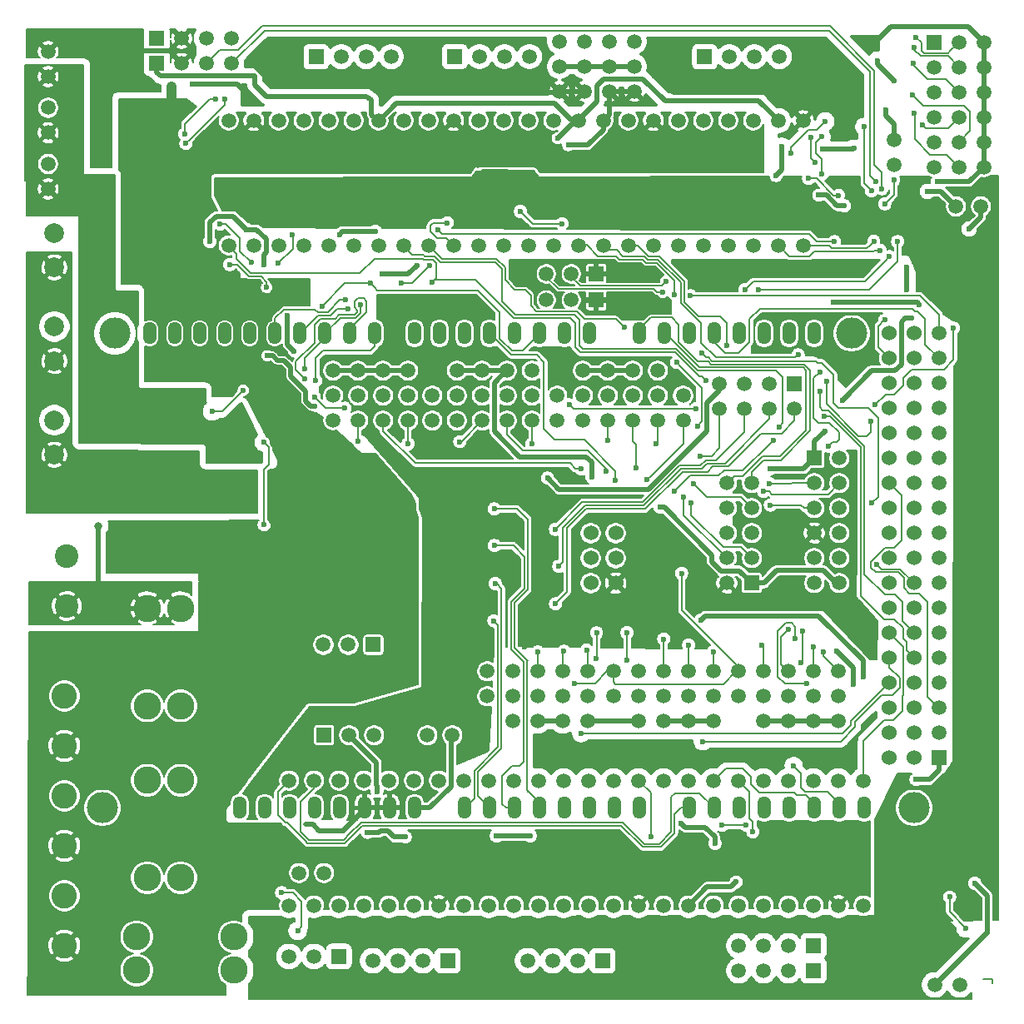
<source format=gbr>
G04 #@! TF.GenerationSoftware,KiCad,Pcbnew,5.1.6*
G04 #@! TF.CreationDate,2020-06-13T11:17:34+02:00*
G04 #@! TF.ProjectId,RAMPS-FD,52414d50-532d-4464-942e-6b696361645f,3.0*
G04 #@! TF.SameCoordinates,Original*
G04 #@! TF.FileFunction,Copper,L2,Bot*
G04 #@! TF.FilePolarity,Positive*
%FSLAX46Y46*%
G04 Gerber Fmt 4.6, Leading zero omitted, Abs format (unit mm)*
G04 Created by KiCad (PCBNEW 5.1.6) date 2020-06-13 11:17:34*
%MOMM*%
%LPD*%
G01*
G04 APERTURE LIST*
G04 #@! TA.AperFunction,NonConductor*
%ADD10C,0.150000*%
G04 #@! TD*
G04 #@! TA.AperFunction,ComponentPad*
%ADD11C,2.000000*%
G04 #@! TD*
G04 #@! TA.AperFunction,ComponentPad*
%ADD12C,2.400000*%
G04 #@! TD*
G04 #@! TA.AperFunction,ComponentPad*
%ADD13C,2.780000*%
G04 #@! TD*
G04 #@! TA.AperFunction,ComponentPad*
%ADD14C,1.500000*%
G04 #@! TD*
G04 #@! TA.AperFunction,ComponentPad*
%ADD15R,1.500000X1.500000*%
G04 #@! TD*
G04 #@! TA.AperFunction,ComponentPad*
%ADD16C,2.600000*%
G04 #@! TD*
G04 #@! TA.AperFunction,ComponentPad*
%ADD17C,1.524000*%
G04 #@! TD*
G04 #@! TA.AperFunction,ComponentPad*
%ADD18O,1.370000X2.286000*%
G04 #@! TD*
G04 #@! TA.AperFunction,ComponentPad*
%ADD19C,3.175000*%
G04 #@! TD*
G04 #@! TA.AperFunction,ViaPad*
%ADD20C,0.800000*%
G04 #@! TD*
G04 #@! TA.AperFunction,ViaPad*
%ADD21C,0.600000*%
G04 #@! TD*
G04 #@! TA.AperFunction,Conductor*
%ADD22C,0.500000*%
G04 #@! TD*
G04 #@! TA.AperFunction,Conductor*
%ADD23C,0.200000*%
G04 #@! TD*
G04 #@! TA.AperFunction,Conductor*
%ADD24C,1.000000*%
G04 #@! TD*
G04 #@! TA.AperFunction,Conductor*
%ADD25C,0.127000*%
G04 #@! TD*
G04 #@! TA.AperFunction,Conductor*
%ADD26C,0.300000*%
G04 #@! TD*
G04 APERTURE END LIST*
D10*
X151283142Y-137280619D02*
X151283142Y-136899666D01*
X150383142Y-136899666D01*
D11*
X55880000Y-60988000D03*
X55880000Y-64488000D03*
X55880000Y-70513000D03*
X55880000Y-74013000D03*
X55880000Y-80038000D03*
X55880000Y-83538000D03*
D12*
X57150000Y-93853000D03*
X57150000Y-98933000D03*
D13*
X68724000Y-116653000D03*
X65324000Y-116653000D03*
X68724000Y-126573000D03*
X65324000Y-126573000D03*
X74182000Y-135973000D03*
X74182000Y-132573000D03*
X64262000Y-135973000D03*
X64262000Y-132573000D03*
X68724000Y-99153000D03*
X65324000Y-99153000D03*
X68724000Y-109073000D03*
X65324000Y-109073000D03*
D14*
X141324000Y-51533000D03*
X141324000Y-54073000D03*
X94324000Y-77533000D03*
X94324000Y-80073000D03*
X107024000Y-77533000D03*
X107024000Y-80073000D03*
X119824000Y-77533000D03*
X119824000Y-80073000D03*
X125464000Y-108113000D03*
X125464000Y-105573000D03*
X112724000Y-108113000D03*
X112724000Y-105573000D03*
X99924000Y-108113000D03*
X99924000Y-105573000D03*
X80772000Y-126073000D03*
X83312000Y-126073000D03*
X96364000Y-112073000D03*
X93824000Y-112073000D03*
X79744000Y-134573000D03*
X82284000Y-134573000D03*
D15*
X84824000Y-134573000D03*
D14*
X83244000Y-102870000D03*
X85784000Y-102870000D03*
D15*
X88324000Y-102870000D03*
D16*
X56896000Y-108077000D03*
X56896000Y-133477000D03*
X56896000Y-128397000D03*
X56896000Y-113157000D03*
X56896000Y-123317000D03*
X56896000Y-118237000D03*
D14*
X55245000Y-42545000D03*
X55245000Y-45085000D03*
X105918000Y-65151000D03*
X108458000Y-65151000D03*
D15*
X110998000Y-65151000D03*
D14*
X88264000Y-135001000D03*
X90804000Y-135001000D03*
X93344000Y-135001000D03*
D15*
X95884000Y-135001000D03*
D14*
X147574000Y-58293000D03*
X150114000Y-58293000D03*
X104216200Y-43053000D03*
X101676200Y-43053000D03*
X99136200Y-43053000D03*
D15*
X96596200Y-43053000D03*
D14*
X129634000Y-43073000D03*
X127094000Y-43073000D03*
X124554000Y-43073000D03*
D15*
X122014000Y-43073000D03*
D14*
X114858800Y-41503600D03*
X114858800Y-44043600D03*
X114858800Y-46583600D03*
X112318800Y-41503600D03*
X112318800Y-44043600D03*
X112318800Y-46583600D03*
X109778800Y-41503600D03*
X109778800Y-44043600D03*
X109778800Y-46583600D03*
X107238800Y-41503600D03*
X107238800Y-44043600D03*
X107238800Y-46583600D03*
X73908600Y-41206200D03*
X71368600Y-41206200D03*
X68828600Y-41206200D03*
D15*
X66288600Y-41206200D03*
D14*
X124270000Y-86440000D03*
X124270000Y-88980000D03*
X124270000Y-91520000D03*
X124270000Y-94060000D03*
X124270000Y-96600000D03*
X126810000Y-86440000D03*
X126810000Y-88980000D03*
X126810000Y-91520000D03*
X126810000Y-94060000D03*
D15*
X126810000Y-96600000D03*
D14*
X135700000Y-96600000D03*
X135700000Y-94060000D03*
X135700000Y-91520000D03*
X135700000Y-88980000D03*
X135700000Y-86440000D03*
X135700000Y-83900000D03*
X133160000Y-96600000D03*
X133160000Y-94060000D03*
X133160000Y-91520000D03*
X133160000Y-88980000D03*
X133160000Y-86440000D03*
D15*
X133160000Y-83900000D03*
D14*
X145860000Y-71200000D03*
X145860000Y-73740000D03*
X145860000Y-76280000D03*
X145860000Y-78820000D03*
X145860000Y-81360000D03*
X145860000Y-83900000D03*
X145860000Y-86440000D03*
X145860000Y-88980000D03*
X145860000Y-91520000D03*
X145860000Y-94060000D03*
X145860000Y-96600000D03*
X145860000Y-99140000D03*
X145860000Y-101680000D03*
X145860000Y-104220000D03*
X145860000Y-106760000D03*
X145860000Y-109300000D03*
X145860000Y-111840000D03*
D15*
X145860000Y-114380000D03*
D14*
X150404000Y-54273000D03*
X147864000Y-54273000D03*
X145324000Y-54273000D03*
X150404000Y-51733000D03*
X147864000Y-51733000D03*
X145324000Y-51733000D03*
X150404000Y-49193000D03*
X147864000Y-49193000D03*
X145324000Y-49193000D03*
X150404000Y-46653000D03*
X147864000Y-46653000D03*
X145324000Y-46653000D03*
X150404000Y-44113000D03*
X147864000Y-44113000D03*
X145324000Y-44113000D03*
X150404000Y-41573000D03*
X147864000Y-41573000D03*
D15*
X145324000Y-41573000D03*
D14*
X55245000Y-53975000D03*
X55245000Y-56515000D03*
X115304000Y-110653000D03*
X115304000Y-108113000D03*
X115304000Y-105573000D03*
X117844000Y-110653000D03*
X117844000Y-108113000D03*
X117844000Y-105573000D03*
X120384000Y-110653000D03*
X120384000Y-108113000D03*
X120384000Y-105573000D03*
X122924000Y-110653000D03*
X122924000Y-108113000D03*
X122924000Y-105573000D03*
X104444000Y-74993000D03*
X104444000Y-77533000D03*
X104444000Y-80073000D03*
X101904000Y-74993000D03*
X101904000Y-77533000D03*
X101904000Y-80073000D03*
X99364000Y-74993000D03*
X99364000Y-77533000D03*
X99364000Y-80073000D03*
X96824000Y-74993000D03*
X96824000Y-77533000D03*
X96824000Y-80073000D03*
X117244000Y-74993000D03*
X117244000Y-77533000D03*
X117244000Y-80073000D03*
X114704000Y-74993000D03*
X114704000Y-77533000D03*
X114704000Y-80073000D03*
X112164000Y-74993000D03*
X112164000Y-77533000D03*
X112164000Y-80073000D03*
X109624000Y-74993000D03*
X109624000Y-77533000D03*
X109624000Y-80073000D03*
X138176000Y-129381000D03*
X135636000Y-129381000D03*
X133096000Y-129381000D03*
X130556000Y-129381000D03*
X128016000Y-129381000D03*
X125476000Y-129381000D03*
X122936000Y-129381000D03*
X120396000Y-129381000D03*
X120396000Y-116681000D03*
X122936000Y-116681000D03*
X125476000Y-116681000D03*
X128016000Y-116681000D03*
X130556000Y-116681000D03*
X133096000Y-116681000D03*
X135636000Y-116681000D03*
X138176000Y-116681000D03*
X73610000Y-49550000D03*
X76150000Y-49550000D03*
X78690000Y-49550000D03*
X81230000Y-49550000D03*
X83770000Y-49550000D03*
X86310000Y-49550000D03*
X88850000Y-49550000D03*
X91390000Y-49550000D03*
X91390000Y-62250000D03*
X88850000Y-62250000D03*
X86310000Y-62250000D03*
X83770000Y-62250000D03*
X81230000Y-62250000D03*
X78690000Y-62250000D03*
X76150000Y-62250000D03*
X73610000Y-62250000D03*
X105918000Y-67818000D03*
X108458000Y-67818000D03*
D15*
X110998000Y-67818000D03*
D17*
X112967000Y-91520000D03*
X112967000Y-94060000D03*
X112967000Y-96600000D03*
X110427000Y-96600000D03*
X110427000Y-94060000D03*
X110427000Y-91520000D03*
D18*
X74740000Y-119460000D03*
X77280000Y-119460000D03*
X65596000Y-71200000D03*
X68136000Y-71200000D03*
D17*
X143320000Y-114380000D03*
X140780000Y-114380000D03*
X143320000Y-111840000D03*
X140780000Y-111840000D03*
X143320000Y-109300000D03*
X140780000Y-109300000D03*
X143320000Y-106760000D03*
X140780000Y-106760000D03*
X143320000Y-104220000D03*
X140780000Y-104220000D03*
X143320000Y-101680000D03*
X140780000Y-101680000D03*
X143320000Y-99140000D03*
X140780000Y-99140000D03*
X143320000Y-96600000D03*
X140780000Y-96600000D03*
X143320000Y-94060000D03*
X140780000Y-94060000D03*
X143320000Y-91520000D03*
X140780000Y-91520000D03*
X143320000Y-88980000D03*
X140780000Y-88980000D03*
X143320000Y-86440000D03*
X140780000Y-86440000D03*
X140780000Y-83900000D03*
X143320000Y-83900000D03*
X143320000Y-71200000D03*
X140780000Y-71200000D03*
X143320000Y-81360000D03*
X140780000Y-81360000D03*
X143320000Y-78820000D03*
X140780000Y-78820000D03*
X143320000Y-76280000D03*
X140780000Y-76280000D03*
X143320000Y-73740000D03*
X140780000Y-73740000D03*
D19*
X60770000Y-119460000D03*
X62040000Y-71200000D03*
X136970000Y-71200000D03*
X143320000Y-119460000D03*
D18*
X84900000Y-119460000D03*
X70676000Y-71200000D03*
X73216000Y-71200000D03*
X75756000Y-71200000D03*
X78296000Y-71200000D03*
X80836000Y-71200000D03*
X83376000Y-71200000D03*
X85916000Y-71200000D03*
X88456000Y-71200000D03*
X92520000Y-71200000D03*
X95060000Y-71200000D03*
X97600000Y-71200000D03*
X100140000Y-71200000D03*
X102680000Y-71200000D03*
X105220000Y-71200000D03*
X107760000Y-71200000D03*
X110300000Y-71200000D03*
X79820000Y-119460000D03*
X82360000Y-119460000D03*
X87440000Y-119460000D03*
X89980000Y-119460000D03*
X92520000Y-119460000D03*
X102680000Y-119460000D03*
X100140000Y-119460000D03*
X97600000Y-119460000D03*
X105220000Y-119460000D03*
X107760000Y-119460000D03*
X110300000Y-119460000D03*
X128080000Y-119460000D03*
X125540000Y-119460000D03*
X123000000Y-119460000D03*
X112840000Y-119460000D03*
X115380000Y-119460000D03*
X120460000Y-119460000D03*
X130620000Y-119460000D03*
X133160000Y-119460000D03*
X135700000Y-119460000D03*
X138240000Y-119460000D03*
X133160000Y-71200000D03*
X130620000Y-71200000D03*
X128080000Y-71200000D03*
X125540000Y-71200000D03*
X123000000Y-71200000D03*
X120460000Y-71200000D03*
X117920000Y-71200000D03*
X115380000Y-71200000D03*
D14*
X114250000Y-49550000D03*
X116790000Y-49550000D03*
X119330000Y-49550000D03*
X121870000Y-49550000D03*
X124410000Y-49550000D03*
X126950000Y-49550000D03*
X129490000Y-49550000D03*
X132030000Y-49550000D03*
X132030000Y-62250000D03*
X129490000Y-62250000D03*
X126950000Y-62250000D03*
X124410000Y-62250000D03*
X121870000Y-62250000D03*
X119330000Y-62250000D03*
X116790000Y-62250000D03*
X114250000Y-62250000D03*
X93930000Y-49550000D03*
X96470000Y-49550000D03*
X99010000Y-49550000D03*
X101550000Y-49550000D03*
X104090000Y-49550000D03*
X106630000Y-49550000D03*
X109170000Y-49550000D03*
X111710000Y-49550000D03*
X111710000Y-62250000D03*
X109170000Y-62250000D03*
X106630000Y-62250000D03*
X104090000Y-62250000D03*
X101550000Y-62250000D03*
X99010000Y-62250000D03*
X96470000Y-62250000D03*
X93930000Y-62250000D03*
X117856000Y-129381000D03*
X115316000Y-129381000D03*
X112776000Y-129381000D03*
X110236000Y-129381000D03*
X107696000Y-129381000D03*
X105156000Y-129381000D03*
X102616000Y-129381000D03*
X100076000Y-129381000D03*
X100076000Y-116681000D03*
X102616000Y-116681000D03*
X105156000Y-116681000D03*
X107696000Y-116681000D03*
X110236000Y-116681000D03*
X112776000Y-116681000D03*
X115316000Y-116681000D03*
X117856000Y-116681000D03*
X97536000Y-129381000D03*
X94996000Y-129381000D03*
X92456000Y-129381000D03*
X89916000Y-129381000D03*
X87376000Y-129381000D03*
X84836000Y-129381000D03*
X82296000Y-129381000D03*
X79756000Y-129381000D03*
X79756000Y-116681000D03*
X82296000Y-116681000D03*
X84836000Y-116681000D03*
X87376000Y-116681000D03*
X89916000Y-116681000D03*
X92456000Y-116681000D03*
X94996000Y-116681000D03*
X97536000Y-116681000D03*
X55245000Y-48260000D03*
X55245000Y-50800000D03*
X73908600Y-43746200D03*
X71368600Y-43746200D03*
X68828600Y-43746200D03*
D15*
X66288600Y-43746200D03*
D14*
X90134000Y-43073000D03*
X87594000Y-43073000D03*
X85054000Y-43073000D03*
D15*
X82514000Y-43073000D03*
D14*
X104014000Y-135001000D03*
X106554000Y-135001000D03*
X109094000Y-135001000D03*
D15*
X111634000Y-135001000D03*
D14*
X125476000Y-133477000D03*
X128016000Y-133477000D03*
X130556000Y-133477000D03*
D15*
X133096000Y-133477000D03*
D14*
X125476000Y-136017000D03*
X128016000Y-136017000D03*
X130556000Y-136017000D03*
D15*
X133096000Y-136017000D03*
D14*
X88404000Y-112073000D03*
X85864000Y-112073000D03*
D15*
X83324000Y-112073000D03*
D14*
X145415000Y-137459720D03*
X147955000Y-137459720D03*
X91844000Y-74993000D03*
X91844000Y-77533000D03*
X91844000Y-80073000D03*
X89304000Y-74993000D03*
X89304000Y-77533000D03*
X89304000Y-80073000D03*
X86764000Y-74993000D03*
X86764000Y-77533000D03*
X86764000Y-80073000D03*
X84224000Y-74993000D03*
X84224000Y-77533000D03*
X84224000Y-80073000D03*
X102504000Y-110653000D03*
X102504000Y-108113000D03*
X102504000Y-105573000D03*
X105044000Y-110653000D03*
X105044000Y-108113000D03*
X105044000Y-105573000D03*
X107584000Y-110653000D03*
X107584000Y-108113000D03*
X107584000Y-105573000D03*
X110124000Y-110653000D03*
X110124000Y-108113000D03*
X110124000Y-105573000D03*
X128004000Y-110653000D03*
X128004000Y-108113000D03*
X128004000Y-105573000D03*
X130544000Y-110653000D03*
X130544000Y-108113000D03*
X130544000Y-105573000D03*
X133084000Y-110653000D03*
X133084000Y-108113000D03*
X133084000Y-105573000D03*
X135624000Y-110653000D03*
X135624000Y-108113000D03*
X135624000Y-105573000D03*
X123514000Y-78843000D03*
X126054000Y-78843000D03*
X128594000Y-78843000D03*
X131134000Y-78843000D03*
X123514000Y-76303000D03*
X126054000Y-76303000D03*
X128594000Y-76303000D03*
D15*
X131134000Y-76303000D03*
D20*
X75565000Y-82550000D03*
X76454000Y-83820006D03*
X60325000Y-90805000D03*
D21*
X117475000Y-88900000D03*
X135445500Y-103491966D03*
X91567000Y-122428000D03*
X119649000Y-121016000D03*
X123063000Y-123063000D03*
X110553500Y-85788500D03*
X79565500Y-69405500D03*
X77152500Y-64198500D03*
X75438000Y-60642500D03*
X134010400Y-52451000D03*
X137185400Y-52400200D03*
X135102600Y-68025011D03*
X142519400Y-66725011D03*
X142570200Y-64490600D03*
X107061000Y-51358800D03*
X80213200Y-73035400D03*
X129870200Y-52197000D03*
X129273400Y-55143400D03*
X143840200Y-68249800D03*
X87709618Y-121934020D03*
X71691500Y-61864010D03*
X143510000Y-116585992D03*
X137134600Y-106857800D03*
X88696800Y-117779800D03*
D20*
X78867000Y-137795000D03*
X77089000Y-137795000D03*
X77089000Y-136271000D03*
X78867000Y-136271000D03*
X134950200Y-59766200D03*
X140055600Y-59461400D03*
X120777000Y-131445000D03*
X120777000Y-132969000D03*
X120777000Y-134493000D03*
X98044000Y-133731000D03*
X100330000Y-131572000D03*
X101854000Y-133350000D03*
X138684000Y-133223000D03*
X140335000Y-131572000D03*
X139573000Y-130429000D03*
X76581000Y-58674000D03*
X76962000Y-57277000D03*
X76962000Y-55880000D03*
X93726000Y-58928000D03*
X92202000Y-58928000D03*
X90678000Y-58928000D03*
X110363000Y-59309000D03*
X112014000Y-59309000D03*
X113665000Y-59309000D03*
X75311000Y-85852000D03*
X75311000Y-87249000D03*
D21*
X134594600Y-82651600D03*
X133756400Y-75107800D03*
X124256800Y-72415400D03*
X139039600Y-88468200D03*
X121716800Y-73202800D03*
X113842800Y-70535800D03*
X91135200Y-66123014D03*
X94080717Y-64316450D03*
X133731000Y-77114400D03*
X122123200Y-75971400D03*
X94335600Y-66014600D03*
X80632300Y-131965700D03*
X78994000Y-128079500D03*
X109458981Y-111889527D03*
X121837200Y-112699800D03*
X111023400Y-101650800D03*
X115062000Y-84889989D03*
X120650002Y-88468200D03*
X110972600Y-104292400D03*
X112014000Y-85217000D03*
X114122576Y-101647832D03*
X114129568Y-104459020D03*
X119875300Y-87884000D03*
X130543300Y-101295200D03*
X117856000Y-102281090D03*
X131953000Y-101460300D03*
X120904000Y-86512400D03*
X109461300Y-84975700D03*
X131064000Y-115201700D03*
X131826000Y-104724200D03*
X132372100Y-106819700D03*
X105054400Y-103618980D03*
X131191000Y-102260400D03*
X87020400Y-68249800D03*
X81305400Y-74803000D03*
X85782683Y-68692780D03*
X75882500Y-64008000D03*
X85500173Y-67809865D03*
X72720200Y-60078990D03*
X83134200Y-68421958D03*
X88036400Y-66123014D03*
X94869000Y-60655200D03*
X135204200Y-61874400D03*
X139530315Y-94725867D03*
X131521200Y-73380600D03*
X121285000Y-80645000D03*
X118922800Y-67284600D03*
X119158138Y-74162854D03*
X129578864Y-80712500D03*
X134162800Y-79629000D03*
X117068600Y-82462704D03*
X104444000Y-82457979D03*
X127824000Y-102895981D03*
X91846400Y-82422990D03*
X122882617Y-103605009D03*
X110012242Y-103399969D03*
X134074000Y-103571789D03*
X133074000Y-103073000D03*
X107707564Y-103516564D03*
X112191800Y-82118204D03*
X97104200Y-82219800D03*
X86766400Y-82207100D03*
X120383296Y-102908100D03*
X82473800Y-76022200D03*
X81330800Y-75793600D03*
X139217400Y-61849000D03*
X139877800Y-62763400D03*
X138125200Y-106123000D03*
X106045000Y-85928200D03*
X121639485Y-100342132D03*
X128587500Y-86448900D03*
X128003300Y-87287100D03*
D20*
X78994000Y-121920000D03*
X67794998Y-46101000D03*
X75184000Y-97663000D03*
X91186000Y-90297000D03*
X91186000Y-92329000D03*
X91186000Y-94361000D03*
X86106000Y-86995000D03*
X72644000Y-97663000D03*
X72644000Y-100203000D03*
X73914000Y-96393000D03*
X76200000Y-75819000D03*
X74676000Y-75819000D03*
X75438000Y-74549000D03*
X83312000Y-107569000D03*
X85090000Y-107569000D03*
X92583000Y-126746000D03*
X94869000Y-126746000D03*
X113157000Y-126746000D03*
X115062000Y-126746000D03*
X133604000Y-126746000D03*
X135636000Y-126746000D03*
X78486000Y-53848000D03*
X80010000Y-53848000D03*
X78994000Y-52324000D03*
X96139000Y-53975000D03*
X97536000Y-53975000D03*
X98933000Y-53975000D03*
X116459000Y-54102000D03*
X117983000Y-54102000D03*
X119507000Y-54102000D03*
X65659000Y-50673000D03*
X74041000Y-65786000D03*
X74041000Y-67183000D03*
D21*
X146939000Y-128524000D03*
X148590000Y-131699000D03*
X128689100Y-88671400D03*
X139420600Y-55753000D03*
X141641964Y-61860564D03*
X127448119Y-66744392D03*
X73215500Y-47371000D03*
X69265800Y-51892200D03*
X126111000Y-66738500D03*
X140817598Y-63398400D03*
X140056032Y-56493899D03*
X72263000Y-47371000D03*
X69138800Y-50927000D03*
X112903000Y-86125001D03*
X118973600Y-87249000D03*
X128968500Y-82067400D03*
X106857800Y-98704400D03*
X100582409Y-100431600D03*
X100711000Y-96647000D03*
X107175300Y-94881700D03*
X100634800Y-92786200D03*
X106832400Y-91135200D03*
X100609400Y-89052400D03*
X121577100Y-83667600D03*
X108813600Y-106781600D03*
X116144920Y-86105574D03*
X118059200Y-65913000D03*
X119684800Y-95605600D03*
X117724263Y-67030740D03*
X120565810Y-67375011D03*
X141249400Y-55577002D03*
X140335000Y-58026390D03*
X126238000Y-121234200D03*
X123774200Y-121234198D03*
X135636000Y-57175400D03*
X132576436Y-55436636D03*
X94005400Y-97409000D03*
X150749000Y-132125720D03*
X149479000Y-127127000D03*
X98806000Y-99060000D03*
X125222000Y-127000000D03*
X100838000Y-122301000D03*
X104267000Y-122301000D03*
X81788000Y-121158000D03*
X136245600Y-58242200D03*
X116941600Y-44983400D03*
X91389200Y-46685200D03*
X69926200Y-45821600D03*
X108138200Y-52070000D03*
X97536000Y-85166200D03*
X98806000Y-87757000D03*
X145669000Y-55778400D03*
X84861400Y-61137800D03*
X89179400Y-65151000D03*
X92728898Y-64277000D03*
X133614390Y-57144454D03*
X94081600Y-95986600D03*
X94107000Y-92532200D03*
X94107000Y-98933000D03*
X103733600Y-103098600D03*
X77518380Y-73484620D03*
X82364647Y-78610286D03*
X89154000Y-67691000D03*
X90297000Y-67691000D03*
X103200200Y-76098400D03*
X107188000Y-75946000D03*
X106553000Y-73279000D03*
X104521000Y-66294000D03*
X115951000Y-65341500D03*
X114808000Y-67691000D03*
X120110250Y-63849250D03*
X122428000Y-65913000D03*
X127000000Y-64643000D03*
X129286000Y-72771000D03*
X75819000Y-43561000D03*
X75260200Y-46609000D03*
X132207000Y-46482000D03*
X133731000Y-44196000D03*
X137351897Y-112457103D03*
X88519000Y-60833000D03*
X138811000Y-42164000D03*
X128651000Y-84963000D03*
X134239000Y-81127600D03*
X135995602Y-78003400D03*
X143103600Y-69675212D03*
X95846099Y-59959773D03*
X78663800Y-64058800D03*
X80111600Y-61163200D03*
X77470000Y-66548000D03*
X73723500Y-64198500D03*
X140335000Y-69842000D03*
X85420200Y-78816200D03*
X108254800Y-78460600D03*
X121132989Y-78867000D03*
X134390183Y-76108694D03*
X138876010Y-80162400D03*
X139344400Y-78486000D03*
X147329779Y-70665155D03*
X82321400Y-77647800D03*
X148908897Y-60590000D03*
X144653000Y-56769000D03*
X138234800Y-50190400D03*
X138988800Y-56718200D03*
X143306800Y-48844200D03*
X143154400Y-46990000D03*
X144145000Y-49961800D03*
X133908800Y-51206400D03*
X133934200Y-55016400D03*
X143208491Y-43749939D03*
X132816600Y-51231800D03*
X133248400Y-53848000D03*
X143351639Y-42113927D03*
X134289800Y-49639600D03*
X130818878Y-52856918D03*
X143484600Y-41071800D03*
X116520949Y-122428000D03*
X139573000Y-43445190D03*
X141296998Y-45522999D03*
X140436600Y-48488600D03*
X77215992Y-90678000D03*
X77216000Y-82296000D03*
X71927301Y-79130410D03*
X75082400Y-76987400D03*
X126923800Y-121894600D03*
X107519770Y-60053590D03*
X103276400Y-58801000D03*
D22*
X65324000Y-99153000D02*
X62958000Y-99153000D01*
X62958000Y-99153000D02*
X60325000Y-96520000D01*
X60325000Y-96520000D02*
X60325000Y-90805000D01*
X107584000Y-110653000D02*
X105044000Y-110653000D01*
X110124000Y-110653000D02*
X115304000Y-110653000D01*
X117844000Y-110653000D02*
X122924000Y-110653000D01*
X128004000Y-110653000D02*
X130544000Y-110653000D01*
X130544000Y-110653000D02*
X133084000Y-110653000D01*
X133084000Y-110653000D02*
X135624000Y-110653000D01*
X128060000Y-96600000D02*
X126810000Y-96600000D01*
X84224000Y-74993000D02*
X91844000Y-74993000D01*
X89775590Y-121806410D02*
X89521584Y-121806410D01*
X89775590Y-121806410D02*
X90397180Y-122428000D01*
X91001315Y-122428000D02*
X91567000Y-122428000D01*
X90397180Y-122428000D02*
X91001315Y-122428000D01*
X120048999Y-121415999D02*
X122050999Y-121415999D01*
X119649000Y-121016000D02*
X120048999Y-121415999D01*
X122050999Y-121415999D02*
X123063000Y-122428000D01*
X123063000Y-122428000D02*
X123063000Y-123063000D01*
X110553500Y-85788500D02*
X110553500Y-84328000D01*
X110553500Y-84328000D02*
X109982000Y-83756500D01*
X109982000Y-83756500D02*
X103187500Y-83756500D01*
X100618001Y-81187001D02*
X100618001Y-76229499D01*
X103187500Y-83756500D02*
X100618001Y-81187001D01*
X100618001Y-76229499D02*
X101854000Y-74993500D01*
X79565500Y-72070014D02*
X79565500Y-69405500D01*
X77404001Y-62951921D02*
X77404001Y-61592501D01*
X77152500Y-64198500D02*
X77152500Y-63203422D01*
X77152500Y-63203422D02*
X77404001Y-62951921D01*
X77404001Y-61592501D02*
X76454000Y-60642500D01*
X76454000Y-60642500D02*
X75438000Y-60642500D01*
X134010400Y-52451000D02*
X137134600Y-52451000D01*
X137134600Y-52451000D02*
X137185400Y-52400200D01*
X142519400Y-66725011D02*
X142519400Y-64541400D01*
X142519400Y-64541400D02*
X142570200Y-64490600D01*
X109194600Y-49580800D02*
X108839000Y-49580800D01*
X108839000Y-49580800D02*
X107460999Y-50958801D01*
X107460999Y-50958801D02*
X107061000Y-51358800D01*
X79565500Y-72070014D02*
X79565500Y-72387700D01*
X79565500Y-72387700D02*
X80213200Y-73035400D01*
X129870200Y-52762685D02*
X129870200Y-52197000D01*
X129870200Y-54546600D02*
X129870200Y-52762685D01*
X129273400Y-55143400D02*
X129870200Y-54546600D01*
X143615411Y-68025011D02*
X143840200Y-68249800D01*
X135102600Y-68025011D02*
X143615411Y-68025011D01*
X128060000Y-96600000D02*
X128060000Y-96577600D01*
X129323599Y-95314001D02*
X134098799Y-95314001D01*
X128060000Y-96577600D02*
X129323599Y-95314001D01*
X134098799Y-95314001D02*
X135380998Y-96596200D01*
X135380998Y-96596200D02*
X135661400Y-96596200D01*
X88912794Y-121934020D02*
X87709618Y-121934020D01*
X89775590Y-121806410D02*
X89040404Y-121806410D01*
X89040404Y-121806410D02*
X88912794Y-121934020D01*
X96824000Y-74993000D02*
X101854000Y-74993000D01*
X109624000Y-74993000D02*
X114757200Y-74993000D01*
X129476500Y-49530000D02*
X129540000Y-49530000D01*
X127508000Y-47561500D02*
X129476500Y-49530000D01*
X117983000Y-47561500D02*
X127508000Y-47561500D01*
X115719101Y-45297601D02*
X117983000Y-47561500D01*
X111748877Y-45297601D02*
X115719101Y-45297601D01*
X111032801Y-46013677D02*
X111748877Y-45297601D01*
X111032801Y-47653699D02*
X111032801Y-46013677D01*
X88138000Y-47498000D02*
X88138000Y-48958500D01*
X88138000Y-48958500D02*
X88836500Y-49657000D01*
X66288600Y-43746200D02*
X66288600Y-44635100D01*
X88836500Y-49657000D02*
X90678000Y-47815500D01*
X106751422Y-47815500D02*
X108465922Y-49530000D01*
X90678000Y-47815500D02*
X106751422Y-47815500D01*
X66288600Y-44635100D02*
X66675000Y-45021500D01*
X108465922Y-49530000D02*
X109156500Y-49530000D01*
X109156500Y-49530000D02*
X111032801Y-47653699D01*
X76263500Y-45021500D02*
X76263500Y-45910500D01*
X66675000Y-45021500D02*
X76263500Y-45021500D01*
X77470000Y-47117000D02*
X87630000Y-47117000D01*
X76263500Y-45910500D02*
X77470000Y-47117000D01*
X87630000Y-47117000D02*
X88138000Y-47498000D01*
X145860000Y-115630000D02*
X144904008Y-116585992D01*
X145860000Y-114380000D02*
X145860000Y-115630000D01*
X144904008Y-116585992D02*
X143510000Y-116585992D01*
X137134600Y-105181066D02*
X137134600Y-106857800D01*
X135445500Y-103491966D02*
X137134600Y-105181066D01*
X88630001Y-117147316D02*
X88630001Y-114868201D01*
X88696800Y-117779800D02*
X88696800Y-117214115D01*
X88696800Y-117214115D02*
X88630001Y-117147316D01*
X88630001Y-114868201D02*
X85852000Y-112090200D01*
X117881400Y-88900000D02*
X117475000Y-88900000D01*
X125555999Y-95345999D02*
X123692399Y-95345999D01*
X126810000Y-96600000D02*
X125555999Y-95345999D01*
X123692399Y-95345999D02*
X122783600Y-94437200D01*
X122783600Y-94437200D02*
X122783600Y-93802200D01*
X122783600Y-93802200D02*
X117881400Y-88900000D01*
X75438000Y-60642500D02*
X74074489Y-59278989D01*
X71691500Y-59923688D02*
X71691500Y-61864010D01*
X72336199Y-59278989D02*
X71691500Y-59923688D01*
X74074489Y-59278989D02*
X72336199Y-59278989D01*
D23*
X124256800Y-71849715D02*
X124256800Y-72415400D01*
X124256800Y-70154800D02*
X124256800Y-71849715D01*
X123571000Y-69469000D02*
X124256800Y-70154800D01*
X121412002Y-69469000D02*
X123571000Y-69469000D01*
X115209000Y-62250000D02*
X116338378Y-63379378D01*
X116338378Y-63379378D02*
X117415704Y-63379378D01*
X117415704Y-63379378D02*
X119938800Y-65902474D01*
X119938800Y-67995798D02*
X121412002Y-69469000D01*
X114250000Y-62250000D02*
X115209000Y-62250000D01*
X119938800Y-65902474D02*
X119938800Y-67995798D01*
X135426399Y-82251601D02*
X134994599Y-82251601D01*
X135661400Y-82016600D02*
X135426399Y-82251601D01*
X135661400Y-81280000D02*
X135661400Y-82016600D01*
X134994599Y-82251601D02*
X134594600Y-82651600D01*
X133096000Y-75768200D02*
X133096000Y-79832200D01*
X133096000Y-79832200D02*
X133604000Y-80340200D01*
X133604000Y-80340200D02*
X134721600Y-80340200D01*
X133756400Y-75107800D02*
X133096000Y-75768200D01*
X134721600Y-80340200D02*
X135661400Y-81280000D01*
X113284000Y-69977000D02*
X113842800Y-70535800D01*
X101727000Y-65769920D02*
X102703079Y-66745999D01*
X100838000Y-63627000D02*
X101727000Y-64516000D01*
X101727000Y-64516000D02*
X101727000Y-65769920D01*
X93930000Y-62250000D02*
X95307000Y-63627000D01*
X95307000Y-63627000D02*
X100838000Y-63627000D01*
X102703079Y-66745999D02*
X103762921Y-66745999D01*
X104337001Y-67320079D02*
X104337001Y-68379921D01*
X103762921Y-66745999D02*
X104337001Y-67320079D01*
X104337001Y-68379921D02*
X104918080Y-68961000D01*
X113009990Y-69702990D02*
X113284000Y-69977000D01*
X109802711Y-69702990D02*
X113009990Y-69702990D01*
X109060721Y-68961000D02*
X109802711Y-69702990D01*
X104918080Y-68961000D02*
X109060721Y-68961000D01*
X122783600Y-74015600D02*
X122428000Y-73660000D01*
X133299200Y-74015600D02*
X122783600Y-74015600D01*
X133959600Y-74193400D02*
X133477000Y-74193400D01*
X135635601Y-78753401D02*
X135128000Y-78245800D01*
X139663999Y-79796199D02*
X138633200Y-78765400D01*
X136017000Y-78765400D02*
X136005001Y-78753401D01*
X139663999Y-87843801D02*
X139663999Y-79796199D01*
X139039600Y-88468200D02*
X139663999Y-87843801D01*
X136005001Y-78753401D02*
X135635601Y-78753401D01*
X133477000Y-74193400D02*
X133299200Y-74015600D01*
X138633200Y-78765400D02*
X136017000Y-78765400D01*
X135128000Y-78245800D02*
X135128000Y-75361800D01*
X135128000Y-75361800D02*
X133959600Y-74193400D01*
X122174000Y-73660000D02*
X121716800Y-73202800D01*
X122428000Y-73660000D02*
X122174000Y-73660000D01*
X92274153Y-66123014D02*
X94080717Y-64316450D01*
X91135200Y-66123014D02*
X92274153Y-66123014D01*
X142558001Y-100918001D02*
X143320000Y-101680000D01*
X134018399Y-79001999D02*
X134563944Y-79001999D01*
X142113000Y-98546817D02*
X142113000Y-100473000D01*
X138226800Y-82664855D02*
X138226800Y-82702400D01*
X138226800Y-82702400D02*
X138223611Y-95695293D01*
X138223611Y-95695293D02*
X140318318Y-97790000D01*
X134563944Y-79001999D02*
X138226800Y-82664855D01*
X142113000Y-100473000D02*
X142558001Y-100918001D01*
X133731000Y-77114400D02*
X133731000Y-78714600D01*
X133731000Y-78714600D02*
X134018399Y-79001999D01*
X140318318Y-97790000D02*
X141356183Y-97790000D01*
X141356183Y-97790000D02*
X142113000Y-98546817D01*
X121723201Y-75571401D02*
X122123200Y-75971400D01*
X109347000Y-73152000D02*
X119034013Y-73152000D01*
X98721914Y-65709800D02*
X102627135Y-69615021D01*
X102627135Y-69615021D02*
X108311981Y-69615021D01*
X108311981Y-69615021D02*
X108839000Y-70142040D01*
X108839000Y-70142040D02*
X108839000Y-72644000D01*
X108839000Y-72644000D02*
X109347000Y-73152000D01*
X121453414Y-75571401D02*
X121723201Y-75571401D01*
X94640400Y-65709800D02*
X98721914Y-65709800D01*
X119034013Y-73152000D02*
X121453414Y-75571401D01*
X93432849Y-63689449D02*
X94381678Y-63689449D01*
X94745395Y-64053166D02*
X94745395Y-65604805D01*
X94381678Y-63689449D02*
X94745395Y-64053166D01*
X75819000Y-65087500D02*
X86957480Y-65087500D01*
X93370400Y-63627000D02*
X93432849Y-63689449D01*
X86957480Y-65087500D02*
X88417980Y-63627000D01*
X88417980Y-63627000D02*
X93370400Y-63627000D01*
X94745395Y-65604805D02*
X94310200Y-66040000D01*
X73610000Y-62350000D02*
X74359999Y-63099999D01*
X74359999Y-63099999D02*
X74359999Y-63628499D01*
X74359999Y-63628499D02*
X75819000Y-65087500D01*
X80632300Y-131965700D02*
X81032299Y-131565701D01*
X81032299Y-131565701D02*
X81032299Y-128955216D01*
X81032299Y-128955216D02*
X80156583Y-128079500D01*
X79559685Y-128079500D02*
X78994000Y-128079500D01*
X80156583Y-128079500D02*
X79559685Y-128079500D01*
X110024666Y-111889527D02*
X109458981Y-111889527D01*
X140780000Y-106760000D02*
X136906000Y-110634000D01*
X136906000Y-111004922D02*
X136023922Y-111887000D01*
X136906000Y-110634000D02*
X136906000Y-111004922D01*
X110027193Y-111887000D02*
X110024666Y-111889527D01*
X136023922Y-111887000D02*
X110027193Y-111887000D01*
X140780000Y-105188238D02*
X140780000Y-104220000D01*
X141842001Y-106250239D02*
X140780000Y-105188238D01*
X141842001Y-107269761D02*
X141842001Y-106250239D01*
X141085562Y-108026200D02*
X141842001Y-107269761D01*
X135839200Y-112699800D02*
X137312400Y-111226600D01*
X121837200Y-112699800D02*
X135839200Y-112699800D01*
X137312400Y-111226600D02*
X137312400Y-110744000D01*
X140030200Y-108026200D02*
X141085562Y-108026200D01*
X137312400Y-110744000D02*
X140030200Y-108026200D01*
X142203999Y-103103999D02*
X140780000Y-101680000D01*
X142096011Y-108077000D02*
X142214600Y-107958411D01*
X142214600Y-105105200D02*
X142203999Y-105091759D01*
X138176000Y-112649000D02*
X140284200Y-110540800D01*
X142203999Y-105091759D02*
X142203999Y-103103999D01*
X142214600Y-107958411D02*
X142214600Y-105105200D01*
X140284200Y-110540800D02*
X141190882Y-110540800D01*
X141190882Y-110540800D02*
X142096011Y-109635671D01*
X138176000Y-116681000D02*
X138176000Y-112649000D01*
X142096011Y-109635671D02*
X142096011Y-108077000D01*
X114704000Y-80073000D02*
X114704000Y-82141200D01*
X123898802Y-92955999D02*
X120650002Y-89707199D01*
X120650002Y-89707199D02*
X120650002Y-89033885D01*
X120650002Y-89033885D02*
X120650002Y-88468200D01*
X125705999Y-92955999D02*
X123898802Y-92955999D01*
X126810000Y-94060000D02*
X125705999Y-92955999D01*
X111023400Y-104241600D02*
X110972600Y-104292400D01*
X111023400Y-101650800D02*
X111023400Y-104241600D01*
X114704000Y-82192000D02*
X115062000Y-82550000D01*
X114704000Y-82141200D02*
X114704000Y-82192000D01*
X115062000Y-82550000D02*
X115062000Y-84889989D01*
X114129568Y-102445568D02*
X114122200Y-102438200D01*
X114129568Y-102445568D02*
X114122576Y-102438576D01*
X114122576Y-102213517D02*
X114122576Y-101647832D01*
X114122576Y-102438576D02*
X114122576Y-102213517D01*
X114129568Y-102445568D02*
X114129568Y-104459020D01*
X124270000Y-94060000D02*
X119875300Y-89665300D01*
X119875300Y-89665300D02*
X119875300Y-87884000D01*
X112014000Y-84945036D02*
X112014000Y-85217000D01*
X103492300Y-83096100D02*
X110165064Y-83096100D01*
X110165064Y-83096100D02*
X112014000Y-84945036D01*
X101904000Y-80073000D02*
X101904000Y-81507800D01*
X101904000Y-81507800D02*
X103492300Y-83096100D01*
X129794001Y-104823001D02*
X129794001Y-102044499D01*
X130544000Y-105573000D02*
X129794001Y-104823001D01*
X129794001Y-102044499D02*
X130543300Y-101295200D01*
X117844000Y-102293090D02*
X117856000Y-102281090D01*
X117844000Y-105573000D02*
X117844000Y-102293090D01*
X126810000Y-88980000D02*
X125705999Y-87875999D01*
X122267599Y-87875999D02*
X121303999Y-86912399D01*
X125705999Y-87875999D02*
X122267599Y-87875999D01*
X121303999Y-86912399D02*
X120904000Y-86512400D01*
X132234081Y-117785001D02*
X131813300Y-117364220D01*
X134483001Y-117785001D02*
X132234081Y-117785001D01*
X135700000Y-119460000D02*
X135700000Y-119002000D01*
X135700000Y-119002000D02*
X134483001Y-117785001D01*
X131813300Y-117364220D02*
X131813300Y-115963700D01*
X131813300Y-115963700D02*
X131064000Y-115214400D01*
X131064000Y-115214400D02*
X131064000Y-115201700D01*
X108895615Y-84975700D02*
X109461300Y-84975700D01*
X108324115Y-84404200D02*
X108895615Y-84975700D01*
X92574540Y-84404200D02*
X108324115Y-84404200D01*
X89304000Y-80073000D02*
X89304000Y-81133660D01*
X89304000Y-81133660D02*
X92574540Y-84404200D01*
X131953000Y-101460300D02*
X131953000Y-104597200D01*
X131953000Y-104597200D02*
X131826000Y-104724200D01*
X105044000Y-105573000D02*
X105044000Y-103629380D01*
X105044000Y-103629380D02*
X105054400Y-103618980D01*
X130844261Y-100668199D02*
X131191000Y-101014938D01*
X129439999Y-101470539D02*
X130242339Y-100668199D01*
X130242339Y-100668199D02*
X130844261Y-100668199D01*
X131191000Y-101014938D02*
X131191000Y-101694715D01*
X131191000Y-101694715D02*
X131191000Y-102260400D01*
X129439999Y-106102921D02*
X129439999Y-101470539D01*
X130156778Y-106819700D02*
X129439999Y-106102921D01*
X132372100Y-106819700D02*
X130156778Y-106819700D01*
D22*
X93976200Y-119460000D02*
X92520000Y-119460000D01*
X96250001Y-117282921D02*
X96250001Y-112182399D01*
X93976200Y-119460000D02*
X94072922Y-119460000D01*
X94072922Y-119460000D02*
X96250001Y-117282921D01*
X96250001Y-112182399D02*
X96367600Y-112064800D01*
D23*
X87020400Y-68249800D02*
X87020400Y-69138800D01*
X87020400Y-69138800D02*
X87020400Y-69164200D01*
X87020400Y-69164200D02*
X86537800Y-69646800D01*
X86537800Y-69646800D02*
X84963000Y-69646800D01*
X84963000Y-69646800D02*
X83413600Y-71196200D01*
X83376000Y-71658000D02*
X81305400Y-73728600D01*
X81305400Y-73728600D02*
X81305400Y-74803000D01*
X83376000Y-71200000D02*
X83376000Y-71658000D01*
X82719221Y-69375979D02*
X83941824Y-69375979D01*
X84625023Y-68692780D02*
X85216998Y-68692780D01*
X85216998Y-68692780D02*
X85782683Y-68692780D01*
X83941824Y-69375979D02*
X84625023Y-68692780D01*
X80848200Y-71247000D02*
X82719221Y-69375979D01*
X82381255Y-68755499D02*
X82674724Y-69048968D01*
X78282800Y-71221600D02*
X78282800Y-69672200D01*
X82674724Y-69048968D02*
X83695385Y-69048968D01*
X84934488Y-67809865D02*
X85500173Y-67809865D01*
X79199501Y-68755499D02*
X82381255Y-68755499D01*
X78282800Y-69672200D02*
X79199501Y-68755499D01*
X83695385Y-69048968D02*
X84934488Y-67809865D01*
X75882500Y-64008000D02*
X74714001Y-62839501D01*
X73285885Y-60078990D02*
X72720200Y-60078990D01*
X74714001Y-61507106D02*
X73285885Y-60078990D01*
X74714001Y-62839501D02*
X74714001Y-61507106D01*
X101193600Y-69088000D02*
X98933000Y-66827400D01*
X98933000Y-66827400D02*
X88740786Y-66827400D01*
X102387400Y-72948800D02*
X101193600Y-71755000D01*
X85433144Y-66123014D02*
X88036400Y-66123014D01*
X88436399Y-66523013D02*
X88036400Y-66123014D01*
X88740786Y-66827400D02*
X88436399Y-66523013D01*
X103530400Y-72948800D02*
X102387400Y-72948800D01*
X105206800Y-71272400D02*
X103530400Y-72948800D01*
X101193600Y-71755000D02*
X101193600Y-69088000D01*
X83134200Y-68421958D02*
X85433144Y-66123014D01*
X144709012Y-98541252D02*
X144709012Y-108149012D01*
X142257999Y-96090239D02*
X142257999Y-97109761D01*
X142810239Y-97662001D02*
X143829761Y-97662001D01*
X141670771Y-95503011D02*
X142257999Y-96090239D01*
X139379497Y-95503011D02*
X141670771Y-95503011D01*
X140330221Y-92997999D02*
X138903314Y-94424906D01*
X141289761Y-92997999D02*
X140330221Y-92997999D01*
X143829761Y-97662001D02*
X144709012Y-98541252D01*
X142024450Y-92263310D02*
X141289761Y-92997999D01*
X142024450Y-87684450D02*
X142024450Y-92263310D01*
X138903314Y-95026828D02*
X139379497Y-95503011D01*
X140780000Y-86440000D02*
X142024450Y-87684450D01*
X138903314Y-94424906D02*
X138903314Y-95026828D01*
X144709012Y-108149012D02*
X145110001Y-108550001D01*
X142257999Y-97109761D02*
X142810239Y-97662001D01*
X145110001Y-108550001D02*
X145860000Y-109300000D01*
X133375400Y-61874400D02*
X135204200Y-61874400D01*
X94869000Y-60655200D02*
X95326200Y-61112400D01*
X132613400Y-61112400D02*
X133375400Y-61874400D01*
X95326200Y-61112400D02*
X132613400Y-61112400D01*
X139980449Y-95176001D02*
X139930314Y-95125866D01*
X139930314Y-95125866D02*
X139530315Y-94725867D01*
X141896001Y-95176001D02*
X139980449Y-95176001D01*
X143320000Y-96600000D02*
X141896001Y-95176001D01*
X131241800Y-73660000D02*
X131521200Y-73380600D01*
X123178162Y-73660000D02*
X131241800Y-73660000D01*
X121666000Y-72147838D02*
X123178162Y-73660000D01*
X113720079Y-63354001D02*
X115850540Y-63354001D01*
X111696500Y-62230000D02*
X112193922Y-62727422D01*
X112193922Y-62727422D02*
X113093500Y-62727422D01*
X117280252Y-63706389D02*
X119583200Y-66009337D01*
X119583200Y-68102660D02*
X121666000Y-70185460D01*
X116202927Y-63706388D02*
X116252611Y-63706389D01*
X115850540Y-63354001D02*
X116202927Y-63706388D01*
X116252611Y-63706389D02*
X117280252Y-63706389D01*
X119583200Y-66009337D02*
X119583200Y-68102660D01*
X113093500Y-62727422D02*
X113720079Y-63354001D01*
X121666000Y-70185460D02*
X121666000Y-72147838D01*
X118922800Y-66718915D02*
X118922800Y-67284600D01*
X118922800Y-65811400D02*
X118922800Y-66718915D01*
X117144800Y-64033400D02*
X118922800Y-65811400D01*
X116052600Y-64033400D02*
X116052600Y-64018524D01*
X116052600Y-64033400D02*
X117144800Y-64033400D01*
X116052600Y-64018524D02*
X115715087Y-63681011D01*
X115715087Y-63681011D02*
X113665000Y-63681011D01*
X113665000Y-63681011D02*
X113338011Y-63681011D01*
X113338011Y-63681011D02*
X113011001Y-63354001D01*
X111180079Y-63354001D02*
X110056078Y-62230000D01*
X113011001Y-63354001D02*
X111180079Y-63354001D01*
X110056078Y-62230000D02*
X109156500Y-62230000D01*
X121759989Y-76764705D02*
X119558137Y-74562853D01*
X121759989Y-80170011D02*
X121759989Y-76764705D01*
X121285000Y-80645000D02*
X121759989Y-80170011D01*
X119558137Y-74562853D02*
X119158138Y-74162854D01*
X137896600Y-82797115D02*
X134728485Y-79629000D01*
X142203999Y-102215681D02*
X142203999Y-101144319D01*
X140244319Y-100256001D02*
X137896600Y-97908282D01*
X137896600Y-97908282D02*
X137896600Y-82797115D01*
X142203999Y-101144319D02*
X141315681Y-100256001D01*
X143320000Y-104220000D02*
X142558001Y-103458001D01*
X142558001Y-102569683D02*
X142203999Y-102215681D01*
X142558001Y-103458001D02*
X142558001Y-102569683D01*
X141315681Y-100256001D02*
X140244319Y-100256001D01*
X134728485Y-79629000D02*
X134162800Y-79629000D01*
X100702550Y-63954010D02*
X101399990Y-64651450D01*
X109260990Y-69783010D02*
X109260990Y-72430990D01*
X129978863Y-80312501D02*
X129578864Y-80712500D01*
X108765990Y-69288010D02*
X109260990Y-69783010D01*
X119115475Y-72771000D02*
X121341107Y-74996632D01*
X109260990Y-72430990D02*
X109601000Y-72771000D01*
X121341107Y-74996632D02*
X129301832Y-74996632D01*
X109601000Y-72771000D02*
X119115475Y-72771000D01*
X101399990Y-67925413D02*
X102762587Y-69288010D01*
X102762587Y-69288010D02*
X108765990Y-69288010D01*
X129978863Y-75673663D02*
X129978863Y-80312501D01*
X93451861Y-63246000D02*
X93568300Y-63362439D01*
X93568300Y-63362439D02*
X94579977Y-63362439D01*
X92286000Y-63246000D02*
X93451861Y-63246000D01*
X91390000Y-62350000D02*
X92286000Y-63246000D01*
X95171549Y-63954010D02*
X100702550Y-63954010D01*
X129301832Y-74996632D02*
X129978863Y-75673663D01*
X101399990Y-64651450D02*
X101399990Y-67925413D01*
X94579977Y-63362439D02*
X95171549Y-63954010D01*
X117244000Y-80073000D02*
X117244000Y-82287304D01*
X117244000Y-82287304D02*
X117068600Y-82462704D01*
X104444000Y-80073000D02*
X104444000Y-82457979D01*
X128004000Y-105573000D02*
X128004000Y-103075981D01*
X128004000Y-103075981D02*
X127824000Y-102895981D01*
X91844000Y-82420590D02*
X91846400Y-82422990D01*
X91844000Y-80073000D02*
X91844000Y-82420590D01*
X122924000Y-105573000D02*
X122924000Y-103646392D01*
X122924000Y-103646392D02*
X122882617Y-103605009D01*
X110124000Y-105573000D02*
X110124000Y-103511727D01*
X110124000Y-103511727D02*
X110012242Y-103399969D01*
X134074000Y-104023000D02*
X134074000Y-103571789D01*
X135624000Y-105573000D02*
X134074000Y-104023000D01*
X133084000Y-105573000D02*
X133084000Y-103083000D01*
X133084000Y-103083000D02*
X133074000Y-103073000D01*
X107584000Y-103640128D02*
X107707564Y-103516564D01*
X107584000Y-105573000D02*
X107584000Y-103640128D01*
X112164000Y-82090404D02*
X112191800Y-82118204D01*
X112164000Y-80073000D02*
X112164000Y-82090404D01*
X99364000Y-80073000D02*
X97217200Y-82219800D01*
X97217200Y-82219800D02*
X97104200Y-82219800D01*
X86764000Y-80073000D02*
X86764000Y-82204700D01*
X86764000Y-82204700D02*
X86766400Y-82207100D01*
X120384000Y-102908804D02*
X120383296Y-102908100D01*
X120384000Y-105573000D02*
X120384000Y-102908804D01*
X88456000Y-71200000D02*
X88456000Y-72543000D01*
X83193450Y-72971010D02*
X82473800Y-73690660D01*
X88456000Y-72543000D02*
X88027990Y-72971010D01*
X82473800Y-73690660D02*
X82473800Y-75456515D01*
X88027990Y-72971010D02*
X83193450Y-72971010D01*
X82473800Y-75456515D02*
X82473800Y-76022200D01*
X82336990Y-72140550D02*
X80428541Y-74048999D01*
X82945628Y-69702990D02*
X82336990Y-70311628D01*
X80441800Y-74904600D02*
X81330800Y-75793600D01*
X80428541Y-74048999D02*
X80428541Y-74865941D01*
X82336990Y-70311628D02*
X82336990Y-72140550D01*
X84827549Y-69319790D02*
X84444349Y-69702990D01*
X87321361Y-67622799D02*
X86719439Y-67622799D01*
X80441800Y-74879200D02*
X80441800Y-74904600D01*
X87647401Y-67948839D02*
X87321361Y-67622799D01*
X85916000Y-71200000D02*
X85916000Y-70742000D01*
X80428541Y-74865941D02*
X80441800Y-74879200D01*
X85916000Y-70742000D02*
X87647401Y-69010599D01*
X87647401Y-69010599D02*
X87647401Y-67948839D01*
X84444349Y-69702990D02*
X82945628Y-69702990D01*
X86402350Y-69319790D02*
X84827549Y-69319790D01*
X86393399Y-67948839D02*
X86393399Y-68550761D01*
X86393399Y-68550761D02*
X86693390Y-68850752D01*
X86693390Y-69028750D02*
X86402350Y-69319790D01*
X86719439Y-67622799D02*
X86393399Y-67948839D01*
X86693390Y-68850752D02*
X86693390Y-69028750D01*
X134695338Y-62293500D02*
X134954039Y-62552201D01*
X138817401Y-62248999D02*
X139217400Y-61849000D01*
X134954039Y-62552201D02*
X138514199Y-62552201D01*
X138514199Y-62552201D02*
X138817401Y-62248999D01*
X132016500Y-62293500D02*
X134695338Y-62293500D01*
X129476500Y-62230000D02*
X130600501Y-63354001D01*
X139196303Y-62879212D02*
X139312115Y-62763400D01*
X133145288Y-62879212D02*
X139196303Y-62879212D01*
X139312115Y-62763400D02*
X139877800Y-62763400D01*
X130600501Y-63354001D02*
X132670499Y-63354001D01*
X132670499Y-63354001D02*
X133145288Y-62879212D01*
D22*
X122259999Y-81121881D02*
X122259999Y-78241079D01*
X106045000Y-85928200D02*
X107169785Y-87052985D01*
X123514000Y-76987078D02*
X123514000Y-76303000D01*
X116328895Y-87052985D02*
X122259999Y-81121881D01*
X122259999Y-78241079D02*
X123514000Y-76987078D01*
X107169785Y-87052985D02*
X116328895Y-87052985D01*
X122039484Y-99942133D02*
X121639485Y-100342132D01*
X133600035Y-99942133D02*
X122039484Y-99942133D01*
X138125200Y-106123000D02*
X138125200Y-104467298D01*
X138125200Y-104467298D02*
X133600035Y-99942133D01*
D23*
X133160000Y-86440000D02*
X128587500Y-86448900D01*
X134579848Y-87560152D02*
X128842037Y-87560152D01*
X135700000Y-86440000D02*
X134579848Y-87560152D01*
X128842037Y-87560152D02*
X128568985Y-87287100D01*
X128568985Y-87287100D02*
X128003300Y-87287100D01*
D24*
X67794998Y-46101000D02*
X67794998Y-48109998D01*
D23*
X146939000Y-128524000D02*
X146939000Y-130048000D01*
X146939000Y-130048000D02*
X148590000Y-131699000D01*
X128689100Y-88671400D02*
X131521200Y-88671400D01*
X131790740Y-88671400D02*
X131521200Y-88671400D01*
X132099340Y-88980000D02*
X131790740Y-88671400D01*
X133160000Y-88980000D02*
X132099340Y-88980000D01*
X138767008Y-66744392D02*
X128013804Y-66744392D01*
X128013804Y-66744392D02*
X127448119Y-66744392D01*
X141641964Y-63869436D02*
X138767008Y-66744392D01*
X141641964Y-61860564D02*
X141641964Y-63869436D01*
X138861800Y-55194200D02*
X139020601Y-55353001D01*
X139020601Y-55353001D02*
X139420600Y-55753000D01*
X138861800Y-44564300D02*
X138861800Y-55194200D01*
X77255201Y-40399599D02*
X134697099Y-40399599D01*
X134697099Y-40399599D02*
X138861800Y-44564300D01*
X73908600Y-43746200D02*
X77255201Y-40399599D01*
X73215500Y-47371000D02*
X73215500Y-47942500D01*
X73215500Y-47942500D02*
X69665799Y-51492201D01*
X69665799Y-51492201D02*
X69265800Y-51892200D01*
X126111000Y-66738500D02*
X126936500Y-65913000D01*
X140417599Y-63798399D02*
X140817598Y-63398400D01*
X126936500Y-65913000D02*
X138302998Y-65913000D01*
X138302998Y-65913000D02*
X140417599Y-63798399D01*
X140056032Y-55928214D02*
X140056032Y-56493899D01*
X140056032Y-54864432D02*
X140056032Y-55928214D01*
X134747000Y-39941500D02*
X139293600Y-44488100D01*
X139293600Y-44488100D02*
X139293600Y-54102000D01*
X77025500Y-39941500D02*
X134747000Y-39941500D01*
X139293600Y-54102000D02*
X140056032Y-54864432D01*
X74586100Y-42380900D02*
X77025500Y-39941500D01*
X72733900Y-42380900D02*
X74586100Y-42380900D01*
X71368600Y-43746200D02*
X72733900Y-42380900D01*
X69138800Y-49929515D02*
X69138800Y-50361315D01*
X72263000Y-47371000D02*
X71697315Y-47371000D01*
X71697315Y-47371000D02*
X69138800Y-49929515D01*
X69138800Y-50361315D02*
X69138800Y-50927000D01*
X128568501Y-82467399D02*
X128968500Y-82067400D01*
X118973600Y-87249000D02*
X120561100Y-85661500D01*
X120561100Y-85661500D02*
X123456700Y-85661500D01*
X123456700Y-85661500D02*
X123982211Y-85135989D01*
X123982211Y-85135989D02*
X125899911Y-85135989D01*
X125899911Y-85135989D02*
X128568501Y-82467399D01*
X109766962Y-82042000D02*
X112903000Y-85178038D01*
X106781600Y-82042000D02*
X109766962Y-82042000D01*
X112903000Y-85178038D02*
X112903000Y-86125001D01*
X102346000Y-73406000D02*
X104978200Y-73406000D01*
X100140000Y-71200000D02*
X102346000Y-73406000D01*
X105664000Y-74091800D02*
X105664000Y-80924400D01*
X104978200Y-73406000D02*
X105664000Y-74091800D01*
X105664000Y-80924400D02*
X106781600Y-82042000D01*
X108051600Y-97510600D02*
X106857800Y-98704400D01*
X131134000Y-78843000D02*
X131134000Y-80085326D01*
X119773700Y-85267800D02*
X115967904Y-89046022D01*
X131134000Y-80085326D02*
X129850426Y-81368900D01*
X129850426Y-81368900D02*
X127774700Y-81368900D01*
X127774700Y-81368900D02*
X124396576Y-84747024D01*
X122847176Y-84747024D02*
X122326400Y-85267800D01*
X122326400Y-85267800D02*
X119773700Y-85267800D01*
X115967904Y-89046022D02*
X109968240Y-89046022D01*
X109968240Y-89046022D02*
X108051600Y-90962662D01*
X124396576Y-84747024D02*
X122847176Y-84747024D01*
X108051600Y-90962662D02*
X108051600Y-97510600D01*
X101018989Y-113280811D02*
X98640001Y-115659799D01*
X98640001Y-118504599D02*
X97612200Y-119532400D01*
X100582409Y-100431600D02*
X101018989Y-100868180D01*
X98640001Y-115659799D02*
X98640001Y-118504599D01*
X101018989Y-100868180D02*
X101018989Y-113280811D01*
X100140000Y-119460000D02*
X100140000Y-118208722D01*
X107575299Y-94481701D02*
X107175300Y-94881700D01*
X122247087Y-84420013D02*
X121729500Y-84937600D01*
X121729500Y-84937600D02*
X120103900Y-84937600D01*
X120103900Y-84937600D02*
X120100710Y-84940790D01*
X128594000Y-78843000D02*
X128594000Y-79903660D01*
X119610674Y-84940790D02*
X115832452Y-88719011D01*
X124077647Y-84420013D02*
X122247087Y-84420013D01*
X109832787Y-88719011D02*
X107575299Y-90976499D01*
X128594000Y-79903660D02*
X124077647Y-84420013D01*
X120100710Y-84940790D02*
X119610674Y-84940790D01*
X115832452Y-88719011D02*
X109832787Y-88719011D01*
X107575299Y-90976499D02*
X107575299Y-94481701D01*
X98967011Y-115795250D02*
X98967011Y-118245611D01*
X100711000Y-96647000D02*
X100863400Y-96647000D01*
X98967011Y-118245611D02*
X100177600Y-119456200D01*
X101346000Y-97129600D02*
X101345999Y-113416262D01*
X100863400Y-96647000D02*
X101346000Y-97129600D01*
X101345999Y-113416262D02*
X98967011Y-115795250D01*
X126054000Y-79903660D02*
X126054000Y-78843000D01*
X126054000Y-81235866D02*
X126054000Y-79903660D01*
X122111638Y-84093002D02*
X123196864Y-84093002D01*
X121597240Y-84607400D02*
X122111638Y-84093002D01*
X119481600Y-84607400D02*
X121597240Y-84607400D01*
X115697000Y-88392000D02*
X119481600Y-84607400D01*
X123196864Y-84093002D02*
X126054000Y-81235866D01*
X109575600Y-88392000D02*
X115697000Y-88392000D01*
X106832400Y-91135200D02*
X109575600Y-88392000D01*
X102680000Y-119460000D02*
X102680000Y-118952000D01*
X103612420Y-104577621D02*
X103612420Y-105415820D01*
X101795000Y-119460000D02*
X102680000Y-119460000D01*
X103612989Y-114750811D02*
X103149400Y-115214400D01*
X103612989Y-105416389D02*
X103612989Y-114750811D01*
X102448678Y-115214400D02*
X101422200Y-116240878D01*
X100634800Y-92786200D02*
X102565200Y-92786200D01*
X102336600Y-98501200D02*
X102336600Y-103301800D01*
X101422200Y-119087200D02*
X101795000Y-119460000D01*
X102336600Y-103301800D02*
X103612420Y-104577621D01*
X101422200Y-116240878D02*
X101422200Y-119087200D01*
X103149400Y-115214400D02*
X102448678Y-115214400D01*
X103711390Y-93932390D02*
X103711390Y-97126410D01*
X102565200Y-92786200D02*
X103711390Y-93932390D01*
X103612420Y-105415820D02*
X103612989Y-105416389D01*
X103711390Y-97126410D02*
X102336600Y-98501200D01*
X105220000Y-119460000D02*
X105220000Y-118952000D01*
X122707400Y-83667600D02*
X121577100Y-83667600D01*
X123514000Y-78843000D02*
X123514000Y-82861000D01*
X123514000Y-82861000D02*
X122707400Y-83667600D01*
X102971600Y-89052400D02*
X100609400Y-89052400D01*
X104038400Y-90119200D02*
X102971600Y-89052400D01*
X104038400Y-97261860D02*
X104038400Y-90119200D01*
X102663610Y-103166349D02*
X102663610Y-98636650D01*
X102663610Y-98636650D02*
X104038400Y-97261860D01*
X103939430Y-104442170D02*
X102663610Y-103166349D01*
X104018261Y-104521000D02*
X103939430Y-104442170D01*
X104140000Y-117856000D02*
X104043999Y-117775999D01*
X105220000Y-118952000D02*
X104140000Y-117856000D01*
X103939999Y-105260799D02*
X103939999Y-117655999D01*
X103939430Y-105260230D02*
X103939999Y-105260799D01*
X103939430Y-104442170D02*
X103939430Y-105260230D01*
X103939999Y-117655999D02*
X104140000Y-117856000D01*
X119824000Y-82426494D02*
X116544919Y-85705575D01*
X119824000Y-80073000D02*
X119824000Y-82426494D01*
X116544919Y-85705575D02*
X116144920Y-86105574D01*
X118059200Y-65913000D02*
X117624211Y-66347989D01*
X109350189Y-66347989D02*
X108305600Y-65303400D01*
X117624211Y-66347989D02*
X109350189Y-66347989D01*
X109237864Y-106781600D02*
X108813600Y-106781600D01*
X110896400Y-106781600D02*
X109237864Y-106781600D01*
X112724000Y-105573000D02*
X112105000Y-105573000D01*
X112105000Y-105573000D02*
X110896400Y-106781600D01*
X112724000Y-106623000D02*
X112958800Y-106857800D01*
X112724000Y-105573000D02*
X112724000Y-106623000D01*
X112958800Y-106857800D02*
X123901200Y-106857800D01*
X123901200Y-106857800D02*
X125196600Y-105562400D01*
X119684800Y-99364800D02*
X119684800Y-95605600D01*
X125247400Y-104927400D02*
X119684800Y-99364800D01*
X125424000Y-105573000D02*
X125247400Y-105396400D01*
X125247400Y-105396400D02*
X125247400Y-104927400D01*
X116802838Y-66675000D02*
X107137200Y-66675000D01*
X117724263Y-67030740D02*
X117158578Y-67030740D01*
X107137200Y-66675000D02*
X105765600Y-65303400D01*
X117158578Y-67030740D02*
X116802838Y-66675000D01*
X127635000Y-68681600D02*
X126579010Y-69737590D01*
X143677402Y-68950602D02*
X143426598Y-68950602D01*
X145860000Y-73740000D02*
X144436001Y-72316001D01*
X124090838Y-73177400D02*
X122986800Y-72073362D01*
X144436001Y-69709201D02*
X143677402Y-68950602D01*
X126579010Y-69737590D02*
X126579010Y-72088372D01*
X143426598Y-68950602D02*
X143157596Y-68681600D01*
X122986800Y-72073362D02*
X122986800Y-71196200D01*
X126579010Y-72088372D02*
X125489982Y-73177400D01*
X144436001Y-72316001D02*
X144436001Y-69709201D01*
X125489982Y-73177400D02*
X124090838Y-73177400D01*
X143157596Y-68681600D02*
X127635000Y-68681600D01*
X120460000Y-71200000D02*
X120460000Y-71658000D01*
X145860000Y-69307596D02*
X143927415Y-67375011D01*
X143927415Y-67375011D02*
X121131495Y-67375011D01*
X121131495Y-67375011D02*
X120565810Y-67375011D01*
X145860000Y-71200000D02*
X145860000Y-69307596D01*
X127885281Y-83714681D02*
X125909961Y-85690001D01*
X129658019Y-83714681D02*
X127885281Y-83714681D01*
X132321300Y-81051400D02*
X129658019Y-83714681D01*
X132042959Y-74669621D02*
X132321300Y-74947962D01*
X118006937Y-71200000D02*
X121476558Y-74669621D01*
X121476558Y-74669621D02*
X132042959Y-74669621D01*
X125019999Y-85690001D02*
X124270000Y-86440000D01*
X117920000Y-71200000D02*
X118006937Y-71200000D01*
X132321300Y-74947962D02*
X132321300Y-81051400D01*
X125909961Y-85690001D02*
X125019999Y-85690001D01*
X115380000Y-70742000D02*
X115380000Y-71200000D01*
X116560600Y-69570600D02*
X116128800Y-70002400D01*
X119380000Y-70281800D02*
X118668800Y-69570600D01*
X119380000Y-72110600D02*
X119380000Y-70281800D01*
X121328688Y-74059288D02*
X119380000Y-72110600D01*
X132562600Y-81280000D02*
X132768990Y-81073610D01*
X129781300Y-84086700D02*
X132562600Y-81280000D01*
X126810000Y-85280000D02*
X128003300Y-84086700D01*
X118668800Y-69570600D02*
X116560600Y-69570600D01*
X132768990Y-81073610D02*
X132768990Y-74933190D01*
X122364828Y-74059288D02*
X121328688Y-74059288D01*
X116128800Y-70002400D02*
X115380000Y-70742000D01*
X128003300Y-84086700D02*
X129781300Y-84086700D01*
X122648149Y-74342610D02*
X122364828Y-74059288D01*
X132768990Y-74933190D02*
X132178410Y-74342610D01*
X126810000Y-86440000D02*
X126810000Y-85280000D01*
X132178410Y-74342610D02*
X122648149Y-74342610D01*
X80631269Y-122060731D02*
X79527548Y-120957010D01*
X79389628Y-120957010D02*
X78613000Y-120180382D01*
X80631269Y-122060731D02*
X80302989Y-121732452D01*
X79527548Y-120957010D02*
X79389628Y-120957010D01*
X78613000Y-120180382D02*
X78613000Y-117856000D01*
X78613000Y-117856000D02*
X79756000Y-116713000D01*
X115697000Y-123444000D02*
X113537020Y-121284020D01*
X120460000Y-119460000D02*
X119575000Y-119460000D01*
X113537020Y-121284020D02*
X89916980Y-121284020D01*
X118945011Y-120089989D02*
X118945011Y-122055452D01*
X119575000Y-119460000D02*
X118945011Y-120089989D01*
X118945011Y-122055452D02*
X117556463Y-123444000D01*
X117556463Y-123444000D02*
X115697000Y-123444000D01*
X81617548Y-123047011D02*
X81407000Y-122836462D01*
X85442833Y-123047011D02*
X81617548Y-123047011D01*
X81407000Y-122836462D02*
X80631269Y-122060731D01*
X89916980Y-121284020D02*
X87205824Y-121284020D01*
X87205824Y-121284020D02*
X85442833Y-123047011D01*
X81752999Y-122720001D02*
X80899000Y-121866002D01*
X80899000Y-118872000D02*
X82296000Y-117475000D01*
X85852000Y-122174000D02*
X85941528Y-122085855D01*
X123000000Y-119460000D02*
X121502990Y-117962990D01*
X85941528Y-122085855D02*
X85307382Y-122720001D01*
X113718010Y-120957010D02*
X87068990Y-120957010D01*
X87068990Y-120957010D02*
X85852000Y-122174000D01*
X118618000Y-121920000D02*
X117421011Y-123116989D01*
X115877989Y-123116989D02*
X113718010Y-120957010D01*
X82296000Y-117475000D02*
X82296000Y-116713000D01*
X80899000Y-121866002D02*
X80899000Y-118872000D01*
X118618000Y-118364000D02*
X118618000Y-121920000D01*
X119019010Y-117962990D02*
X118618000Y-118364000D01*
X121502990Y-117962990D02*
X119019010Y-117962990D01*
X117421011Y-123116989D02*
X115877989Y-123116989D01*
X85307382Y-122720001D02*
X81752999Y-122720001D01*
X140734999Y-57626391D02*
X140335000Y-58026390D01*
X141249400Y-55577002D02*
X141249400Y-57111990D01*
X141249400Y-57111990D02*
X140734999Y-57626391D01*
X126238000Y-121234200D02*
X123774202Y-121234200D01*
X123774202Y-121234200D02*
X123774200Y-121234198D01*
X133389236Y-55436636D02*
X132576436Y-55436636D01*
X135636000Y-57175400D02*
X135128000Y-57175400D01*
X135128000Y-57175400D02*
X133389236Y-55436636D01*
X131375800Y-118117000D02*
X131152900Y-117894100D01*
X132275000Y-118117000D02*
X131375800Y-118117000D01*
X133160000Y-119460000D02*
X133160000Y-119002000D01*
X133160000Y-119002000D02*
X132275000Y-118117000D01*
X127595178Y-117894100D02*
X126746000Y-117044922D01*
X131152900Y-117894100D02*
X127595178Y-117894100D01*
X126746000Y-116317078D02*
X125910022Y-115481100D01*
X126746000Y-117044922D02*
X126746000Y-116317078D01*
X125910022Y-115481100D02*
X124167900Y-115481100D01*
X124167900Y-115481100D02*
X122936000Y-116713000D01*
D22*
X64558201Y-42460201D02*
X68029799Y-42460201D01*
X64516000Y-42418000D02*
X64558201Y-42460201D01*
X64262000Y-42418000D02*
X64516000Y-42418000D01*
X87440000Y-119460000D02*
X89980000Y-119460000D01*
X145415000Y-137459720D02*
X150749000Y-132125720D01*
X150749000Y-132125720D02*
X150749000Y-128397000D01*
X150749000Y-128397000D02*
X149479000Y-127127000D01*
X91293999Y-112092999D02*
X93023998Y-110363000D01*
X89980000Y-119460000D02*
X91165000Y-119460000D01*
X91165000Y-119460000D02*
X91293999Y-119331001D01*
X93023998Y-110363000D02*
X96520000Y-110363000D01*
X96520000Y-106556998D02*
X98806000Y-104270998D01*
X96520000Y-110363000D02*
X96520000Y-106556998D01*
X98806000Y-104270998D02*
X98806000Y-99060000D01*
X124714000Y-127508000D02*
X125222000Y-127000000D01*
X120396000Y-129381000D02*
X122269000Y-127508000D01*
X122269000Y-127508000D02*
X124714000Y-127508000D01*
X100838000Y-122301000D02*
X104267000Y-122301000D01*
X82169000Y-121158000D02*
X81407000Y-121158000D01*
X82804000Y-121793000D02*
X82169000Y-121158000D01*
X85291527Y-121773854D02*
X85272381Y-121793000D01*
X85272381Y-121793000D02*
X82804000Y-121793000D01*
X81407000Y-121158000D02*
X81788000Y-121158000D01*
X87440000Y-119625381D02*
X85272381Y-121793000D01*
X87440000Y-119460000D02*
X87440000Y-119625381D01*
X132030000Y-49550000D02*
X129165200Y-46685200D01*
X129165200Y-46685200D02*
X118846600Y-46685200D01*
X118846600Y-46685200D02*
X117144800Y-44983400D01*
X117144800Y-44983400D02*
X116941600Y-44983400D01*
X113798140Y-46583600D02*
X113772740Y-46609000D01*
X114858800Y-46583600D02*
X113798140Y-46583600D01*
X113772740Y-46609000D02*
X112293400Y-46609000D01*
X112293400Y-46609000D02*
X112293400Y-48996600D01*
X112293400Y-48996600D02*
X111709200Y-49580800D01*
X109778800Y-46583600D02*
X107213400Y-46583600D01*
X91389200Y-46685200D02*
X107111800Y-46685200D01*
X107111800Y-46685200D02*
X107162600Y-46634400D01*
X108138200Y-52070000D02*
X110159800Y-52070000D01*
X110159800Y-52070000D02*
X111709200Y-50520600D01*
X111709200Y-50520600D02*
X111709200Y-49530000D01*
X55549800Y-42214800D02*
X55219600Y-42545000D01*
X97536000Y-85166200D02*
X97536000Y-86487000D01*
X97536000Y-86487000D02*
X98806000Y-87757000D01*
X148920200Y-55778400D02*
X146234685Y-55778400D01*
X150393400Y-54305200D02*
X148920200Y-55778400D01*
X146234685Y-55778400D02*
X145669000Y-55778400D01*
X89179400Y-65151000D02*
X91854898Y-65151000D01*
X91854898Y-65151000D02*
X92728898Y-64277000D01*
X134385854Y-57144454D02*
X133614390Y-57144454D01*
X136245600Y-58242200D02*
X135483600Y-58242200D01*
X135483600Y-58242200D02*
X134385854Y-57144454D01*
X76218999Y-43960999D02*
X75819000Y-43561000D01*
X78232000Y-45974000D02*
X76218999Y-43960999D01*
X91389200Y-46685200D02*
X90678000Y-45974000D01*
X90678000Y-45974000D02*
X78232000Y-45974000D01*
X74860201Y-46209001D02*
X75260200Y-46609000D01*
X69926200Y-45821600D02*
X74472800Y-45821600D01*
X74472800Y-45821600D02*
X74860201Y-46209001D01*
X81432400Y-78079600D02*
X81963086Y-78610286D01*
X81432400Y-77089000D02*
X81432400Y-78079600D01*
X79928531Y-75585131D02*
X81432400Y-77089000D01*
X81963086Y-78610286D02*
X82364647Y-78610286D01*
X78084065Y-73484620D02*
X78538845Y-73939400D01*
X77518380Y-73484620D02*
X78084065Y-73484620D01*
X79222600Y-73939400D02*
X79928531Y-74645331D01*
X79928531Y-74645331D02*
X79928531Y-75585131D01*
X78538845Y-73939400D02*
X79222600Y-73939400D01*
X85166200Y-60833000D02*
X88519000Y-60833000D01*
X84861400Y-61137800D02*
X85166200Y-60833000D01*
X140926990Y-40048010D02*
X138811000Y-42164000D01*
X150404000Y-41615800D02*
X148836210Y-40048010D01*
X150404000Y-54273000D02*
X150404000Y-41615800D01*
X148836210Y-40048010D02*
X140926990Y-40048010D01*
X114858800Y-44043600D02*
X107238800Y-44043600D01*
X132097000Y-84963000D02*
X133160000Y-83900000D01*
X128651000Y-84963000D02*
X132097000Y-84963000D01*
X133160000Y-83900000D02*
X133160000Y-82206600D01*
X133160000Y-82206600D02*
X134239000Y-81127600D01*
X142046001Y-70025705D02*
X142396494Y-69675212D01*
X138993001Y-75006001D02*
X141387681Y-75006001D01*
X142046001Y-74347681D02*
X142046001Y-70025705D01*
X142396494Y-69675212D02*
X143103600Y-69675212D01*
X141387681Y-75006001D02*
X142046001Y-74347681D01*
X135995602Y-78003400D02*
X138993001Y-75006001D01*
D23*
X94813923Y-61500001D02*
X94107000Y-60793078D01*
X94396027Y-59959773D02*
X95280414Y-59959773D01*
X96470000Y-62250000D02*
X95720001Y-61500001D01*
X94107000Y-60248800D02*
X94396027Y-59959773D01*
X95720001Y-61500001D02*
X94813923Y-61500001D01*
X95280414Y-59959773D02*
X95846099Y-59959773D01*
X94107000Y-60793078D02*
X94107000Y-60248800D01*
X80125999Y-61177599D02*
X80111600Y-61163200D01*
X78663800Y-64058800D02*
X80125999Y-62596601D01*
X80125999Y-62596601D02*
X80125999Y-61177599D01*
X77470000Y-65982315D02*
X76902195Y-65414510D01*
X77470000Y-66548000D02*
X77470000Y-65982315D01*
X75683549Y-65414510D02*
X74803000Y-64533960D01*
X76902195Y-65414510D02*
X75683549Y-65414510D01*
X74803000Y-64533960D02*
X74467540Y-64198500D01*
X74467540Y-64198500D02*
X73723500Y-64198500D01*
X139663999Y-72623999D02*
X139663999Y-70470201D01*
X140780000Y-73740000D02*
X139663999Y-72623999D01*
X139663999Y-70470201D02*
X140292200Y-69842000D01*
X140292200Y-69842000D02*
X140335000Y-69842000D01*
X108654799Y-78860599D02*
X120059399Y-78860599D01*
X108254800Y-78460600D02*
X108654799Y-78860599D01*
X120059399Y-78860599D02*
X121126588Y-78860599D01*
X121126588Y-78860599D02*
X121132989Y-78867000D01*
X147329779Y-73904143D02*
X147329779Y-70665155D01*
X143092317Y-74856001D02*
X146377921Y-74856001D01*
X146377921Y-74856001D02*
X147329779Y-73904143D01*
X141315681Y-77396001D02*
X142203999Y-76507683D01*
X142203999Y-75744319D02*
X143092317Y-74856001D01*
X140434399Y-77396001D02*
X141315681Y-77396001D01*
X139344400Y-78486000D02*
X140434399Y-77396001D01*
X142203999Y-76507683D02*
X142203999Y-75744319D01*
X83489800Y-78816200D02*
X82321400Y-77647800D01*
X85420200Y-78816200D02*
X83489800Y-78816200D01*
X138876010Y-81240390D02*
X138876010Y-80162400D01*
X137685406Y-81661000D02*
X138455400Y-81661000D01*
X134390183Y-76108694D02*
X134390183Y-78365777D01*
X138455400Y-81661000D02*
X138876010Y-81240390D01*
X134390183Y-78365777D02*
X137685406Y-81661000D01*
D22*
X150114000Y-58293000D02*
X150114000Y-59384897D01*
X150114000Y-59384897D02*
X148908897Y-60590000D01*
X147574000Y-58293000D02*
X146050000Y-56769000D01*
X146050000Y-56769000D02*
X144653000Y-56769000D01*
D23*
X138234800Y-50190400D02*
X138234800Y-55964200D01*
X138234800Y-55964200D02*
X138988800Y-56718200D01*
X147864000Y-54273000D02*
X146600800Y-53009800D01*
X144966878Y-53009800D02*
X143383000Y-51425922D01*
X146600800Y-53009800D02*
X144966878Y-53009800D01*
X143383000Y-51425922D02*
X143383000Y-48920400D01*
X143383000Y-48920400D02*
X143306800Y-48844200D01*
X148968001Y-48663079D02*
X148393921Y-48088999D01*
X147864000Y-51733000D02*
X148968001Y-50628999D01*
X143554399Y-47389999D02*
X143154400Y-46990000D01*
X148968001Y-50628999D02*
X148968001Y-48663079D01*
X144253399Y-48088999D02*
X143554399Y-47389999D01*
X148393921Y-48088999D02*
X144253399Y-48088999D01*
X147864000Y-49193000D02*
X146759999Y-50297001D01*
X146759999Y-50297001D02*
X144480201Y-50297001D01*
X144480201Y-50297001D02*
X144145000Y-49961800D01*
X133934200Y-54450715D02*
X133934200Y-55016400D01*
X133356399Y-51758801D02*
X133356399Y-52863799D01*
X133908800Y-51206400D02*
X133356399Y-51758801D01*
X133356399Y-52863799D02*
X133934200Y-53441600D01*
X133934200Y-53441600D02*
X133934200Y-54450715D01*
X143208491Y-43894491D02*
X143208491Y-43749939D01*
X144653000Y-45339000D02*
X143208491Y-43894491D01*
X147864000Y-46653000D02*
X146550000Y-45339000D01*
X146550000Y-45339000D02*
X144653000Y-45339000D01*
X132816600Y-51231800D02*
X132816600Y-53416200D01*
X132816600Y-53416200D02*
X133248400Y-53848000D01*
X146759999Y-43008999D02*
X143999399Y-43008999D01*
X147864000Y-44113000D02*
X146759999Y-43008999D01*
X143999399Y-43008999D02*
X143351639Y-42361239D01*
X143351639Y-42361239D02*
X143351639Y-42113927D01*
X147864000Y-41573000D02*
X146863999Y-42573001D01*
X130818878Y-52291233D02*
X130818878Y-52856918D01*
X132564111Y-50546000D02*
X130818878Y-52291233D01*
X134289800Y-49639600D02*
X133383400Y-50546000D01*
X133383400Y-50546000D02*
X132564111Y-50546000D01*
X144290799Y-42677001D02*
X144219999Y-42606201D01*
X146863999Y-42573001D02*
X146759999Y-42677001D01*
X146759999Y-42677001D02*
X144290799Y-42677001D01*
X144206201Y-42606201D02*
X144068800Y-42468800D01*
X144219999Y-42606201D02*
X144206201Y-42606201D01*
X144068800Y-42468800D02*
X144068800Y-41656000D01*
X144068800Y-41656000D02*
X143484600Y-41071800D01*
X115316000Y-116713000D02*
X116520949Y-117917949D01*
X116520949Y-117917949D02*
X116520949Y-121862315D01*
X116520949Y-121862315D02*
X116520949Y-122428000D01*
D22*
X139573000Y-43445190D02*
X139573000Y-43799001D01*
X139573000Y-43799001D02*
X141296998Y-45522999D01*
X140436600Y-49054285D02*
X141325600Y-49943285D01*
X140436600Y-48488600D02*
X140436600Y-49054285D01*
X141325600Y-49943285D02*
X141325600Y-51536600D01*
D23*
X77724000Y-82804000D02*
X77216000Y-82296000D01*
X77724000Y-84582000D02*
X77724000Y-82804000D01*
X77215992Y-90678000D02*
X77215992Y-85090008D01*
X77215992Y-85090008D02*
X77724000Y-84582000D01*
X72939390Y-79130410D02*
X74682401Y-77387399D01*
X74682401Y-77387399D02*
X75082400Y-76987400D01*
X71927301Y-79130410D02*
X72939390Y-79130410D01*
X126923800Y-121894600D02*
X126923800Y-120878600D01*
X126923800Y-120878600D02*
X126593600Y-120548400D01*
X126593600Y-117798600D02*
X125476000Y-116681000D01*
X126593600Y-120548400D02*
X126593600Y-117798600D01*
X104528990Y-60053590D02*
X103276400Y-58801000D01*
X107519770Y-60053590D02*
X104528990Y-60053590D01*
G36*
X92149127Y-87620862D02*
G01*
X92610000Y-88542607D01*
X92610000Y-89077800D01*
X92612069Y-89116015D01*
X92626286Y-89183939D01*
X92864000Y-89940302D01*
X92864000Y-106894487D01*
X86311127Y-108739000D01*
X81788000Y-108739000D01*
X81743306Y-108741833D01*
X81675655Y-108757300D01*
X81612322Y-108785667D01*
X81555740Y-108825846D01*
X81508084Y-108876291D01*
X75412084Y-116750291D01*
X75406616Y-116757544D01*
X74503547Y-117987976D01*
X74340468Y-118037445D01*
X74159970Y-118133923D01*
X74001761Y-118263761D01*
X73871923Y-118421970D01*
X73775445Y-118602469D01*
X73716034Y-118798321D01*
X73701000Y-118950962D01*
X73701000Y-119081446D01*
X73572662Y-119256306D01*
X73327015Y-119572670D01*
X73316568Y-119589258D01*
X73309557Y-119607565D01*
X73306000Y-119634000D01*
X73306000Y-120675400D01*
X73312349Y-120742146D01*
X73332051Y-120808687D01*
X73364355Y-120870105D01*
X73408021Y-120924042D01*
X73461370Y-120968423D01*
X73522353Y-121001543D01*
X73588625Y-121022130D01*
X73657640Y-121029392D01*
X78854604Y-121064038D01*
X79052836Y-121262271D01*
X79067049Y-121279589D01*
X79136179Y-121336323D01*
X79212750Y-121377251D01*
X79215049Y-121378480D01*
X79300628Y-121404440D01*
X79309049Y-121405269D01*
X79336454Y-121407969D01*
X80326007Y-122397522D01*
X80326012Y-122397526D01*
X81101738Y-123173253D01*
X81101742Y-123173256D01*
X81280757Y-123352273D01*
X81294969Y-123369590D01*
X81364099Y-123426324D01*
X81442969Y-123468481D01*
X81528547Y-123494441D01*
X81545388Y-123496100D01*
X81595253Y-123501011D01*
X81595259Y-123501011D01*
X81617547Y-123503206D01*
X81639835Y-123501011D01*
X85420545Y-123501011D01*
X85442833Y-123503206D01*
X85465121Y-123501011D01*
X85465128Y-123501011D01*
X85531832Y-123494441D01*
X85617412Y-123468481D01*
X85696282Y-123426324D01*
X85765412Y-123369590D01*
X85779627Y-123352269D01*
X86983490Y-122148406D01*
X86984594Y-122153954D01*
X87041432Y-122291173D01*
X87123948Y-122414667D01*
X87228971Y-122519690D01*
X87352465Y-122602206D01*
X87489684Y-122659044D01*
X87635356Y-122688020D01*
X87783880Y-122688020D01*
X87929552Y-122659044D01*
X88066771Y-122602206D01*
X88162832Y-122538020D01*
X88883127Y-122538020D01*
X88912794Y-122540942D01*
X88942461Y-122538020D01*
X89031199Y-122529280D01*
X89145053Y-122494743D01*
X89249982Y-122438657D01*
X89284401Y-122410410D01*
X89525406Y-122410410D01*
X89949107Y-122834112D01*
X89968021Y-122857159D01*
X90059992Y-122932637D01*
X90164921Y-122988723D01*
X90278775Y-123023260D01*
X90397179Y-123034922D01*
X90426846Y-123032000D01*
X91113786Y-123032000D01*
X91209847Y-123096186D01*
X91347066Y-123153024D01*
X91492738Y-123182000D01*
X91641262Y-123182000D01*
X91786934Y-123153024D01*
X91924153Y-123096186D01*
X92047647Y-123013670D01*
X92152670Y-122908647D01*
X92235186Y-122785153D01*
X92292024Y-122647934D01*
X92321000Y-122502262D01*
X92321000Y-122353738D01*
X92292024Y-122208066D01*
X92235186Y-122070847D01*
X92152670Y-121947353D01*
X92047647Y-121842330D01*
X91924153Y-121759814D01*
X91871538Y-121738020D01*
X100334663Y-121738020D01*
X100252330Y-121820353D01*
X100169814Y-121943847D01*
X100112976Y-122081066D01*
X100084000Y-122226738D01*
X100084000Y-122375262D01*
X100112976Y-122520934D01*
X100169814Y-122658153D01*
X100252330Y-122781647D01*
X100357353Y-122886670D01*
X100480847Y-122969186D01*
X100618066Y-123026024D01*
X100763738Y-123055000D01*
X100912262Y-123055000D01*
X101057934Y-123026024D01*
X101195153Y-122969186D01*
X101291214Y-122905000D01*
X103813786Y-122905000D01*
X103909847Y-122969186D01*
X104047066Y-123026024D01*
X104192738Y-123055000D01*
X104341262Y-123055000D01*
X104486934Y-123026024D01*
X104624153Y-122969186D01*
X104747647Y-122886670D01*
X104852670Y-122781647D01*
X104935186Y-122658153D01*
X104992024Y-122520934D01*
X105021000Y-122375262D01*
X105021000Y-122226738D01*
X104992024Y-122081066D01*
X104935186Y-121943847D01*
X104852670Y-121820353D01*
X104770337Y-121738020D01*
X113348968Y-121738020D01*
X115360210Y-123749263D01*
X115374421Y-123766579D01*
X115443551Y-123823313D01*
X115522421Y-123865470D01*
X115608000Y-123891430D01*
X115617301Y-123892346D01*
X115674705Y-123898000D01*
X115674711Y-123898000D01*
X115696999Y-123900195D01*
X115719287Y-123898000D01*
X117534175Y-123898000D01*
X117556463Y-123900195D01*
X117578751Y-123898000D01*
X117578758Y-123898000D01*
X117645462Y-123891430D01*
X117731042Y-123865470D01*
X117809912Y-123823313D01*
X117879042Y-123766579D01*
X117893257Y-123749258D01*
X119250274Y-122392242D01*
X119267590Y-122378031D01*
X119294459Y-122345292D01*
X119316437Y-122318511D01*
X119324324Y-122308901D01*
X119366481Y-122230031D01*
X119386399Y-122164370D01*
X119392441Y-122144452D01*
X119394903Y-122119450D01*
X119399011Y-122077747D01*
X119399011Y-122077741D01*
X119401206Y-122055453D01*
X119399011Y-122033165D01*
X119399011Y-121728575D01*
X119429066Y-121741024D01*
X119542379Y-121763563D01*
X119600921Y-121822105D01*
X119619840Y-121845158D01*
X119711811Y-121920636D01*
X119816740Y-121976722D01*
X119913627Y-122006112D01*
X119930594Y-122011259D01*
X120048998Y-122022921D01*
X120078665Y-122019999D01*
X121800815Y-122019999D01*
X122431603Y-122650788D01*
X122394814Y-122705847D01*
X122337976Y-122843066D01*
X122309000Y-122988738D01*
X122309000Y-123137262D01*
X122337976Y-123282934D01*
X122394814Y-123420153D01*
X122477330Y-123543647D01*
X122582353Y-123648670D01*
X122705847Y-123731186D01*
X122843066Y-123788024D01*
X122988738Y-123817000D01*
X123137262Y-123817000D01*
X123282934Y-123788024D01*
X123420153Y-123731186D01*
X123543647Y-123648670D01*
X123648670Y-123543647D01*
X123731186Y-123420153D01*
X123788024Y-123282934D01*
X123817000Y-123137262D01*
X123817000Y-122988738D01*
X123788024Y-122843066D01*
X123731186Y-122705847D01*
X123667000Y-122609786D01*
X123667000Y-122457667D01*
X123669922Y-122428000D01*
X123663538Y-122363179D01*
X123658260Y-122309595D01*
X123623723Y-122195741D01*
X123567637Y-122090812D01*
X123492159Y-121998841D01*
X123469113Y-121979928D01*
X123340264Y-121851079D01*
X123417047Y-121902384D01*
X123554266Y-121959222D01*
X123699938Y-121988198D01*
X123848462Y-121988198D01*
X123994134Y-121959222D01*
X124131353Y-121902384D01*
X124254847Y-121819868D01*
X124359870Y-121714845D01*
X124377674Y-121688200D01*
X125634525Y-121688200D01*
X125652330Y-121714847D01*
X125757353Y-121819870D01*
X125880847Y-121902386D01*
X126018066Y-121959224D01*
X126163738Y-121988200D01*
X126173647Y-121988200D01*
X126198776Y-122114534D01*
X126255614Y-122251753D01*
X126338130Y-122375247D01*
X126443153Y-122480270D01*
X126566647Y-122562786D01*
X126703866Y-122619624D01*
X126849538Y-122648600D01*
X126998062Y-122648600D01*
X127143734Y-122619624D01*
X127280953Y-122562786D01*
X127404447Y-122480270D01*
X127509470Y-122375247D01*
X127591986Y-122251753D01*
X127648824Y-122114534D01*
X127677800Y-121968862D01*
X127677800Y-121820338D01*
X127648824Y-121674666D01*
X127591986Y-121537447D01*
X127509470Y-121413953D01*
X127404447Y-121308930D01*
X127377800Y-121291125D01*
X127377800Y-120900887D01*
X127379995Y-120878599D01*
X127377800Y-120856311D01*
X127377800Y-120856305D01*
X127371230Y-120789601D01*
X127370372Y-120786770D01*
X127359218Y-120750000D01*
X127456011Y-120750000D01*
X127499971Y-120786077D01*
X127680469Y-120882555D01*
X127876321Y-120941966D01*
X128080000Y-120962027D01*
X128283680Y-120941966D01*
X128479532Y-120882555D01*
X128660030Y-120786077D01*
X128703990Y-120750000D01*
X129996011Y-120750000D01*
X130039971Y-120786077D01*
X130220469Y-120882555D01*
X130416321Y-120941966D01*
X130620000Y-120962027D01*
X130823680Y-120941966D01*
X131019532Y-120882555D01*
X131200030Y-120786077D01*
X131243990Y-120750000D01*
X132536011Y-120750000D01*
X132579971Y-120786077D01*
X132760469Y-120882555D01*
X132956321Y-120941966D01*
X133160000Y-120962027D01*
X133363680Y-120941966D01*
X133559532Y-120882555D01*
X133740030Y-120786077D01*
X133783990Y-120750000D01*
X135076011Y-120750000D01*
X135119971Y-120786077D01*
X135300469Y-120882555D01*
X135496321Y-120941966D01*
X135700000Y-120962027D01*
X135903680Y-120941966D01*
X136099532Y-120882555D01*
X136280030Y-120786077D01*
X136323990Y-120750000D01*
X137616011Y-120750000D01*
X137659971Y-120786077D01*
X137840469Y-120882555D01*
X138036321Y-120941966D01*
X138240000Y-120962027D01*
X138443680Y-120941966D01*
X138639532Y-120882555D01*
X138820030Y-120786077D01*
X138838000Y-120771329D01*
X138838000Y-128495565D01*
X138698940Y-128402648D01*
X138498025Y-128319426D01*
X138284735Y-128277000D01*
X138067265Y-128277000D01*
X137853975Y-128319426D01*
X137653060Y-128402648D01*
X137472241Y-128523467D01*
X137318467Y-128677241D01*
X137197648Y-128858060D01*
X137114426Y-129058975D01*
X137072000Y-129272265D01*
X137072000Y-129489735D01*
X137110420Y-129682886D01*
X136747796Y-129683512D01*
X136785145Y-129502623D01*
X136786792Y-129276099D01*
X136744215Y-129053607D01*
X136659049Y-128843695D01*
X136651129Y-128828876D01*
X136480888Y-128748244D01*
X135848132Y-129381000D01*
X135862275Y-129395143D01*
X135650143Y-129607275D01*
X135636000Y-129593132D01*
X135621858Y-129607275D01*
X135409726Y-129395143D01*
X135423868Y-129381000D01*
X134791112Y-128748244D01*
X134620871Y-128828876D01*
X134532662Y-129037526D01*
X134486855Y-129259377D01*
X134485208Y-129485901D01*
X134523757Y-129687346D01*
X134160568Y-129687972D01*
X134200000Y-129489735D01*
X134200000Y-129272265D01*
X134157574Y-129058975D01*
X134074352Y-128858060D01*
X133953533Y-128677241D01*
X133812404Y-128536112D01*
X135003244Y-128536112D01*
X135636000Y-129168868D01*
X136268756Y-128536112D01*
X136188124Y-128365871D01*
X135979474Y-128277662D01*
X135757623Y-128231855D01*
X135531099Y-128230208D01*
X135308607Y-128272785D01*
X135098695Y-128357951D01*
X135083876Y-128365871D01*
X135003244Y-128536112D01*
X133812404Y-128536112D01*
X133799759Y-128523467D01*
X133618940Y-128402648D01*
X133418025Y-128319426D01*
X133204735Y-128277000D01*
X132987265Y-128277000D01*
X132773975Y-128319426D01*
X132573060Y-128402648D01*
X132392241Y-128523467D01*
X132238467Y-128677241D01*
X132117648Y-128858060D01*
X132034426Y-129058975D01*
X131992000Y-129272265D01*
X131992000Y-129489735D01*
X132032162Y-129691642D01*
X131619697Y-129692353D01*
X131660000Y-129489735D01*
X131660000Y-129272265D01*
X131617574Y-129058975D01*
X131534352Y-128858060D01*
X131413533Y-128677241D01*
X131259759Y-128523467D01*
X131078940Y-128402648D01*
X130878025Y-128319426D01*
X130664735Y-128277000D01*
X130447265Y-128277000D01*
X130233975Y-128319426D01*
X130033060Y-128402648D01*
X129852241Y-128523467D01*
X129698467Y-128677241D01*
X129577648Y-128858060D01*
X129494426Y-129058975D01*
X129452000Y-129272265D01*
X129452000Y-129489735D01*
X129493033Y-129696020D01*
X129078825Y-129696734D01*
X129120000Y-129489735D01*
X129120000Y-129272265D01*
X129077574Y-129058975D01*
X128994352Y-128858060D01*
X128873533Y-128677241D01*
X128719759Y-128523467D01*
X128538940Y-128402648D01*
X128338025Y-128319426D01*
X128124735Y-128277000D01*
X127907265Y-128277000D01*
X127693975Y-128319426D01*
X127493060Y-128402648D01*
X127312241Y-128523467D01*
X127158467Y-128677241D01*
X127037648Y-128858060D01*
X126954426Y-129058975D01*
X126912000Y-129272265D01*
X126912000Y-129489735D01*
X126953903Y-129700398D01*
X126537954Y-129701115D01*
X126580000Y-129489735D01*
X126580000Y-129272265D01*
X126537574Y-129058975D01*
X126454352Y-128858060D01*
X126333533Y-128677241D01*
X126179759Y-128523467D01*
X125998940Y-128402648D01*
X125798025Y-128319426D01*
X125584735Y-128277000D01*
X125367265Y-128277000D01*
X125153975Y-128319426D01*
X124953060Y-128402648D01*
X124772241Y-128523467D01*
X124618467Y-128677241D01*
X124497648Y-128858060D01*
X124414426Y-129058975D01*
X124372000Y-129272265D01*
X124372000Y-129489735D01*
X124414426Y-129703025D01*
X124415151Y-129704775D01*
X123996550Y-129705496D01*
X123997574Y-129703025D01*
X124040000Y-129489735D01*
X124040000Y-129272265D01*
X123997574Y-129058975D01*
X123914352Y-128858060D01*
X123793533Y-128677241D01*
X123639759Y-128523467D01*
X123458940Y-128402648D01*
X123258025Y-128319426D01*
X123044735Y-128277000D01*
X122827265Y-128277000D01*
X122613975Y-128319426D01*
X122413060Y-128402648D01*
X122232241Y-128523467D01*
X122078467Y-128677241D01*
X121957648Y-128858060D01*
X121874426Y-129058975D01*
X121832000Y-129272265D01*
X121832000Y-129489735D01*
X121874426Y-129703025D01*
X121876963Y-129709151D01*
X121454735Y-129709879D01*
X121457574Y-129703025D01*
X121500000Y-129489735D01*
X121500000Y-129272265D01*
X121476593Y-129154591D01*
X122519185Y-128112000D01*
X124684333Y-128112000D01*
X124714000Y-128114922D01*
X124743667Y-128112000D01*
X124832405Y-128103260D01*
X124946259Y-128068723D01*
X125051188Y-128012637D01*
X125143159Y-127937159D01*
X125162077Y-127914107D01*
X125328621Y-127747563D01*
X125441934Y-127725024D01*
X125579153Y-127668186D01*
X125702647Y-127585670D01*
X125807670Y-127480647D01*
X125890186Y-127357153D01*
X125947024Y-127219934D01*
X125976000Y-127074262D01*
X125976000Y-126925738D01*
X125947024Y-126780066D01*
X125890186Y-126642847D01*
X125807670Y-126519353D01*
X125702647Y-126414330D01*
X125579153Y-126331814D01*
X125441934Y-126274976D01*
X125296262Y-126246000D01*
X125147738Y-126246000D01*
X125002066Y-126274976D01*
X124864847Y-126331814D01*
X124741353Y-126414330D01*
X124636330Y-126519353D01*
X124553814Y-126642847D01*
X124496976Y-126780066D01*
X124474437Y-126893379D01*
X124463816Y-126904000D01*
X122298666Y-126904000D01*
X122268999Y-126901078D01*
X122150595Y-126912740D01*
X122036741Y-126947277D01*
X121931812Y-127003363D01*
X121839841Y-127078841D01*
X121820929Y-127101886D01*
X120622409Y-128300407D01*
X120504735Y-128277000D01*
X120287265Y-128277000D01*
X120073975Y-128319426D01*
X119873060Y-128402648D01*
X119692241Y-128523467D01*
X119538467Y-128677241D01*
X119417648Y-128858060D01*
X119334426Y-129058975D01*
X119292000Y-129272265D01*
X119292000Y-129489735D01*
X119334426Y-129703025D01*
X119338776Y-129713527D01*
X118912920Y-129714261D01*
X118917574Y-129703025D01*
X118960000Y-129489735D01*
X118960000Y-129272265D01*
X118917574Y-129058975D01*
X118834352Y-128858060D01*
X118713533Y-128677241D01*
X118559759Y-128523467D01*
X118378940Y-128402648D01*
X118178025Y-128319426D01*
X117964735Y-128277000D01*
X117747265Y-128277000D01*
X117533975Y-128319426D01*
X117333060Y-128402648D01*
X117152241Y-128523467D01*
X116998467Y-128677241D01*
X116877648Y-128858060D01*
X116794426Y-129058975D01*
X116752000Y-129272265D01*
X116752000Y-129489735D01*
X116794426Y-129703025D01*
X116800589Y-129717903D01*
X116420559Y-129718558D01*
X116465145Y-129502623D01*
X116466792Y-129276099D01*
X116424215Y-129053607D01*
X116339049Y-128843695D01*
X116331129Y-128828876D01*
X116160888Y-128748244D01*
X115528132Y-129381000D01*
X115542275Y-129395143D01*
X115330143Y-129607275D01*
X115316000Y-129593132D01*
X115301858Y-129607275D01*
X115089726Y-129395143D01*
X115103868Y-129381000D01*
X114471112Y-128748244D01*
X114300871Y-128828876D01*
X114212662Y-129037526D01*
X114166855Y-129259377D01*
X114165208Y-129485901D01*
X114207785Y-129708393D01*
X114213453Y-129722364D01*
X113829289Y-129723026D01*
X113837574Y-129703025D01*
X113880000Y-129489735D01*
X113880000Y-129272265D01*
X113837574Y-129058975D01*
X113754352Y-128858060D01*
X113633533Y-128677241D01*
X113492404Y-128536112D01*
X114683244Y-128536112D01*
X115316000Y-129168868D01*
X115948756Y-128536112D01*
X115868124Y-128365871D01*
X115659474Y-128277662D01*
X115437623Y-128231855D01*
X115211099Y-128230208D01*
X114988607Y-128272785D01*
X114778695Y-128357951D01*
X114763876Y-128365871D01*
X114683244Y-128536112D01*
X113492404Y-128536112D01*
X113479759Y-128523467D01*
X113298940Y-128402648D01*
X113098025Y-128319426D01*
X112884735Y-128277000D01*
X112667265Y-128277000D01*
X112453975Y-128319426D01*
X112253060Y-128402648D01*
X112072241Y-128523467D01*
X111918467Y-128677241D01*
X111797648Y-128858060D01*
X111714426Y-129058975D01*
X111672000Y-129272265D01*
X111672000Y-129489735D01*
X111714426Y-129703025D01*
X111724214Y-129726656D01*
X111287474Y-129727409D01*
X111297574Y-129703025D01*
X111340000Y-129489735D01*
X111340000Y-129272265D01*
X111297574Y-129058975D01*
X111214352Y-128858060D01*
X111093533Y-128677241D01*
X110939759Y-128523467D01*
X110758940Y-128402648D01*
X110558025Y-128319426D01*
X110344735Y-128277000D01*
X110127265Y-128277000D01*
X109913975Y-128319426D01*
X109713060Y-128402648D01*
X109532241Y-128523467D01*
X109378467Y-128677241D01*
X109257648Y-128858060D01*
X109174426Y-129058975D01*
X109132000Y-129272265D01*
X109132000Y-129489735D01*
X109174426Y-129703025D01*
X109186027Y-129731032D01*
X108745659Y-129731791D01*
X108757574Y-129703025D01*
X108800000Y-129489735D01*
X108800000Y-129272265D01*
X108757574Y-129058975D01*
X108674352Y-128858060D01*
X108553533Y-128677241D01*
X108399759Y-128523467D01*
X108218940Y-128402648D01*
X108018025Y-128319426D01*
X107804735Y-128277000D01*
X107587265Y-128277000D01*
X107373975Y-128319426D01*
X107173060Y-128402648D01*
X106992241Y-128523467D01*
X106838467Y-128677241D01*
X106717648Y-128858060D01*
X106634426Y-129058975D01*
X106592000Y-129272265D01*
X106592000Y-129489735D01*
X106634426Y-129703025D01*
X106647840Y-129735408D01*
X106203843Y-129736174D01*
X106217574Y-129703025D01*
X106260000Y-129489735D01*
X106260000Y-129272265D01*
X106217574Y-129058975D01*
X106134352Y-128858060D01*
X106013533Y-128677241D01*
X105859759Y-128523467D01*
X105678940Y-128402648D01*
X105478025Y-128319426D01*
X105264735Y-128277000D01*
X105047265Y-128277000D01*
X104833975Y-128319426D01*
X104633060Y-128402648D01*
X104452241Y-128523467D01*
X104298467Y-128677241D01*
X104177648Y-128858060D01*
X104094426Y-129058975D01*
X104052000Y-129272265D01*
X104052000Y-129489735D01*
X104094426Y-129703025D01*
X104109652Y-129739784D01*
X103662028Y-129740556D01*
X103677574Y-129703025D01*
X103720000Y-129489735D01*
X103720000Y-129272265D01*
X103677574Y-129058975D01*
X103594352Y-128858060D01*
X103473533Y-128677241D01*
X103319759Y-128523467D01*
X103138940Y-128402648D01*
X102938025Y-128319426D01*
X102724735Y-128277000D01*
X102507265Y-128277000D01*
X102293975Y-128319426D01*
X102093060Y-128402648D01*
X101912241Y-128523467D01*
X101758467Y-128677241D01*
X101637648Y-128858060D01*
X101554426Y-129058975D01*
X101512000Y-129272265D01*
X101512000Y-129489735D01*
X101554426Y-129703025D01*
X101571465Y-129744160D01*
X101120213Y-129744938D01*
X101137574Y-129703025D01*
X101180000Y-129489735D01*
X101180000Y-129272265D01*
X101137574Y-129058975D01*
X101054352Y-128858060D01*
X100933533Y-128677241D01*
X100779759Y-128523467D01*
X100598940Y-128402648D01*
X100398025Y-128319426D01*
X100184735Y-128277000D01*
X99967265Y-128277000D01*
X99753975Y-128319426D01*
X99553060Y-128402648D01*
X99372241Y-128523467D01*
X99218467Y-128677241D01*
X99097648Y-128858060D01*
X99014426Y-129058975D01*
X98972000Y-129272265D01*
X98972000Y-129489735D01*
X99014426Y-129703025D01*
X99033278Y-129748537D01*
X98578398Y-129749321D01*
X98597574Y-129703025D01*
X98640000Y-129489735D01*
X98640000Y-129272265D01*
X98597574Y-129058975D01*
X98514352Y-128858060D01*
X98393533Y-128677241D01*
X98239759Y-128523467D01*
X98058940Y-128402648D01*
X97858025Y-128319426D01*
X97644735Y-128277000D01*
X97427265Y-128277000D01*
X97213975Y-128319426D01*
X97013060Y-128402648D01*
X96832241Y-128523467D01*
X96678467Y-128677241D01*
X96557648Y-128858060D01*
X96474426Y-129058975D01*
X96432000Y-129272265D01*
X96432000Y-129489735D01*
X96474426Y-129703025D01*
X96495090Y-129752913D01*
X96087018Y-129753616D01*
X96099338Y-129724474D01*
X96145145Y-129502623D01*
X96146792Y-129276099D01*
X96104215Y-129053607D01*
X96019049Y-128843695D01*
X96011129Y-128828876D01*
X95840888Y-128748244D01*
X95208132Y-129381000D01*
X95222275Y-129395143D01*
X95010143Y-129607275D01*
X94996000Y-129593132D01*
X94981858Y-129607275D01*
X94769726Y-129395143D01*
X94783868Y-129381000D01*
X94151112Y-128748244D01*
X93980871Y-128828876D01*
X93892662Y-129037526D01*
X93846855Y-129259377D01*
X93845208Y-129485901D01*
X93887785Y-129708393D01*
X93907658Y-129757374D01*
X93494767Y-129758086D01*
X93517574Y-129703025D01*
X93560000Y-129489735D01*
X93560000Y-129272265D01*
X93517574Y-129058975D01*
X93434352Y-128858060D01*
X93313533Y-128677241D01*
X93172404Y-128536112D01*
X94363244Y-128536112D01*
X94996000Y-129168868D01*
X95628756Y-128536112D01*
X95548124Y-128365871D01*
X95339474Y-128277662D01*
X95117623Y-128231855D01*
X94891099Y-128230208D01*
X94668607Y-128272785D01*
X94458695Y-128357951D01*
X94443876Y-128365871D01*
X94363244Y-128536112D01*
X93172404Y-128536112D01*
X93159759Y-128523467D01*
X92978940Y-128402648D01*
X92778025Y-128319426D01*
X92564735Y-128277000D01*
X92347265Y-128277000D01*
X92133975Y-128319426D01*
X91933060Y-128402648D01*
X91752241Y-128523467D01*
X91598467Y-128677241D01*
X91477648Y-128858060D01*
X91394426Y-129058975D01*
X91352000Y-129272265D01*
X91352000Y-129489735D01*
X91394426Y-129703025D01*
X91418716Y-129761665D01*
X90952952Y-129762468D01*
X90977574Y-129703025D01*
X91020000Y-129489735D01*
X91020000Y-129272265D01*
X90977574Y-129058975D01*
X90894352Y-128858060D01*
X90773533Y-128677241D01*
X90619759Y-128523467D01*
X90438940Y-128402648D01*
X90238025Y-128319426D01*
X90024735Y-128277000D01*
X89807265Y-128277000D01*
X89593975Y-128319426D01*
X89393060Y-128402648D01*
X89212241Y-128523467D01*
X89058467Y-128677241D01*
X88937648Y-128858060D01*
X88854426Y-129058975D01*
X88812000Y-129272265D01*
X88812000Y-129489735D01*
X88854426Y-129703025D01*
X88880528Y-129766041D01*
X88411136Y-129766851D01*
X88437574Y-129703025D01*
X88480000Y-129489735D01*
X88480000Y-129272265D01*
X88437574Y-129058975D01*
X88354352Y-128858060D01*
X88233533Y-128677241D01*
X88079759Y-128523467D01*
X87898940Y-128402648D01*
X87698025Y-128319426D01*
X87484735Y-128277000D01*
X87267265Y-128277000D01*
X87053975Y-128319426D01*
X86853060Y-128402648D01*
X86672241Y-128523467D01*
X86518467Y-128677241D01*
X86397648Y-128858060D01*
X86314426Y-129058975D01*
X86272000Y-129272265D01*
X86272000Y-129489735D01*
X86314426Y-129703025D01*
X86342341Y-129770417D01*
X85869321Y-129771233D01*
X85897574Y-129703025D01*
X85940000Y-129489735D01*
X85940000Y-129272265D01*
X85897574Y-129058975D01*
X85814352Y-128858060D01*
X85693533Y-128677241D01*
X85539759Y-128523467D01*
X85358940Y-128402648D01*
X85158025Y-128319426D01*
X84944735Y-128277000D01*
X84727265Y-128277000D01*
X84513975Y-128319426D01*
X84313060Y-128402648D01*
X84132241Y-128523467D01*
X83978467Y-128677241D01*
X83857648Y-128858060D01*
X83774426Y-129058975D01*
X83732000Y-129272265D01*
X83732000Y-129489735D01*
X83774426Y-129703025D01*
X83804154Y-129774794D01*
X83327506Y-129775615D01*
X83357574Y-129703025D01*
X83400000Y-129489735D01*
X83400000Y-129272265D01*
X83357574Y-129058975D01*
X83274352Y-128858060D01*
X83153533Y-128677241D01*
X82999759Y-128523467D01*
X82818940Y-128402648D01*
X82618025Y-128319426D01*
X82404735Y-128277000D01*
X82187265Y-128277000D01*
X81973975Y-128319426D01*
X81773060Y-128402648D01*
X81592241Y-128523467D01*
X81438467Y-128677241D01*
X81416264Y-128710470D01*
X81411612Y-128701767D01*
X81354878Y-128632637D01*
X81337562Y-128618426D01*
X80493377Y-127774242D01*
X80479162Y-127756921D01*
X80410032Y-127700187D01*
X80331162Y-127658030D01*
X80245582Y-127632070D01*
X80178878Y-127625500D01*
X80178871Y-127625500D01*
X80156583Y-127623305D01*
X80134295Y-127625500D01*
X79597475Y-127625500D01*
X79579670Y-127598853D01*
X79474647Y-127493830D01*
X79351153Y-127411314D01*
X79213934Y-127354476D01*
X79068262Y-127325500D01*
X78919738Y-127325500D01*
X78774066Y-127354476D01*
X78636847Y-127411314D01*
X78513353Y-127493830D01*
X78408330Y-127598853D01*
X78325814Y-127722347D01*
X78268976Y-127859566D01*
X78240000Y-128005238D01*
X78240000Y-128153762D01*
X78268976Y-128299434D01*
X78325814Y-128436653D01*
X78408330Y-128560147D01*
X78513353Y-128665170D01*
X78636847Y-128747686D01*
X78774066Y-128804524D01*
X78808803Y-128811434D01*
X78777648Y-128858060D01*
X78694426Y-129058975D01*
X78652000Y-129272265D01*
X78652000Y-129489735D01*
X78694426Y-129703025D01*
X78727779Y-129783546D01*
X75563897Y-129789001D01*
X75440142Y-129801297D01*
X75320083Y-129837717D01*
X75209435Y-129896859D01*
X75112452Y-129976452D01*
X75032859Y-130073435D01*
X74973717Y-130184083D01*
X74937297Y-130304142D01*
X74925000Y-130429000D01*
X74925000Y-130993069D01*
X74690706Y-130896021D01*
X74353769Y-130829000D01*
X74010231Y-130829000D01*
X73673294Y-130896021D01*
X73355906Y-131027488D01*
X73070265Y-131218347D01*
X72827347Y-131461265D01*
X72636488Y-131746906D01*
X72505021Y-132064294D01*
X72438000Y-132401231D01*
X72438000Y-132744769D01*
X72505021Y-133081706D01*
X72636488Y-133399094D01*
X72827347Y-133684735D01*
X73070265Y-133927653D01*
X73355906Y-134118512D01*
X73673294Y-134249979D01*
X73789028Y-134273000D01*
X73673294Y-134296021D01*
X73355906Y-134427488D01*
X73070265Y-134618347D01*
X72827347Y-134861265D01*
X72636488Y-135146906D01*
X72505021Y-135464294D01*
X72438000Y-135801231D01*
X72438000Y-136144769D01*
X72505021Y-136481706D01*
X72636488Y-136799094D01*
X72827347Y-137084735D01*
X73070265Y-137327653D01*
X73306000Y-137485166D01*
X73306000Y-138457000D01*
X53186343Y-138457000D01*
X53199156Y-134715296D01*
X55869836Y-134715296D01*
X56017161Y-134941813D01*
X56319818Y-135085119D01*
X56644618Y-135166627D01*
X56979078Y-135183203D01*
X57310345Y-135134212D01*
X57625690Y-135021534D01*
X57774839Y-134941813D01*
X57922164Y-134715296D01*
X56896000Y-133689132D01*
X55869836Y-134715296D01*
X53199156Y-134715296D01*
X53203113Y-133560078D01*
X55189797Y-133560078D01*
X55238788Y-133891345D01*
X55351466Y-134206690D01*
X55431187Y-134355839D01*
X55657704Y-134503164D01*
X56683868Y-133477000D01*
X57108132Y-133477000D01*
X58134296Y-134503164D01*
X58360813Y-134355839D01*
X58504119Y-134053182D01*
X58585627Y-133728382D01*
X58602203Y-133393922D01*
X58553212Y-133062655D01*
X58440534Y-132747310D01*
X58360813Y-132598161D01*
X58134296Y-132450836D01*
X57108132Y-133477000D01*
X56683868Y-133477000D01*
X55657704Y-132450836D01*
X55431187Y-132598161D01*
X55287881Y-132900818D01*
X55206373Y-133225618D01*
X55189797Y-133560078D01*
X53203113Y-133560078D01*
X53207638Y-132238704D01*
X55869836Y-132238704D01*
X56896000Y-133264868D01*
X57759637Y-132401231D01*
X62518000Y-132401231D01*
X62518000Y-132744769D01*
X62585021Y-133081706D01*
X62716488Y-133399094D01*
X62907347Y-133684735D01*
X63150265Y-133927653D01*
X63435906Y-134118512D01*
X63753294Y-134249979D01*
X63869028Y-134273000D01*
X63753294Y-134296021D01*
X63435906Y-134427488D01*
X63150265Y-134618347D01*
X62907347Y-134861265D01*
X62716488Y-135146906D01*
X62585021Y-135464294D01*
X62518000Y-135801231D01*
X62518000Y-136144769D01*
X62585021Y-136481706D01*
X62716488Y-136799094D01*
X62907347Y-137084735D01*
X63150265Y-137327653D01*
X63435906Y-137518512D01*
X63753294Y-137649979D01*
X64090231Y-137717000D01*
X64433769Y-137717000D01*
X64770706Y-137649979D01*
X65088094Y-137518512D01*
X65373735Y-137327653D01*
X65616653Y-137084735D01*
X65807512Y-136799094D01*
X65938979Y-136481706D01*
X66006000Y-136144769D01*
X66006000Y-135801231D01*
X65938979Y-135464294D01*
X65807512Y-135146906D01*
X65616653Y-134861265D01*
X65373735Y-134618347D01*
X65088094Y-134427488D01*
X64770706Y-134296021D01*
X64654972Y-134273000D01*
X64770706Y-134249979D01*
X65088094Y-134118512D01*
X65373735Y-133927653D01*
X65616653Y-133684735D01*
X65807512Y-133399094D01*
X65938979Y-133081706D01*
X66006000Y-132744769D01*
X66006000Y-132401231D01*
X65938979Y-132064294D01*
X65807512Y-131746906D01*
X65616653Y-131461265D01*
X65373735Y-131218347D01*
X65088094Y-131027488D01*
X64770706Y-130896021D01*
X64433769Y-130829000D01*
X64090231Y-130829000D01*
X63753294Y-130896021D01*
X63435906Y-131027488D01*
X63150265Y-131218347D01*
X62907347Y-131461265D01*
X62716488Y-131746906D01*
X62585021Y-132064294D01*
X62518000Y-132401231D01*
X57759637Y-132401231D01*
X57922164Y-132238704D01*
X57774839Y-132012187D01*
X57472182Y-131868881D01*
X57147382Y-131787373D01*
X56812922Y-131770797D01*
X56481655Y-131819788D01*
X56166310Y-131932466D01*
X56017161Y-132012187D01*
X55869836Y-132238704D01*
X53207638Y-132238704D01*
X53221352Y-128234095D01*
X55242000Y-128234095D01*
X55242000Y-128559905D01*
X55305562Y-128879454D01*
X55430244Y-129180463D01*
X55611254Y-129451364D01*
X55841636Y-129681746D01*
X56112537Y-129862756D01*
X56413546Y-129987438D01*
X56733095Y-130051000D01*
X57058905Y-130051000D01*
X57378454Y-129987438D01*
X57679463Y-129862756D01*
X57950364Y-129681746D01*
X58180746Y-129451364D01*
X58361756Y-129180463D01*
X58486438Y-128879454D01*
X58550000Y-128559905D01*
X58550000Y-128234095D01*
X58486438Y-127914546D01*
X58361756Y-127613537D01*
X58180746Y-127342636D01*
X57950364Y-127112254D01*
X57679463Y-126931244D01*
X57378454Y-126806562D01*
X57058905Y-126743000D01*
X56733095Y-126743000D01*
X56413546Y-126806562D01*
X56112537Y-126931244D01*
X55841636Y-127112254D01*
X55611254Y-127342636D01*
X55430244Y-127613537D01*
X55305562Y-127914546D01*
X55242000Y-128234095D01*
X53221352Y-128234095D01*
X53227628Y-126401231D01*
X63580000Y-126401231D01*
X63580000Y-126744769D01*
X63647021Y-127081706D01*
X63778488Y-127399094D01*
X63969347Y-127684735D01*
X64212265Y-127927653D01*
X64497906Y-128118512D01*
X64815294Y-128249979D01*
X65152231Y-128317000D01*
X65495769Y-128317000D01*
X65832706Y-128249979D01*
X66150094Y-128118512D01*
X66435735Y-127927653D01*
X66678653Y-127684735D01*
X66869512Y-127399094D01*
X67000979Y-127081706D01*
X67024000Y-126965972D01*
X67047021Y-127081706D01*
X67178488Y-127399094D01*
X67369347Y-127684735D01*
X67612265Y-127927653D01*
X67897906Y-128118512D01*
X68215294Y-128249979D01*
X68552231Y-128317000D01*
X68895769Y-128317000D01*
X69232706Y-128249979D01*
X69550094Y-128118512D01*
X69835735Y-127927653D01*
X70078653Y-127684735D01*
X70269512Y-127399094D01*
X70400979Y-127081706D01*
X70468000Y-126744769D01*
X70468000Y-126401231D01*
X70400979Y-126064294D01*
X70359546Y-125964265D01*
X79668000Y-125964265D01*
X79668000Y-126181735D01*
X79710426Y-126395025D01*
X79793648Y-126595940D01*
X79914467Y-126776759D01*
X80068241Y-126930533D01*
X80249060Y-127051352D01*
X80449975Y-127134574D01*
X80663265Y-127177000D01*
X80880735Y-127177000D01*
X81094025Y-127134574D01*
X81294940Y-127051352D01*
X81475759Y-126930533D01*
X81629533Y-126776759D01*
X81750352Y-126595940D01*
X81833574Y-126395025D01*
X81876000Y-126181735D01*
X81876000Y-125964265D01*
X82208000Y-125964265D01*
X82208000Y-126181735D01*
X82250426Y-126395025D01*
X82333648Y-126595940D01*
X82454467Y-126776759D01*
X82608241Y-126930533D01*
X82789060Y-127051352D01*
X82989975Y-127134574D01*
X83203265Y-127177000D01*
X83420735Y-127177000D01*
X83634025Y-127134574D01*
X83834940Y-127051352D01*
X84015759Y-126930533D01*
X84169533Y-126776759D01*
X84290352Y-126595940D01*
X84373574Y-126395025D01*
X84416000Y-126181735D01*
X84416000Y-125964265D01*
X84373574Y-125750975D01*
X84290352Y-125550060D01*
X84169533Y-125369241D01*
X84015759Y-125215467D01*
X83834940Y-125094648D01*
X83634025Y-125011426D01*
X83420735Y-124969000D01*
X83203265Y-124969000D01*
X82989975Y-125011426D01*
X82789060Y-125094648D01*
X82608241Y-125215467D01*
X82454467Y-125369241D01*
X82333648Y-125550060D01*
X82250426Y-125750975D01*
X82208000Y-125964265D01*
X81876000Y-125964265D01*
X81833574Y-125750975D01*
X81750352Y-125550060D01*
X81629533Y-125369241D01*
X81475759Y-125215467D01*
X81294940Y-125094648D01*
X81094025Y-125011426D01*
X80880735Y-124969000D01*
X80663265Y-124969000D01*
X80449975Y-125011426D01*
X80249060Y-125094648D01*
X80068241Y-125215467D01*
X79914467Y-125369241D01*
X79793648Y-125550060D01*
X79710426Y-125750975D01*
X79668000Y-125964265D01*
X70359546Y-125964265D01*
X70269512Y-125746906D01*
X70078653Y-125461265D01*
X69835735Y-125218347D01*
X69550094Y-125027488D01*
X69232706Y-124896021D01*
X68895769Y-124829000D01*
X68552231Y-124829000D01*
X68215294Y-124896021D01*
X67897906Y-125027488D01*
X67612265Y-125218347D01*
X67369347Y-125461265D01*
X67178488Y-125746906D01*
X67047021Y-126064294D01*
X67024000Y-126180028D01*
X67000979Y-126064294D01*
X66869512Y-125746906D01*
X66678653Y-125461265D01*
X66435735Y-125218347D01*
X66150094Y-125027488D01*
X65832706Y-124896021D01*
X65495769Y-124829000D01*
X65152231Y-124829000D01*
X64815294Y-124896021D01*
X64497906Y-125027488D01*
X64212265Y-125218347D01*
X63969347Y-125461265D01*
X63778488Y-125746906D01*
X63647021Y-126064294D01*
X63580000Y-126401231D01*
X53227628Y-126401231D01*
X53233950Y-124555296D01*
X55869836Y-124555296D01*
X56017161Y-124781813D01*
X56319818Y-124925119D01*
X56644618Y-125006627D01*
X56979078Y-125023203D01*
X57310345Y-124974212D01*
X57625690Y-124861534D01*
X57774839Y-124781813D01*
X57922164Y-124555296D01*
X56896000Y-123529132D01*
X55869836Y-124555296D01*
X53233950Y-124555296D01*
X53237907Y-123400078D01*
X55189797Y-123400078D01*
X55238788Y-123731345D01*
X55351466Y-124046690D01*
X55431187Y-124195839D01*
X55657704Y-124343164D01*
X56683868Y-123317000D01*
X57108132Y-123317000D01*
X58134296Y-124343164D01*
X58360813Y-124195839D01*
X58504119Y-123893182D01*
X58585627Y-123568382D01*
X58602203Y-123233922D01*
X58553212Y-122902655D01*
X58440534Y-122587310D01*
X58360813Y-122438161D01*
X58134296Y-122290836D01*
X57108132Y-123317000D01*
X56683868Y-123317000D01*
X55657704Y-122290836D01*
X55431187Y-122438161D01*
X55287881Y-122740818D01*
X55206373Y-123065618D01*
X55189797Y-123400078D01*
X53237907Y-123400078D01*
X53242432Y-122078704D01*
X55869836Y-122078704D01*
X56896000Y-123104868D01*
X57922164Y-122078704D01*
X57774839Y-121852187D01*
X57472182Y-121708881D01*
X57147382Y-121627373D01*
X56812922Y-121610797D01*
X56481655Y-121659788D01*
X56166310Y-121772466D01*
X56017161Y-121852187D01*
X55869836Y-122078704D01*
X53242432Y-122078704D01*
X53256146Y-118074095D01*
X55242000Y-118074095D01*
X55242000Y-118399905D01*
X55305562Y-118719454D01*
X55430244Y-119020463D01*
X55611254Y-119291364D01*
X55841636Y-119521746D01*
X56112537Y-119702756D01*
X56413546Y-119827438D01*
X56733095Y-119891000D01*
X57058905Y-119891000D01*
X57378454Y-119827438D01*
X57679463Y-119702756D01*
X57950364Y-119521746D01*
X58180746Y-119291364D01*
X58195836Y-119268779D01*
X58828500Y-119268779D01*
X58828500Y-119651221D01*
X58903111Y-120026315D01*
X59049465Y-120379645D01*
X59261939Y-120697634D01*
X59532366Y-120968061D01*
X59850355Y-121180535D01*
X60203685Y-121326889D01*
X60578779Y-121401500D01*
X60961221Y-121401500D01*
X61336315Y-121326889D01*
X61689645Y-121180535D01*
X62007634Y-120968061D01*
X62278061Y-120697634D01*
X62490535Y-120379645D01*
X62636889Y-120026315D01*
X62711500Y-119651221D01*
X62711500Y-119268779D01*
X62636889Y-118893685D01*
X62490535Y-118540355D01*
X62278061Y-118222366D01*
X62007634Y-117951939D01*
X61689645Y-117739465D01*
X61336315Y-117593111D01*
X60961221Y-117518500D01*
X60578779Y-117518500D01*
X60203685Y-117593111D01*
X59850355Y-117739465D01*
X59532366Y-117951939D01*
X59261939Y-118222366D01*
X59049465Y-118540355D01*
X58903111Y-118893685D01*
X58828500Y-119268779D01*
X58195836Y-119268779D01*
X58361756Y-119020463D01*
X58486438Y-118719454D01*
X58550000Y-118399905D01*
X58550000Y-118074095D01*
X58486438Y-117754546D01*
X58361756Y-117453537D01*
X58180746Y-117182636D01*
X57950364Y-116952254D01*
X57679463Y-116771244D01*
X57378454Y-116646562D01*
X57058905Y-116583000D01*
X56733095Y-116583000D01*
X56413546Y-116646562D01*
X56112537Y-116771244D01*
X55841636Y-116952254D01*
X55611254Y-117182636D01*
X55430244Y-117453537D01*
X55305562Y-117754546D01*
X55242000Y-118074095D01*
X53256146Y-118074095D01*
X53261600Y-116481231D01*
X63580000Y-116481231D01*
X63580000Y-116824769D01*
X63647021Y-117161706D01*
X63778488Y-117479094D01*
X63969347Y-117764735D01*
X64212265Y-118007653D01*
X64497906Y-118198512D01*
X64815294Y-118329979D01*
X65152231Y-118397000D01*
X65495769Y-118397000D01*
X65832706Y-118329979D01*
X66150094Y-118198512D01*
X66435735Y-118007653D01*
X66678653Y-117764735D01*
X66869512Y-117479094D01*
X67000979Y-117161706D01*
X67024000Y-117045972D01*
X67047021Y-117161706D01*
X67178488Y-117479094D01*
X67369347Y-117764735D01*
X67612265Y-118007653D01*
X67897906Y-118198512D01*
X68215294Y-118329979D01*
X68552231Y-118397000D01*
X68895769Y-118397000D01*
X69232706Y-118329979D01*
X69550094Y-118198512D01*
X69835735Y-118007653D01*
X70078653Y-117764735D01*
X70269512Y-117479094D01*
X70400979Y-117161706D01*
X70468000Y-116824769D01*
X70468000Y-116481231D01*
X70400979Y-116144294D01*
X70269512Y-115826906D01*
X70078653Y-115541265D01*
X69835735Y-115298347D01*
X69550094Y-115107488D01*
X69232706Y-114976021D01*
X68895769Y-114909000D01*
X68552231Y-114909000D01*
X68215294Y-114976021D01*
X67897906Y-115107488D01*
X67612265Y-115298347D01*
X67369347Y-115541265D01*
X67178488Y-115826906D01*
X67047021Y-116144294D01*
X67024000Y-116260028D01*
X67000979Y-116144294D01*
X66869512Y-115826906D01*
X66678653Y-115541265D01*
X66435735Y-115298347D01*
X66150094Y-115107488D01*
X65832706Y-114976021D01*
X65495769Y-114909000D01*
X65152231Y-114909000D01*
X64815294Y-114976021D01*
X64497906Y-115107488D01*
X64212265Y-115298347D01*
X63969347Y-115541265D01*
X63778488Y-115826906D01*
X63647021Y-116144294D01*
X63580000Y-116481231D01*
X53261600Y-116481231D01*
X53268744Y-114395296D01*
X55869836Y-114395296D01*
X56017161Y-114621813D01*
X56319818Y-114765119D01*
X56644618Y-114846627D01*
X56979078Y-114863203D01*
X57310345Y-114814212D01*
X57625690Y-114701534D01*
X57774839Y-114621813D01*
X57922164Y-114395296D01*
X56896000Y-113369132D01*
X55869836Y-114395296D01*
X53268744Y-114395296D01*
X53272701Y-113240078D01*
X55189797Y-113240078D01*
X55238788Y-113571345D01*
X55351466Y-113886690D01*
X55431187Y-114035839D01*
X55657704Y-114183164D01*
X56683868Y-113157000D01*
X57108132Y-113157000D01*
X58134296Y-114183164D01*
X58360813Y-114035839D01*
X58504119Y-113733182D01*
X58585627Y-113408382D01*
X58602203Y-113073922D01*
X58553212Y-112742655D01*
X58440534Y-112427310D01*
X58360813Y-112278161D01*
X58134296Y-112130836D01*
X57108132Y-113157000D01*
X56683868Y-113157000D01*
X55657704Y-112130836D01*
X55431187Y-112278161D01*
X55287881Y-112580818D01*
X55206373Y-112905618D01*
X55189797Y-113240078D01*
X53272701Y-113240078D01*
X53277226Y-111918704D01*
X55869836Y-111918704D01*
X56896000Y-112944868D01*
X57922164Y-111918704D01*
X57774839Y-111692187D01*
X57472182Y-111548881D01*
X57147382Y-111467373D01*
X56812922Y-111450797D01*
X56481655Y-111499788D01*
X56166310Y-111612466D01*
X56017161Y-111692187D01*
X55869836Y-111918704D01*
X53277226Y-111918704D01*
X53290941Y-107914095D01*
X55242000Y-107914095D01*
X55242000Y-108239905D01*
X55305562Y-108559454D01*
X55430244Y-108860463D01*
X55611254Y-109131364D01*
X55841636Y-109361746D01*
X56112537Y-109542756D01*
X56413546Y-109667438D01*
X56733095Y-109731000D01*
X57058905Y-109731000D01*
X57378454Y-109667438D01*
X57679463Y-109542756D01*
X57950364Y-109361746D01*
X58180746Y-109131364D01*
X58334515Y-108901231D01*
X63580000Y-108901231D01*
X63580000Y-109244769D01*
X63647021Y-109581706D01*
X63778488Y-109899094D01*
X63969347Y-110184735D01*
X64212265Y-110427653D01*
X64497906Y-110618512D01*
X64815294Y-110749979D01*
X65152231Y-110817000D01*
X65495769Y-110817000D01*
X65832706Y-110749979D01*
X66150094Y-110618512D01*
X66435735Y-110427653D01*
X66678653Y-110184735D01*
X66869512Y-109899094D01*
X67000979Y-109581706D01*
X67024000Y-109465972D01*
X67047021Y-109581706D01*
X67178488Y-109899094D01*
X67369347Y-110184735D01*
X67612265Y-110427653D01*
X67897906Y-110618512D01*
X68215294Y-110749979D01*
X68552231Y-110817000D01*
X68895769Y-110817000D01*
X69232706Y-110749979D01*
X69550094Y-110618512D01*
X69835735Y-110427653D01*
X70078653Y-110184735D01*
X70269512Y-109899094D01*
X70400979Y-109581706D01*
X70468000Y-109244769D01*
X70468000Y-108901231D01*
X70400979Y-108564294D01*
X70269512Y-108246906D01*
X70078653Y-107961265D01*
X69835735Y-107718347D01*
X69550094Y-107527488D01*
X69232706Y-107396021D01*
X68895769Y-107329000D01*
X68552231Y-107329000D01*
X68215294Y-107396021D01*
X67897906Y-107527488D01*
X67612265Y-107718347D01*
X67369347Y-107961265D01*
X67178488Y-108246906D01*
X67047021Y-108564294D01*
X67024000Y-108680028D01*
X67000979Y-108564294D01*
X66869512Y-108246906D01*
X66678653Y-107961265D01*
X66435735Y-107718347D01*
X66150094Y-107527488D01*
X65832706Y-107396021D01*
X65495769Y-107329000D01*
X65152231Y-107329000D01*
X64815294Y-107396021D01*
X64497906Y-107527488D01*
X64212265Y-107718347D01*
X63969347Y-107961265D01*
X63778488Y-108246906D01*
X63647021Y-108564294D01*
X63580000Y-108901231D01*
X58334515Y-108901231D01*
X58361756Y-108860463D01*
X58486438Y-108559454D01*
X58550000Y-108239905D01*
X58550000Y-107914095D01*
X58486438Y-107594546D01*
X58361756Y-107293537D01*
X58180746Y-107022636D01*
X57950364Y-106792254D01*
X57679463Y-106611244D01*
X57378454Y-106486562D01*
X57058905Y-106423000D01*
X56733095Y-106423000D01*
X56413546Y-106486562D01*
X56112537Y-106611244D01*
X55841636Y-106792254D01*
X55611254Y-107022636D01*
X55430244Y-107293537D01*
X55305562Y-107594546D01*
X55242000Y-107914095D01*
X53290941Y-107914095D01*
X53308588Y-102761265D01*
X82140000Y-102761265D01*
X82140000Y-102978735D01*
X82182426Y-103192025D01*
X82265648Y-103392940D01*
X82386467Y-103573759D01*
X82540241Y-103727533D01*
X82721060Y-103848352D01*
X82921975Y-103931574D01*
X83135265Y-103974000D01*
X83352735Y-103974000D01*
X83566025Y-103931574D01*
X83766940Y-103848352D01*
X83947759Y-103727533D01*
X84101533Y-103573759D01*
X84222352Y-103392940D01*
X84305574Y-103192025D01*
X84348000Y-102978735D01*
X84348000Y-102761265D01*
X84680000Y-102761265D01*
X84680000Y-102978735D01*
X84722426Y-103192025D01*
X84805648Y-103392940D01*
X84926467Y-103573759D01*
X85080241Y-103727533D01*
X85261060Y-103848352D01*
X85461975Y-103931574D01*
X85675265Y-103974000D01*
X85892735Y-103974000D01*
X86106025Y-103931574D01*
X86306940Y-103848352D01*
X86487759Y-103727533D01*
X86641533Y-103573759D01*
X86762352Y-103392940D01*
X86845574Y-103192025D01*
X86888000Y-102978735D01*
X86888000Y-102761265D01*
X86845574Y-102547975D01*
X86762352Y-102347060D01*
X86641533Y-102166241D01*
X86595292Y-102120000D01*
X87218288Y-102120000D01*
X87218288Y-103620000D01*
X87225123Y-103689396D01*
X87245365Y-103756125D01*
X87278236Y-103817623D01*
X87322474Y-103871526D01*
X87376377Y-103915764D01*
X87437875Y-103948635D01*
X87504604Y-103968877D01*
X87574000Y-103975712D01*
X89074000Y-103975712D01*
X89143396Y-103968877D01*
X89210125Y-103948635D01*
X89271623Y-103915764D01*
X89325526Y-103871526D01*
X89369764Y-103817623D01*
X89402635Y-103756125D01*
X89422877Y-103689396D01*
X89429712Y-103620000D01*
X89429712Y-102120000D01*
X89422877Y-102050604D01*
X89402635Y-101983875D01*
X89369764Y-101922377D01*
X89325526Y-101868474D01*
X89271623Y-101824236D01*
X89210125Y-101791365D01*
X89143396Y-101771123D01*
X89074000Y-101764288D01*
X87574000Y-101764288D01*
X87504604Y-101771123D01*
X87437875Y-101791365D01*
X87376377Y-101824236D01*
X87322474Y-101868474D01*
X87278236Y-101922377D01*
X87245365Y-101983875D01*
X87225123Y-102050604D01*
X87218288Y-102120000D01*
X86595292Y-102120000D01*
X86487759Y-102012467D01*
X86306940Y-101891648D01*
X86106025Y-101808426D01*
X85892735Y-101766000D01*
X85675265Y-101766000D01*
X85461975Y-101808426D01*
X85261060Y-101891648D01*
X85080241Y-102012467D01*
X84926467Y-102166241D01*
X84805648Y-102347060D01*
X84722426Y-102547975D01*
X84680000Y-102761265D01*
X84348000Y-102761265D01*
X84305574Y-102547975D01*
X84222352Y-102347060D01*
X84101533Y-102166241D01*
X83947759Y-102012467D01*
X83766940Y-101891648D01*
X83566025Y-101808426D01*
X83352735Y-101766000D01*
X83135265Y-101766000D01*
X82921975Y-101808426D01*
X82721060Y-101891648D01*
X82540241Y-102012467D01*
X82386467Y-102166241D01*
X82265648Y-102347060D01*
X82182426Y-102547975D01*
X82140000Y-102761265D01*
X53308588Y-102761265D01*
X53312658Y-101573000D01*
X70485000Y-101573000D01*
X70504509Y-101571079D01*
X70523268Y-101565388D01*
X70540557Y-101556147D01*
X70555711Y-101543711D01*
X70568147Y-101528557D01*
X70577388Y-101511268D01*
X70583079Y-101492509D01*
X70585000Y-101473000D01*
X70585000Y-96493000D01*
X73533000Y-96493000D01*
X73552509Y-96491079D01*
X73571268Y-96485388D01*
X73588557Y-96476147D01*
X73603711Y-96463711D01*
X73616147Y-96448557D01*
X73625388Y-96431268D01*
X73631079Y-96412509D01*
X73633000Y-96393000D01*
X73633000Y-90175000D01*
X76652675Y-90175000D01*
X76630322Y-90197353D01*
X76547806Y-90320847D01*
X76490968Y-90458066D01*
X76461992Y-90603738D01*
X76461992Y-90752262D01*
X76490968Y-90897934D01*
X76547806Y-91035153D01*
X76630322Y-91158647D01*
X76735345Y-91263670D01*
X76858839Y-91346186D01*
X76996058Y-91403024D01*
X77141730Y-91432000D01*
X77290254Y-91432000D01*
X77435926Y-91403024D01*
X77573145Y-91346186D01*
X77696639Y-91263670D01*
X77801662Y-91158647D01*
X77884178Y-91035153D01*
X77941016Y-90897934D01*
X77969992Y-90752262D01*
X77969992Y-90603738D01*
X77941016Y-90458066D01*
X77884178Y-90320847D01*
X77801662Y-90197353D01*
X77696639Y-90092330D01*
X77669992Y-90074525D01*
X77669992Y-85317000D01*
X90121729Y-85317000D01*
X92149127Y-87620862D01*
G37*
X92149127Y-87620862D02*
X92610000Y-88542607D01*
X92610000Y-89077800D01*
X92612069Y-89116015D01*
X92626286Y-89183939D01*
X92864000Y-89940302D01*
X92864000Y-106894487D01*
X86311127Y-108739000D01*
X81788000Y-108739000D01*
X81743306Y-108741833D01*
X81675655Y-108757300D01*
X81612322Y-108785667D01*
X81555740Y-108825846D01*
X81508084Y-108876291D01*
X75412084Y-116750291D01*
X75406616Y-116757544D01*
X74503547Y-117987976D01*
X74340468Y-118037445D01*
X74159970Y-118133923D01*
X74001761Y-118263761D01*
X73871923Y-118421970D01*
X73775445Y-118602469D01*
X73716034Y-118798321D01*
X73701000Y-118950962D01*
X73701000Y-119081446D01*
X73572662Y-119256306D01*
X73327015Y-119572670D01*
X73316568Y-119589258D01*
X73309557Y-119607565D01*
X73306000Y-119634000D01*
X73306000Y-120675400D01*
X73312349Y-120742146D01*
X73332051Y-120808687D01*
X73364355Y-120870105D01*
X73408021Y-120924042D01*
X73461370Y-120968423D01*
X73522353Y-121001543D01*
X73588625Y-121022130D01*
X73657640Y-121029392D01*
X78854604Y-121064038D01*
X79052836Y-121262271D01*
X79067049Y-121279589D01*
X79136179Y-121336323D01*
X79212750Y-121377251D01*
X79215049Y-121378480D01*
X79300628Y-121404440D01*
X79309049Y-121405269D01*
X79336454Y-121407969D01*
X80326007Y-122397522D01*
X80326012Y-122397526D01*
X81101738Y-123173253D01*
X81101742Y-123173256D01*
X81280757Y-123352273D01*
X81294969Y-123369590D01*
X81364099Y-123426324D01*
X81442969Y-123468481D01*
X81528547Y-123494441D01*
X81545388Y-123496100D01*
X81595253Y-123501011D01*
X81595259Y-123501011D01*
X81617547Y-123503206D01*
X81639835Y-123501011D01*
X85420545Y-123501011D01*
X85442833Y-123503206D01*
X85465121Y-123501011D01*
X85465128Y-123501011D01*
X85531832Y-123494441D01*
X85617412Y-123468481D01*
X85696282Y-123426324D01*
X85765412Y-123369590D01*
X85779627Y-123352269D01*
X86983490Y-122148406D01*
X86984594Y-122153954D01*
X87041432Y-122291173D01*
X87123948Y-122414667D01*
X87228971Y-122519690D01*
X87352465Y-122602206D01*
X87489684Y-122659044D01*
X87635356Y-122688020D01*
X87783880Y-122688020D01*
X87929552Y-122659044D01*
X88066771Y-122602206D01*
X88162832Y-122538020D01*
X88883127Y-122538020D01*
X88912794Y-122540942D01*
X88942461Y-122538020D01*
X89031199Y-122529280D01*
X89145053Y-122494743D01*
X89249982Y-122438657D01*
X89284401Y-122410410D01*
X89525406Y-122410410D01*
X89949107Y-122834112D01*
X89968021Y-122857159D01*
X90059992Y-122932637D01*
X90164921Y-122988723D01*
X90278775Y-123023260D01*
X90397179Y-123034922D01*
X90426846Y-123032000D01*
X91113786Y-123032000D01*
X91209847Y-123096186D01*
X91347066Y-123153024D01*
X91492738Y-123182000D01*
X91641262Y-123182000D01*
X91786934Y-123153024D01*
X91924153Y-123096186D01*
X92047647Y-123013670D01*
X92152670Y-122908647D01*
X92235186Y-122785153D01*
X92292024Y-122647934D01*
X92321000Y-122502262D01*
X92321000Y-122353738D01*
X92292024Y-122208066D01*
X92235186Y-122070847D01*
X92152670Y-121947353D01*
X92047647Y-121842330D01*
X91924153Y-121759814D01*
X91871538Y-121738020D01*
X100334663Y-121738020D01*
X100252330Y-121820353D01*
X100169814Y-121943847D01*
X100112976Y-122081066D01*
X100084000Y-122226738D01*
X100084000Y-122375262D01*
X100112976Y-122520934D01*
X100169814Y-122658153D01*
X100252330Y-122781647D01*
X100357353Y-122886670D01*
X100480847Y-122969186D01*
X100618066Y-123026024D01*
X100763738Y-123055000D01*
X100912262Y-123055000D01*
X101057934Y-123026024D01*
X101195153Y-122969186D01*
X101291214Y-122905000D01*
X103813786Y-122905000D01*
X103909847Y-122969186D01*
X104047066Y-123026024D01*
X104192738Y-123055000D01*
X104341262Y-123055000D01*
X104486934Y-123026024D01*
X104624153Y-122969186D01*
X104747647Y-122886670D01*
X104852670Y-122781647D01*
X104935186Y-122658153D01*
X104992024Y-122520934D01*
X105021000Y-122375262D01*
X105021000Y-122226738D01*
X104992024Y-122081066D01*
X104935186Y-121943847D01*
X104852670Y-121820353D01*
X104770337Y-121738020D01*
X113348968Y-121738020D01*
X115360210Y-123749263D01*
X115374421Y-123766579D01*
X115443551Y-123823313D01*
X115522421Y-123865470D01*
X115608000Y-123891430D01*
X115617301Y-123892346D01*
X115674705Y-123898000D01*
X115674711Y-123898000D01*
X115696999Y-123900195D01*
X115719287Y-123898000D01*
X117534175Y-123898000D01*
X117556463Y-123900195D01*
X117578751Y-123898000D01*
X117578758Y-123898000D01*
X117645462Y-123891430D01*
X117731042Y-123865470D01*
X117809912Y-123823313D01*
X117879042Y-123766579D01*
X117893257Y-123749258D01*
X119250274Y-122392242D01*
X119267590Y-122378031D01*
X119294459Y-122345292D01*
X119316437Y-122318511D01*
X119324324Y-122308901D01*
X119366481Y-122230031D01*
X119386399Y-122164370D01*
X119392441Y-122144452D01*
X119394903Y-122119450D01*
X119399011Y-122077747D01*
X119399011Y-122077741D01*
X119401206Y-122055453D01*
X119399011Y-122033165D01*
X119399011Y-121728575D01*
X119429066Y-121741024D01*
X119542379Y-121763563D01*
X119600921Y-121822105D01*
X119619840Y-121845158D01*
X119711811Y-121920636D01*
X119816740Y-121976722D01*
X119913627Y-122006112D01*
X119930594Y-122011259D01*
X120048998Y-122022921D01*
X120078665Y-122019999D01*
X121800815Y-122019999D01*
X122431603Y-122650788D01*
X122394814Y-122705847D01*
X122337976Y-122843066D01*
X122309000Y-122988738D01*
X122309000Y-123137262D01*
X122337976Y-123282934D01*
X122394814Y-123420153D01*
X122477330Y-123543647D01*
X122582353Y-123648670D01*
X122705847Y-123731186D01*
X122843066Y-123788024D01*
X122988738Y-123817000D01*
X123137262Y-123817000D01*
X123282934Y-123788024D01*
X123420153Y-123731186D01*
X123543647Y-123648670D01*
X123648670Y-123543647D01*
X123731186Y-123420153D01*
X123788024Y-123282934D01*
X123817000Y-123137262D01*
X123817000Y-122988738D01*
X123788024Y-122843066D01*
X123731186Y-122705847D01*
X123667000Y-122609786D01*
X123667000Y-122457667D01*
X123669922Y-122428000D01*
X123663538Y-122363179D01*
X123658260Y-122309595D01*
X123623723Y-122195741D01*
X123567637Y-122090812D01*
X123492159Y-121998841D01*
X123469113Y-121979928D01*
X123340264Y-121851079D01*
X123417047Y-121902384D01*
X123554266Y-121959222D01*
X123699938Y-121988198D01*
X123848462Y-121988198D01*
X123994134Y-121959222D01*
X124131353Y-121902384D01*
X124254847Y-121819868D01*
X124359870Y-121714845D01*
X124377674Y-121688200D01*
X125634525Y-121688200D01*
X125652330Y-121714847D01*
X125757353Y-121819870D01*
X125880847Y-121902386D01*
X126018066Y-121959224D01*
X126163738Y-121988200D01*
X126173647Y-121988200D01*
X126198776Y-122114534D01*
X126255614Y-122251753D01*
X126338130Y-122375247D01*
X126443153Y-122480270D01*
X126566647Y-122562786D01*
X126703866Y-122619624D01*
X126849538Y-122648600D01*
X126998062Y-122648600D01*
X127143734Y-122619624D01*
X127280953Y-122562786D01*
X127404447Y-122480270D01*
X127509470Y-122375247D01*
X127591986Y-122251753D01*
X127648824Y-122114534D01*
X127677800Y-121968862D01*
X127677800Y-121820338D01*
X127648824Y-121674666D01*
X127591986Y-121537447D01*
X127509470Y-121413953D01*
X127404447Y-121308930D01*
X127377800Y-121291125D01*
X127377800Y-120900887D01*
X127379995Y-120878599D01*
X127377800Y-120856311D01*
X127377800Y-120856305D01*
X127371230Y-120789601D01*
X127370372Y-120786770D01*
X127359218Y-120750000D01*
X127456011Y-120750000D01*
X127499971Y-120786077D01*
X127680469Y-120882555D01*
X127876321Y-120941966D01*
X128080000Y-120962027D01*
X128283680Y-120941966D01*
X128479532Y-120882555D01*
X128660030Y-120786077D01*
X128703990Y-120750000D01*
X129996011Y-120750000D01*
X130039971Y-120786077D01*
X130220469Y-120882555D01*
X130416321Y-120941966D01*
X130620000Y-120962027D01*
X130823680Y-120941966D01*
X131019532Y-120882555D01*
X131200030Y-120786077D01*
X131243990Y-120750000D01*
X132536011Y-120750000D01*
X132579971Y-120786077D01*
X132760469Y-120882555D01*
X132956321Y-120941966D01*
X133160000Y-120962027D01*
X133363680Y-120941966D01*
X133559532Y-120882555D01*
X133740030Y-120786077D01*
X133783990Y-120750000D01*
X135076011Y-120750000D01*
X135119971Y-120786077D01*
X135300469Y-120882555D01*
X135496321Y-120941966D01*
X135700000Y-120962027D01*
X135903680Y-120941966D01*
X136099532Y-120882555D01*
X136280030Y-120786077D01*
X136323990Y-120750000D01*
X137616011Y-120750000D01*
X137659971Y-120786077D01*
X137840469Y-120882555D01*
X138036321Y-120941966D01*
X138240000Y-120962027D01*
X138443680Y-120941966D01*
X138639532Y-120882555D01*
X138820030Y-120786077D01*
X138838000Y-120771329D01*
X138838000Y-128495565D01*
X138698940Y-128402648D01*
X138498025Y-128319426D01*
X138284735Y-128277000D01*
X138067265Y-128277000D01*
X137853975Y-128319426D01*
X137653060Y-128402648D01*
X137472241Y-128523467D01*
X137318467Y-128677241D01*
X137197648Y-128858060D01*
X137114426Y-129058975D01*
X137072000Y-129272265D01*
X137072000Y-129489735D01*
X137110420Y-129682886D01*
X136747796Y-129683512D01*
X136785145Y-129502623D01*
X136786792Y-129276099D01*
X136744215Y-129053607D01*
X136659049Y-128843695D01*
X136651129Y-128828876D01*
X136480888Y-128748244D01*
X135848132Y-129381000D01*
X135862275Y-129395143D01*
X135650143Y-129607275D01*
X135636000Y-129593132D01*
X135621858Y-129607275D01*
X135409726Y-129395143D01*
X135423868Y-129381000D01*
X134791112Y-128748244D01*
X134620871Y-128828876D01*
X134532662Y-129037526D01*
X134486855Y-129259377D01*
X134485208Y-129485901D01*
X134523757Y-129687346D01*
X134160568Y-129687972D01*
X134200000Y-129489735D01*
X134200000Y-129272265D01*
X134157574Y-129058975D01*
X134074352Y-128858060D01*
X133953533Y-128677241D01*
X133812404Y-128536112D01*
X135003244Y-128536112D01*
X135636000Y-129168868D01*
X136268756Y-128536112D01*
X136188124Y-128365871D01*
X135979474Y-128277662D01*
X135757623Y-128231855D01*
X135531099Y-128230208D01*
X135308607Y-128272785D01*
X135098695Y-128357951D01*
X135083876Y-128365871D01*
X135003244Y-128536112D01*
X133812404Y-128536112D01*
X133799759Y-128523467D01*
X133618940Y-128402648D01*
X133418025Y-128319426D01*
X133204735Y-128277000D01*
X132987265Y-128277000D01*
X132773975Y-128319426D01*
X132573060Y-128402648D01*
X132392241Y-128523467D01*
X132238467Y-128677241D01*
X132117648Y-128858060D01*
X132034426Y-129058975D01*
X131992000Y-129272265D01*
X131992000Y-129489735D01*
X132032162Y-129691642D01*
X131619697Y-129692353D01*
X131660000Y-129489735D01*
X131660000Y-129272265D01*
X131617574Y-129058975D01*
X131534352Y-128858060D01*
X131413533Y-128677241D01*
X131259759Y-128523467D01*
X131078940Y-128402648D01*
X130878025Y-128319426D01*
X130664735Y-128277000D01*
X130447265Y-128277000D01*
X130233975Y-128319426D01*
X130033060Y-128402648D01*
X129852241Y-128523467D01*
X129698467Y-128677241D01*
X129577648Y-128858060D01*
X129494426Y-129058975D01*
X129452000Y-129272265D01*
X129452000Y-129489735D01*
X129493033Y-129696020D01*
X129078825Y-129696734D01*
X129120000Y-129489735D01*
X129120000Y-129272265D01*
X129077574Y-129058975D01*
X128994352Y-128858060D01*
X128873533Y-128677241D01*
X128719759Y-128523467D01*
X128538940Y-128402648D01*
X128338025Y-128319426D01*
X128124735Y-128277000D01*
X127907265Y-128277000D01*
X127693975Y-128319426D01*
X127493060Y-128402648D01*
X127312241Y-128523467D01*
X127158467Y-128677241D01*
X127037648Y-128858060D01*
X126954426Y-129058975D01*
X126912000Y-129272265D01*
X126912000Y-129489735D01*
X126953903Y-129700398D01*
X126537954Y-129701115D01*
X126580000Y-129489735D01*
X126580000Y-129272265D01*
X126537574Y-129058975D01*
X126454352Y-128858060D01*
X126333533Y-128677241D01*
X126179759Y-128523467D01*
X125998940Y-128402648D01*
X125798025Y-128319426D01*
X125584735Y-128277000D01*
X125367265Y-128277000D01*
X125153975Y-128319426D01*
X124953060Y-128402648D01*
X124772241Y-128523467D01*
X124618467Y-128677241D01*
X124497648Y-128858060D01*
X124414426Y-129058975D01*
X124372000Y-129272265D01*
X124372000Y-129489735D01*
X124414426Y-129703025D01*
X124415151Y-129704775D01*
X123996550Y-129705496D01*
X123997574Y-129703025D01*
X124040000Y-129489735D01*
X124040000Y-129272265D01*
X123997574Y-129058975D01*
X123914352Y-128858060D01*
X123793533Y-128677241D01*
X123639759Y-128523467D01*
X123458940Y-128402648D01*
X123258025Y-128319426D01*
X123044735Y-128277000D01*
X122827265Y-128277000D01*
X122613975Y-128319426D01*
X122413060Y-128402648D01*
X122232241Y-128523467D01*
X122078467Y-128677241D01*
X121957648Y-128858060D01*
X121874426Y-129058975D01*
X121832000Y-129272265D01*
X121832000Y-129489735D01*
X121874426Y-129703025D01*
X121876963Y-129709151D01*
X121454735Y-129709879D01*
X121457574Y-129703025D01*
X121500000Y-129489735D01*
X121500000Y-129272265D01*
X121476593Y-129154591D01*
X122519185Y-128112000D01*
X124684333Y-128112000D01*
X124714000Y-128114922D01*
X124743667Y-128112000D01*
X124832405Y-128103260D01*
X124946259Y-128068723D01*
X125051188Y-128012637D01*
X125143159Y-127937159D01*
X125162077Y-127914107D01*
X125328621Y-127747563D01*
X125441934Y-127725024D01*
X125579153Y-127668186D01*
X125702647Y-127585670D01*
X125807670Y-127480647D01*
X125890186Y-127357153D01*
X125947024Y-127219934D01*
X125976000Y-127074262D01*
X125976000Y-126925738D01*
X125947024Y-126780066D01*
X125890186Y-126642847D01*
X125807670Y-126519353D01*
X125702647Y-126414330D01*
X125579153Y-126331814D01*
X125441934Y-126274976D01*
X125296262Y-126246000D01*
X125147738Y-126246000D01*
X125002066Y-126274976D01*
X124864847Y-126331814D01*
X124741353Y-126414330D01*
X124636330Y-126519353D01*
X124553814Y-126642847D01*
X124496976Y-126780066D01*
X124474437Y-126893379D01*
X124463816Y-126904000D01*
X122298666Y-126904000D01*
X122268999Y-126901078D01*
X122150595Y-126912740D01*
X122036741Y-126947277D01*
X121931812Y-127003363D01*
X121839841Y-127078841D01*
X121820929Y-127101886D01*
X120622409Y-128300407D01*
X120504735Y-128277000D01*
X120287265Y-128277000D01*
X120073975Y-128319426D01*
X119873060Y-128402648D01*
X119692241Y-128523467D01*
X119538467Y-128677241D01*
X119417648Y-128858060D01*
X119334426Y-129058975D01*
X119292000Y-129272265D01*
X119292000Y-129489735D01*
X119334426Y-129703025D01*
X119338776Y-129713527D01*
X118912920Y-129714261D01*
X118917574Y-129703025D01*
X118960000Y-129489735D01*
X118960000Y-129272265D01*
X118917574Y-129058975D01*
X118834352Y-128858060D01*
X118713533Y-128677241D01*
X118559759Y-128523467D01*
X118378940Y-128402648D01*
X118178025Y-128319426D01*
X117964735Y-128277000D01*
X117747265Y-128277000D01*
X117533975Y-128319426D01*
X117333060Y-128402648D01*
X117152241Y-128523467D01*
X116998467Y-128677241D01*
X116877648Y-128858060D01*
X116794426Y-129058975D01*
X116752000Y-129272265D01*
X116752000Y-129489735D01*
X116794426Y-129703025D01*
X116800589Y-129717903D01*
X116420559Y-129718558D01*
X116465145Y-129502623D01*
X116466792Y-129276099D01*
X116424215Y-129053607D01*
X116339049Y-128843695D01*
X116331129Y-128828876D01*
X116160888Y-128748244D01*
X115528132Y-129381000D01*
X115542275Y-129395143D01*
X115330143Y-129607275D01*
X115316000Y-129593132D01*
X115301858Y-129607275D01*
X115089726Y-129395143D01*
X115103868Y-129381000D01*
X114471112Y-128748244D01*
X114300871Y-128828876D01*
X114212662Y-129037526D01*
X114166855Y-129259377D01*
X114165208Y-129485901D01*
X114207785Y-129708393D01*
X114213453Y-129722364D01*
X113829289Y-129723026D01*
X113837574Y-129703025D01*
X113880000Y-129489735D01*
X113880000Y-129272265D01*
X113837574Y-129058975D01*
X113754352Y-128858060D01*
X113633533Y-128677241D01*
X113492404Y-128536112D01*
X114683244Y-128536112D01*
X115316000Y-129168868D01*
X115948756Y-128536112D01*
X115868124Y-128365871D01*
X115659474Y-128277662D01*
X115437623Y-128231855D01*
X115211099Y-128230208D01*
X114988607Y-128272785D01*
X114778695Y-128357951D01*
X114763876Y-128365871D01*
X114683244Y-128536112D01*
X113492404Y-128536112D01*
X113479759Y-128523467D01*
X113298940Y-128402648D01*
X113098025Y-128319426D01*
X112884735Y-128277000D01*
X112667265Y-128277000D01*
X112453975Y-128319426D01*
X112253060Y-128402648D01*
X112072241Y-128523467D01*
X111918467Y-128677241D01*
X111797648Y-128858060D01*
X111714426Y-129058975D01*
X111672000Y-129272265D01*
X111672000Y-129489735D01*
X111714426Y-129703025D01*
X111724214Y-129726656D01*
X111287474Y-129727409D01*
X111297574Y-129703025D01*
X111340000Y-129489735D01*
X111340000Y-129272265D01*
X111297574Y-129058975D01*
X111214352Y-128858060D01*
X111093533Y-128677241D01*
X110939759Y-128523467D01*
X110758940Y-128402648D01*
X110558025Y-128319426D01*
X110344735Y-128277000D01*
X110127265Y-128277000D01*
X109913975Y-128319426D01*
X109713060Y-128402648D01*
X109532241Y-128523467D01*
X109378467Y-128677241D01*
X109257648Y-128858060D01*
X109174426Y-129058975D01*
X109132000Y-129272265D01*
X109132000Y-129489735D01*
X109174426Y-129703025D01*
X109186027Y-129731032D01*
X108745659Y-129731791D01*
X108757574Y-129703025D01*
X108800000Y-129489735D01*
X108800000Y-129272265D01*
X108757574Y-129058975D01*
X108674352Y-128858060D01*
X108553533Y-128677241D01*
X108399759Y-128523467D01*
X108218940Y-128402648D01*
X108018025Y-128319426D01*
X107804735Y-128277000D01*
X107587265Y-128277000D01*
X107373975Y-128319426D01*
X107173060Y-128402648D01*
X106992241Y-128523467D01*
X106838467Y-128677241D01*
X106717648Y-128858060D01*
X106634426Y-129058975D01*
X106592000Y-129272265D01*
X106592000Y-129489735D01*
X106634426Y-129703025D01*
X106647840Y-129735408D01*
X106203843Y-129736174D01*
X106217574Y-129703025D01*
X106260000Y-129489735D01*
X106260000Y-129272265D01*
X106217574Y-129058975D01*
X106134352Y-128858060D01*
X106013533Y-128677241D01*
X105859759Y-128523467D01*
X105678940Y-128402648D01*
X105478025Y-128319426D01*
X105264735Y-128277000D01*
X105047265Y-128277000D01*
X104833975Y-128319426D01*
X104633060Y-128402648D01*
X104452241Y-128523467D01*
X104298467Y-128677241D01*
X104177648Y-128858060D01*
X104094426Y-129058975D01*
X104052000Y-129272265D01*
X104052000Y-129489735D01*
X104094426Y-129703025D01*
X104109652Y-129739784D01*
X103662028Y-129740556D01*
X103677574Y-129703025D01*
X103720000Y-129489735D01*
X103720000Y-129272265D01*
X103677574Y-129058975D01*
X103594352Y-128858060D01*
X103473533Y-128677241D01*
X103319759Y-128523467D01*
X103138940Y-128402648D01*
X102938025Y-128319426D01*
X102724735Y-128277000D01*
X102507265Y-128277000D01*
X102293975Y-128319426D01*
X102093060Y-128402648D01*
X101912241Y-128523467D01*
X101758467Y-128677241D01*
X101637648Y-128858060D01*
X101554426Y-129058975D01*
X101512000Y-129272265D01*
X101512000Y-129489735D01*
X101554426Y-129703025D01*
X101571465Y-129744160D01*
X101120213Y-129744938D01*
X101137574Y-129703025D01*
X101180000Y-129489735D01*
X101180000Y-129272265D01*
X101137574Y-129058975D01*
X101054352Y-128858060D01*
X100933533Y-128677241D01*
X100779759Y-128523467D01*
X100598940Y-128402648D01*
X100398025Y-128319426D01*
X100184735Y-128277000D01*
X99967265Y-128277000D01*
X99753975Y-128319426D01*
X99553060Y-128402648D01*
X99372241Y-128523467D01*
X99218467Y-128677241D01*
X99097648Y-128858060D01*
X99014426Y-129058975D01*
X98972000Y-129272265D01*
X98972000Y-129489735D01*
X99014426Y-129703025D01*
X99033278Y-129748537D01*
X98578398Y-129749321D01*
X98597574Y-129703025D01*
X98640000Y-129489735D01*
X98640000Y-129272265D01*
X98597574Y-129058975D01*
X98514352Y-128858060D01*
X98393533Y-128677241D01*
X98239759Y-128523467D01*
X98058940Y-128402648D01*
X97858025Y-128319426D01*
X97644735Y-128277000D01*
X97427265Y-128277000D01*
X97213975Y-128319426D01*
X97013060Y-128402648D01*
X96832241Y-128523467D01*
X96678467Y-128677241D01*
X96557648Y-128858060D01*
X96474426Y-129058975D01*
X96432000Y-129272265D01*
X96432000Y-129489735D01*
X96474426Y-129703025D01*
X96495090Y-129752913D01*
X96087018Y-129753616D01*
X96099338Y-129724474D01*
X96145145Y-129502623D01*
X96146792Y-129276099D01*
X96104215Y-129053607D01*
X96019049Y-128843695D01*
X96011129Y-128828876D01*
X95840888Y-128748244D01*
X95208132Y-129381000D01*
X95222275Y-129395143D01*
X95010143Y-129607275D01*
X94996000Y-129593132D01*
X94981858Y-129607275D01*
X94769726Y-129395143D01*
X94783868Y-129381000D01*
X94151112Y-128748244D01*
X93980871Y-128828876D01*
X93892662Y-129037526D01*
X93846855Y-129259377D01*
X93845208Y-129485901D01*
X93887785Y-129708393D01*
X93907658Y-129757374D01*
X93494767Y-129758086D01*
X93517574Y-129703025D01*
X93560000Y-129489735D01*
X93560000Y-129272265D01*
X93517574Y-129058975D01*
X93434352Y-128858060D01*
X93313533Y-128677241D01*
X93172404Y-128536112D01*
X94363244Y-128536112D01*
X94996000Y-129168868D01*
X95628756Y-128536112D01*
X95548124Y-128365871D01*
X95339474Y-128277662D01*
X95117623Y-128231855D01*
X94891099Y-128230208D01*
X94668607Y-128272785D01*
X94458695Y-128357951D01*
X94443876Y-128365871D01*
X94363244Y-128536112D01*
X93172404Y-128536112D01*
X93159759Y-128523467D01*
X92978940Y-128402648D01*
X92778025Y-128319426D01*
X92564735Y-128277000D01*
X92347265Y-128277000D01*
X92133975Y-128319426D01*
X91933060Y-128402648D01*
X91752241Y-128523467D01*
X91598467Y-128677241D01*
X91477648Y-128858060D01*
X91394426Y-129058975D01*
X91352000Y-129272265D01*
X91352000Y-129489735D01*
X91394426Y-129703025D01*
X91418716Y-129761665D01*
X90952952Y-129762468D01*
X90977574Y-129703025D01*
X91020000Y-129489735D01*
X91020000Y-129272265D01*
X90977574Y-129058975D01*
X90894352Y-128858060D01*
X90773533Y-128677241D01*
X90619759Y-128523467D01*
X90438940Y-128402648D01*
X90238025Y-128319426D01*
X90024735Y-128277000D01*
X89807265Y-128277000D01*
X89593975Y-128319426D01*
X89393060Y-128402648D01*
X89212241Y-128523467D01*
X89058467Y-128677241D01*
X88937648Y-128858060D01*
X88854426Y-129058975D01*
X88812000Y-129272265D01*
X88812000Y-129489735D01*
X88854426Y-129703025D01*
X88880528Y-129766041D01*
X88411136Y-129766851D01*
X88437574Y-129703025D01*
X88480000Y-129489735D01*
X88480000Y-129272265D01*
X88437574Y-129058975D01*
X88354352Y-128858060D01*
X88233533Y-128677241D01*
X88079759Y-128523467D01*
X87898940Y-128402648D01*
X87698025Y-128319426D01*
X87484735Y-128277000D01*
X87267265Y-128277000D01*
X87053975Y-128319426D01*
X86853060Y-128402648D01*
X86672241Y-128523467D01*
X86518467Y-128677241D01*
X86397648Y-128858060D01*
X86314426Y-129058975D01*
X86272000Y-129272265D01*
X86272000Y-129489735D01*
X86314426Y-129703025D01*
X86342341Y-129770417D01*
X85869321Y-129771233D01*
X85897574Y-129703025D01*
X85940000Y-129489735D01*
X85940000Y-129272265D01*
X85897574Y-129058975D01*
X85814352Y-128858060D01*
X85693533Y-128677241D01*
X85539759Y-128523467D01*
X85358940Y-128402648D01*
X85158025Y-128319426D01*
X84944735Y-128277000D01*
X84727265Y-128277000D01*
X84513975Y-128319426D01*
X84313060Y-128402648D01*
X84132241Y-128523467D01*
X83978467Y-128677241D01*
X83857648Y-128858060D01*
X83774426Y-129058975D01*
X83732000Y-129272265D01*
X83732000Y-129489735D01*
X83774426Y-129703025D01*
X83804154Y-129774794D01*
X83327506Y-129775615D01*
X83357574Y-129703025D01*
X83400000Y-129489735D01*
X83400000Y-129272265D01*
X83357574Y-129058975D01*
X83274352Y-128858060D01*
X83153533Y-128677241D01*
X82999759Y-128523467D01*
X82818940Y-128402648D01*
X82618025Y-128319426D01*
X82404735Y-128277000D01*
X82187265Y-128277000D01*
X81973975Y-128319426D01*
X81773060Y-128402648D01*
X81592241Y-128523467D01*
X81438467Y-128677241D01*
X81416264Y-128710470D01*
X81411612Y-128701767D01*
X81354878Y-128632637D01*
X81337562Y-128618426D01*
X80493377Y-127774242D01*
X80479162Y-127756921D01*
X80410032Y-127700187D01*
X80331162Y-127658030D01*
X80245582Y-127632070D01*
X80178878Y-127625500D01*
X80178871Y-127625500D01*
X80156583Y-127623305D01*
X80134295Y-127625500D01*
X79597475Y-127625500D01*
X79579670Y-127598853D01*
X79474647Y-127493830D01*
X79351153Y-127411314D01*
X79213934Y-127354476D01*
X79068262Y-127325500D01*
X78919738Y-127325500D01*
X78774066Y-127354476D01*
X78636847Y-127411314D01*
X78513353Y-127493830D01*
X78408330Y-127598853D01*
X78325814Y-127722347D01*
X78268976Y-127859566D01*
X78240000Y-128005238D01*
X78240000Y-128153762D01*
X78268976Y-128299434D01*
X78325814Y-128436653D01*
X78408330Y-128560147D01*
X78513353Y-128665170D01*
X78636847Y-128747686D01*
X78774066Y-128804524D01*
X78808803Y-128811434D01*
X78777648Y-128858060D01*
X78694426Y-129058975D01*
X78652000Y-129272265D01*
X78652000Y-129489735D01*
X78694426Y-129703025D01*
X78727779Y-129783546D01*
X75563897Y-129789001D01*
X75440142Y-129801297D01*
X75320083Y-129837717D01*
X75209435Y-129896859D01*
X75112452Y-129976452D01*
X75032859Y-130073435D01*
X74973717Y-130184083D01*
X74937297Y-130304142D01*
X74925000Y-130429000D01*
X74925000Y-130993069D01*
X74690706Y-130896021D01*
X74353769Y-130829000D01*
X74010231Y-130829000D01*
X73673294Y-130896021D01*
X73355906Y-131027488D01*
X73070265Y-131218347D01*
X72827347Y-131461265D01*
X72636488Y-131746906D01*
X72505021Y-132064294D01*
X72438000Y-132401231D01*
X72438000Y-132744769D01*
X72505021Y-133081706D01*
X72636488Y-133399094D01*
X72827347Y-133684735D01*
X73070265Y-133927653D01*
X73355906Y-134118512D01*
X73673294Y-134249979D01*
X73789028Y-134273000D01*
X73673294Y-134296021D01*
X73355906Y-134427488D01*
X73070265Y-134618347D01*
X72827347Y-134861265D01*
X72636488Y-135146906D01*
X72505021Y-135464294D01*
X72438000Y-135801231D01*
X72438000Y-136144769D01*
X72505021Y-136481706D01*
X72636488Y-136799094D01*
X72827347Y-137084735D01*
X73070265Y-137327653D01*
X73306000Y-137485166D01*
X73306000Y-138457000D01*
X53186343Y-138457000D01*
X53199156Y-134715296D01*
X55869836Y-134715296D01*
X56017161Y-134941813D01*
X56319818Y-135085119D01*
X56644618Y-135166627D01*
X56979078Y-135183203D01*
X57310345Y-135134212D01*
X57625690Y-135021534D01*
X57774839Y-134941813D01*
X57922164Y-134715296D01*
X56896000Y-133689132D01*
X55869836Y-134715296D01*
X53199156Y-134715296D01*
X53203113Y-133560078D01*
X55189797Y-133560078D01*
X55238788Y-133891345D01*
X55351466Y-134206690D01*
X55431187Y-134355839D01*
X55657704Y-134503164D01*
X56683868Y-133477000D01*
X57108132Y-133477000D01*
X58134296Y-134503164D01*
X58360813Y-134355839D01*
X58504119Y-134053182D01*
X58585627Y-133728382D01*
X58602203Y-133393922D01*
X58553212Y-133062655D01*
X58440534Y-132747310D01*
X58360813Y-132598161D01*
X58134296Y-132450836D01*
X57108132Y-133477000D01*
X56683868Y-133477000D01*
X55657704Y-132450836D01*
X55431187Y-132598161D01*
X55287881Y-132900818D01*
X55206373Y-133225618D01*
X55189797Y-133560078D01*
X53203113Y-133560078D01*
X53207638Y-132238704D01*
X55869836Y-132238704D01*
X56896000Y-133264868D01*
X57759637Y-132401231D01*
X62518000Y-132401231D01*
X62518000Y-132744769D01*
X62585021Y-133081706D01*
X62716488Y-133399094D01*
X62907347Y-133684735D01*
X63150265Y-133927653D01*
X63435906Y-134118512D01*
X63753294Y-134249979D01*
X63869028Y-134273000D01*
X63753294Y-134296021D01*
X63435906Y-134427488D01*
X63150265Y-134618347D01*
X62907347Y-134861265D01*
X62716488Y-135146906D01*
X62585021Y-135464294D01*
X62518000Y-135801231D01*
X62518000Y-136144769D01*
X62585021Y-136481706D01*
X62716488Y-136799094D01*
X62907347Y-137084735D01*
X63150265Y-137327653D01*
X63435906Y-137518512D01*
X63753294Y-137649979D01*
X64090231Y-137717000D01*
X64433769Y-137717000D01*
X64770706Y-137649979D01*
X65088094Y-137518512D01*
X65373735Y-137327653D01*
X65616653Y-137084735D01*
X65807512Y-136799094D01*
X65938979Y-136481706D01*
X66006000Y-136144769D01*
X66006000Y-135801231D01*
X65938979Y-135464294D01*
X65807512Y-135146906D01*
X65616653Y-134861265D01*
X65373735Y-134618347D01*
X65088094Y-134427488D01*
X64770706Y-134296021D01*
X64654972Y-134273000D01*
X64770706Y-134249979D01*
X65088094Y-134118512D01*
X65373735Y-133927653D01*
X65616653Y-133684735D01*
X65807512Y-133399094D01*
X65938979Y-133081706D01*
X66006000Y-132744769D01*
X66006000Y-132401231D01*
X65938979Y-132064294D01*
X65807512Y-131746906D01*
X65616653Y-131461265D01*
X65373735Y-131218347D01*
X65088094Y-131027488D01*
X64770706Y-130896021D01*
X64433769Y-130829000D01*
X64090231Y-130829000D01*
X63753294Y-130896021D01*
X63435906Y-131027488D01*
X63150265Y-131218347D01*
X62907347Y-131461265D01*
X62716488Y-131746906D01*
X62585021Y-132064294D01*
X62518000Y-132401231D01*
X57759637Y-132401231D01*
X57922164Y-132238704D01*
X57774839Y-132012187D01*
X57472182Y-131868881D01*
X57147382Y-131787373D01*
X56812922Y-131770797D01*
X56481655Y-131819788D01*
X56166310Y-131932466D01*
X56017161Y-132012187D01*
X55869836Y-132238704D01*
X53207638Y-132238704D01*
X53221352Y-128234095D01*
X55242000Y-128234095D01*
X55242000Y-128559905D01*
X55305562Y-128879454D01*
X55430244Y-129180463D01*
X55611254Y-129451364D01*
X55841636Y-129681746D01*
X56112537Y-129862756D01*
X56413546Y-129987438D01*
X56733095Y-130051000D01*
X57058905Y-130051000D01*
X57378454Y-129987438D01*
X57679463Y-129862756D01*
X57950364Y-129681746D01*
X58180746Y-129451364D01*
X58361756Y-129180463D01*
X58486438Y-128879454D01*
X58550000Y-128559905D01*
X58550000Y-128234095D01*
X58486438Y-127914546D01*
X58361756Y-127613537D01*
X58180746Y-127342636D01*
X57950364Y-127112254D01*
X57679463Y-126931244D01*
X57378454Y-126806562D01*
X57058905Y-126743000D01*
X56733095Y-126743000D01*
X56413546Y-126806562D01*
X56112537Y-126931244D01*
X55841636Y-127112254D01*
X55611254Y-127342636D01*
X55430244Y-127613537D01*
X55305562Y-127914546D01*
X55242000Y-128234095D01*
X53221352Y-128234095D01*
X53227628Y-126401231D01*
X63580000Y-126401231D01*
X63580000Y-126744769D01*
X63647021Y-127081706D01*
X63778488Y-127399094D01*
X63969347Y-127684735D01*
X64212265Y-127927653D01*
X64497906Y-128118512D01*
X64815294Y-128249979D01*
X65152231Y-128317000D01*
X65495769Y-128317000D01*
X65832706Y-128249979D01*
X66150094Y-128118512D01*
X66435735Y-127927653D01*
X66678653Y-127684735D01*
X66869512Y-127399094D01*
X67000979Y-127081706D01*
X67024000Y-126965972D01*
X67047021Y-127081706D01*
X67178488Y-127399094D01*
X67369347Y-127684735D01*
X67612265Y-127927653D01*
X67897906Y-128118512D01*
X68215294Y-128249979D01*
X68552231Y-128317000D01*
X68895769Y-128317000D01*
X69232706Y-128249979D01*
X69550094Y-128118512D01*
X69835735Y-127927653D01*
X70078653Y-127684735D01*
X70269512Y-127399094D01*
X70400979Y-127081706D01*
X70468000Y-126744769D01*
X70468000Y-126401231D01*
X70400979Y-126064294D01*
X70359546Y-125964265D01*
X79668000Y-125964265D01*
X79668000Y-126181735D01*
X79710426Y-126395025D01*
X79793648Y-126595940D01*
X79914467Y-126776759D01*
X80068241Y-126930533D01*
X80249060Y-127051352D01*
X80449975Y-127134574D01*
X80663265Y-127177000D01*
X80880735Y-127177000D01*
X81094025Y-127134574D01*
X81294940Y-127051352D01*
X81475759Y-126930533D01*
X81629533Y-126776759D01*
X81750352Y-126595940D01*
X81833574Y-126395025D01*
X81876000Y-126181735D01*
X81876000Y-125964265D01*
X82208000Y-125964265D01*
X82208000Y-126181735D01*
X82250426Y-126395025D01*
X82333648Y-126595940D01*
X82454467Y-126776759D01*
X82608241Y-126930533D01*
X82789060Y-127051352D01*
X82989975Y-127134574D01*
X83203265Y-127177000D01*
X83420735Y-127177000D01*
X83634025Y-127134574D01*
X83834940Y-127051352D01*
X84015759Y-126930533D01*
X84169533Y-126776759D01*
X84290352Y-126595940D01*
X84373574Y-126395025D01*
X84416000Y-126181735D01*
X84416000Y-125964265D01*
X84373574Y-125750975D01*
X84290352Y-125550060D01*
X84169533Y-125369241D01*
X84015759Y-125215467D01*
X83834940Y-125094648D01*
X83634025Y-125011426D01*
X83420735Y-124969000D01*
X83203265Y-124969000D01*
X82989975Y-125011426D01*
X82789060Y-125094648D01*
X82608241Y-125215467D01*
X82454467Y-125369241D01*
X82333648Y-125550060D01*
X82250426Y-125750975D01*
X82208000Y-125964265D01*
X81876000Y-125964265D01*
X81833574Y-125750975D01*
X81750352Y-125550060D01*
X81629533Y-125369241D01*
X81475759Y-125215467D01*
X81294940Y-125094648D01*
X81094025Y-125011426D01*
X80880735Y-124969000D01*
X80663265Y-124969000D01*
X80449975Y-125011426D01*
X80249060Y-125094648D01*
X80068241Y-125215467D01*
X79914467Y-125369241D01*
X79793648Y-125550060D01*
X79710426Y-125750975D01*
X79668000Y-125964265D01*
X70359546Y-125964265D01*
X70269512Y-125746906D01*
X70078653Y-125461265D01*
X69835735Y-125218347D01*
X69550094Y-125027488D01*
X69232706Y-124896021D01*
X68895769Y-124829000D01*
X68552231Y-124829000D01*
X68215294Y-124896021D01*
X67897906Y-125027488D01*
X67612265Y-125218347D01*
X67369347Y-125461265D01*
X67178488Y-125746906D01*
X67047021Y-126064294D01*
X67024000Y-126180028D01*
X67000979Y-126064294D01*
X66869512Y-125746906D01*
X66678653Y-125461265D01*
X66435735Y-125218347D01*
X66150094Y-125027488D01*
X65832706Y-124896021D01*
X65495769Y-124829000D01*
X65152231Y-124829000D01*
X64815294Y-124896021D01*
X64497906Y-125027488D01*
X64212265Y-125218347D01*
X63969347Y-125461265D01*
X63778488Y-125746906D01*
X63647021Y-126064294D01*
X63580000Y-126401231D01*
X53227628Y-126401231D01*
X53233950Y-124555296D01*
X55869836Y-124555296D01*
X56017161Y-124781813D01*
X56319818Y-124925119D01*
X56644618Y-125006627D01*
X56979078Y-125023203D01*
X57310345Y-124974212D01*
X57625690Y-124861534D01*
X57774839Y-124781813D01*
X57922164Y-124555296D01*
X56896000Y-123529132D01*
X55869836Y-124555296D01*
X53233950Y-124555296D01*
X53237907Y-123400078D01*
X55189797Y-123400078D01*
X55238788Y-123731345D01*
X55351466Y-124046690D01*
X55431187Y-124195839D01*
X55657704Y-124343164D01*
X56683868Y-123317000D01*
X57108132Y-123317000D01*
X58134296Y-124343164D01*
X58360813Y-124195839D01*
X58504119Y-123893182D01*
X58585627Y-123568382D01*
X58602203Y-123233922D01*
X58553212Y-122902655D01*
X58440534Y-122587310D01*
X58360813Y-122438161D01*
X58134296Y-122290836D01*
X57108132Y-123317000D01*
X56683868Y-123317000D01*
X55657704Y-122290836D01*
X55431187Y-122438161D01*
X55287881Y-122740818D01*
X55206373Y-123065618D01*
X55189797Y-123400078D01*
X53237907Y-123400078D01*
X53242432Y-122078704D01*
X55869836Y-122078704D01*
X56896000Y-123104868D01*
X57922164Y-122078704D01*
X57774839Y-121852187D01*
X57472182Y-121708881D01*
X57147382Y-121627373D01*
X56812922Y-121610797D01*
X56481655Y-121659788D01*
X56166310Y-121772466D01*
X56017161Y-121852187D01*
X55869836Y-122078704D01*
X53242432Y-122078704D01*
X53256146Y-118074095D01*
X55242000Y-118074095D01*
X55242000Y-118399905D01*
X55305562Y-118719454D01*
X55430244Y-119020463D01*
X55611254Y-119291364D01*
X55841636Y-119521746D01*
X56112537Y-119702756D01*
X56413546Y-119827438D01*
X56733095Y-119891000D01*
X57058905Y-119891000D01*
X57378454Y-119827438D01*
X57679463Y-119702756D01*
X57950364Y-119521746D01*
X58180746Y-119291364D01*
X58195836Y-119268779D01*
X58828500Y-119268779D01*
X58828500Y-119651221D01*
X58903111Y-120026315D01*
X59049465Y-120379645D01*
X59261939Y-120697634D01*
X59532366Y-120968061D01*
X59850355Y-121180535D01*
X60203685Y-121326889D01*
X60578779Y-121401500D01*
X60961221Y-121401500D01*
X61336315Y-121326889D01*
X61689645Y-121180535D01*
X62007634Y-120968061D01*
X62278061Y-120697634D01*
X62490535Y-120379645D01*
X62636889Y-120026315D01*
X62711500Y-119651221D01*
X62711500Y-119268779D01*
X62636889Y-118893685D01*
X62490535Y-118540355D01*
X62278061Y-118222366D01*
X62007634Y-117951939D01*
X61689645Y-117739465D01*
X61336315Y-117593111D01*
X60961221Y-117518500D01*
X60578779Y-117518500D01*
X60203685Y-117593111D01*
X59850355Y-117739465D01*
X59532366Y-117951939D01*
X59261939Y-118222366D01*
X59049465Y-118540355D01*
X58903111Y-118893685D01*
X58828500Y-119268779D01*
X58195836Y-119268779D01*
X58361756Y-119020463D01*
X58486438Y-118719454D01*
X58550000Y-118399905D01*
X58550000Y-118074095D01*
X58486438Y-117754546D01*
X58361756Y-117453537D01*
X58180746Y-117182636D01*
X57950364Y-116952254D01*
X57679463Y-116771244D01*
X57378454Y-116646562D01*
X57058905Y-116583000D01*
X56733095Y-116583000D01*
X56413546Y-116646562D01*
X56112537Y-116771244D01*
X55841636Y-116952254D01*
X55611254Y-117182636D01*
X55430244Y-117453537D01*
X55305562Y-117754546D01*
X55242000Y-118074095D01*
X53256146Y-118074095D01*
X53261600Y-116481231D01*
X63580000Y-116481231D01*
X63580000Y-116824769D01*
X63647021Y-117161706D01*
X63778488Y-117479094D01*
X63969347Y-117764735D01*
X64212265Y-118007653D01*
X64497906Y-118198512D01*
X64815294Y-118329979D01*
X65152231Y-118397000D01*
X65495769Y-118397000D01*
X65832706Y-118329979D01*
X66150094Y-118198512D01*
X66435735Y-118007653D01*
X66678653Y-117764735D01*
X66869512Y-117479094D01*
X67000979Y-117161706D01*
X67024000Y-117045972D01*
X67047021Y-117161706D01*
X67178488Y-117479094D01*
X67369347Y-117764735D01*
X67612265Y-118007653D01*
X67897906Y-118198512D01*
X68215294Y-118329979D01*
X68552231Y-118397000D01*
X68895769Y-118397000D01*
X69232706Y-118329979D01*
X69550094Y-118198512D01*
X69835735Y-118007653D01*
X70078653Y-117764735D01*
X70269512Y-117479094D01*
X70400979Y-117161706D01*
X70468000Y-116824769D01*
X70468000Y-116481231D01*
X70400979Y-116144294D01*
X70269512Y-115826906D01*
X70078653Y-115541265D01*
X69835735Y-115298347D01*
X69550094Y-115107488D01*
X69232706Y-114976021D01*
X68895769Y-114909000D01*
X68552231Y-114909000D01*
X68215294Y-114976021D01*
X67897906Y-115107488D01*
X67612265Y-115298347D01*
X67369347Y-115541265D01*
X67178488Y-115826906D01*
X67047021Y-116144294D01*
X67024000Y-116260028D01*
X67000979Y-116144294D01*
X66869512Y-115826906D01*
X66678653Y-115541265D01*
X66435735Y-115298347D01*
X66150094Y-115107488D01*
X65832706Y-114976021D01*
X65495769Y-114909000D01*
X65152231Y-114909000D01*
X64815294Y-114976021D01*
X64497906Y-115107488D01*
X64212265Y-115298347D01*
X63969347Y-115541265D01*
X63778488Y-115826906D01*
X63647021Y-116144294D01*
X63580000Y-116481231D01*
X53261600Y-116481231D01*
X53268744Y-114395296D01*
X55869836Y-114395296D01*
X56017161Y-114621813D01*
X56319818Y-114765119D01*
X56644618Y-114846627D01*
X56979078Y-114863203D01*
X57310345Y-114814212D01*
X57625690Y-114701534D01*
X57774839Y-114621813D01*
X57922164Y-114395296D01*
X56896000Y-113369132D01*
X55869836Y-114395296D01*
X53268744Y-114395296D01*
X53272701Y-113240078D01*
X55189797Y-113240078D01*
X55238788Y-113571345D01*
X55351466Y-113886690D01*
X55431187Y-114035839D01*
X55657704Y-114183164D01*
X56683868Y-113157000D01*
X57108132Y-113157000D01*
X58134296Y-114183164D01*
X58360813Y-114035839D01*
X58504119Y-113733182D01*
X58585627Y-113408382D01*
X58602203Y-113073922D01*
X58553212Y-112742655D01*
X58440534Y-112427310D01*
X58360813Y-112278161D01*
X58134296Y-112130836D01*
X57108132Y-113157000D01*
X56683868Y-113157000D01*
X55657704Y-112130836D01*
X55431187Y-112278161D01*
X55287881Y-112580818D01*
X55206373Y-112905618D01*
X55189797Y-113240078D01*
X53272701Y-113240078D01*
X53277226Y-111918704D01*
X55869836Y-111918704D01*
X56896000Y-112944868D01*
X57922164Y-111918704D01*
X57774839Y-111692187D01*
X57472182Y-111548881D01*
X57147382Y-111467373D01*
X56812922Y-111450797D01*
X56481655Y-111499788D01*
X56166310Y-111612466D01*
X56017161Y-111692187D01*
X55869836Y-111918704D01*
X53277226Y-111918704D01*
X53290941Y-107914095D01*
X55242000Y-107914095D01*
X55242000Y-108239905D01*
X55305562Y-108559454D01*
X55430244Y-108860463D01*
X55611254Y-109131364D01*
X55841636Y-109361746D01*
X56112537Y-109542756D01*
X56413546Y-109667438D01*
X56733095Y-109731000D01*
X57058905Y-109731000D01*
X57378454Y-109667438D01*
X57679463Y-109542756D01*
X57950364Y-109361746D01*
X58180746Y-109131364D01*
X58334515Y-108901231D01*
X63580000Y-108901231D01*
X63580000Y-109244769D01*
X63647021Y-109581706D01*
X63778488Y-109899094D01*
X63969347Y-110184735D01*
X64212265Y-110427653D01*
X64497906Y-110618512D01*
X64815294Y-110749979D01*
X65152231Y-110817000D01*
X65495769Y-110817000D01*
X65832706Y-110749979D01*
X66150094Y-110618512D01*
X66435735Y-110427653D01*
X66678653Y-110184735D01*
X66869512Y-109899094D01*
X67000979Y-109581706D01*
X67024000Y-109465972D01*
X67047021Y-109581706D01*
X67178488Y-109899094D01*
X67369347Y-110184735D01*
X67612265Y-110427653D01*
X67897906Y-110618512D01*
X68215294Y-110749979D01*
X68552231Y-110817000D01*
X68895769Y-110817000D01*
X69232706Y-110749979D01*
X69550094Y-110618512D01*
X69835735Y-110427653D01*
X70078653Y-110184735D01*
X70269512Y-109899094D01*
X70400979Y-109581706D01*
X70468000Y-109244769D01*
X70468000Y-108901231D01*
X70400979Y-108564294D01*
X70269512Y-108246906D01*
X70078653Y-107961265D01*
X69835735Y-107718347D01*
X69550094Y-107527488D01*
X69232706Y-107396021D01*
X68895769Y-107329000D01*
X68552231Y-107329000D01*
X68215294Y-107396021D01*
X67897906Y-107527488D01*
X67612265Y-107718347D01*
X67369347Y-107961265D01*
X67178488Y-108246906D01*
X67047021Y-108564294D01*
X67024000Y-108680028D01*
X67000979Y-108564294D01*
X66869512Y-108246906D01*
X66678653Y-107961265D01*
X66435735Y-107718347D01*
X66150094Y-107527488D01*
X65832706Y-107396021D01*
X65495769Y-107329000D01*
X65152231Y-107329000D01*
X64815294Y-107396021D01*
X64497906Y-107527488D01*
X64212265Y-107718347D01*
X63969347Y-107961265D01*
X63778488Y-108246906D01*
X63647021Y-108564294D01*
X63580000Y-108901231D01*
X58334515Y-108901231D01*
X58361756Y-108860463D01*
X58486438Y-108559454D01*
X58550000Y-108239905D01*
X58550000Y-107914095D01*
X58486438Y-107594546D01*
X58361756Y-107293537D01*
X58180746Y-107022636D01*
X57950364Y-106792254D01*
X57679463Y-106611244D01*
X57378454Y-106486562D01*
X57058905Y-106423000D01*
X56733095Y-106423000D01*
X56413546Y-106486562D01*
X56112537Y-106611244D01*
X55841636Y-106792254D01*
X55611254Y-107022636D01*
X55430244Y-107293537D01*
X55305562Y-107594546D01*
X55242000Y-107914095D01*
X53290941Y-107914095D01*
X53308588Y-102761265D01*
X82140000Y-102761265D01*
X82140000Y-102978735D01*
X82182426Y-103192025D01*
X82265648Y-103392940D01*
X82386467Y-103573759D01*
X82540241Y-103727533D01*
X82721060Y-103848352D01*
X82921975Y-103931574D01*
X83135265Y-103974000D01*
X83352735Y-103974000D01*
X83566025Y-103931574D01*
X83766940Y-103848352D01*
X83947759Y-103727533D01*
X84101533Y-103573759D01*
X84222352Y-103392940D01*
X84305574Y-103192025D01*
X84348000Y-102978735D01*
X84348000Y-102761265D01*
X84680000Y-102761265D01*
X84680000Y-102978735D01*
X84722426Y-103192025D01*
X84805648Y-103392940D01*
X84926467Y-103573759D01*
X85080241Y-103727533D01*
X85261060Y-103848352D01*
X85461975Y-103931574D01*
X85675265Y-103974000D01*
X85892735Y-103974000D01*
X86106025Y-103931574D01*
X86306940Y-103848352D01*
X86487759Y-103727533D01*
X86641533Y-103573759D01*
X86762352Y-103392940D01*
X86845574Y-103192025D01*
X86888000Y-102978735D01*
X86888000Y-102761265D01*
X86845574Y-102547975D01*
X86762352Y-102347060D01*
X86641533Y-102166241D01*
X86595292Y-102120000D01*
X87218288Y-102120000D01*
X87218288Y-103620000D01*
X87225123Y-103689396D01*
X87245365Y-103756125D01*
X87278236Y-103817623D01*
X87322474Y-103871526D01*
X87376377Y-103915764D01*
X87437875Y-103948635D01*
X87504604Y-103968877D01*
X87574000Y-103975712D01*
X89074000Y-103975712D01*
X89143396Y-103968877D01*
X89210125Y-103948635D01*
X89271623Y-103915764D01*
X89325526Y-103871526D01*
X89369764Y-103817623D01*
X89402635Y-103756125D01*
X89422877Y-103689396D01*
X89429712Y-103620000D01*
X89429712Y-102120000D01*
X89422877Y-102050604D01*
X89402635Y-101983875D01*
X89369764Y-101922377D01*
X89325526Y-101868474D01*
X89271623Y-101824236D01*
X89210125Y-101791365D01*
X89143396Y-101771123D01*
X89074000Y-101764288D01*
X87574000Y-101764288D01*
X87504604Y-101771123D01*
X87437875Y-101791365D01*
X87376377Y-101824236D01*
X87322474Y-101868474D01*
X87278236Y-101922377D01*
X87245365Y-101983875D01*
X87225123Y-102050604D01*
X87218288Y-102120000D01*
X86595292Y-102120000D01*
X86487759Y-102012467D01*
X86306940Y-101891648D01*
X86106025Y-101808426D01*
X85892735Y-101766000D01*
X85675265Y-101766000D01*
X85461975Y-101808426D01*
X85261060Y-101891648D01*
X85080241Y-102012467D01*
X84926467Y-102166241D01*
X84805648Y-102347060D01*
X84722426Y-102547975D01*
X84680000Y-102761265D01*
X84348000Y-102761265D01*
X84305574Y-102547975D01*
X84222352Y-102347060D01*
X84101533Y-102166241D01*
X83947759Y-102012467D01*
X83766940Y-101891648D01*
X83566025Y-101808426D01*
X83352735Y-101766000D01*
X83135265Y-101766000D01*
X82921975Y-101808426D01*
X82721060Y-101891648D01*
X82540241Y-102012467D01*
X82386467Y-102166241D01*
X82265648Y-102347060D01*
X82182426Y-102547975D01*
X82140000Y-102761265D01*
X53308588Y-102761265D01*
X53312658Y-101573000D01*
X70485000Y-101573000D01*
X70504509Y-101571079D01*
X70523268Y-101565388D01*
X70540557Y-101556147D01*
X70555711Y-101543711D01*
X70568147Y-101528557D01*
X70577388Y-101511268D01*
X70583079Y-101492509D01*
X70585000Y-101473000D01*
X70585000Y-96493000D01*
X73533000Y-96493000D01*
X73552509Y-96491079D01*
X73571268Y-96485388D01*
X73588557Y-96476147D01*
X73603711Y-96463711D01*
X73616147Y-96448557D01*
X73625388Y-96431268D01*
X73631079Y-96412509D01*
X73633000Y-96393000D01*
X73633000Y-90175000D01*
X76652675Y-90175000D01*
X76630322Y-90197353D01*
X76547806Y-90320847D01*
X76490968Y-90458066D01*
X76461992Y-90603738D01*
X76461992Y-90752262D01*
X76490968Y-90897934D01*
X76547806Y-91035153D01*
X76630322Y-91158647D01*
X76735345Y-91263670D01*
X76858839Y-91346186D01*
X76996058Y-91403024D01*
X77141730Y-91432000D01*
X77290254Y-91432000D01*
X77435926Y-91403024D01*
X77573145Y-91346186D01*
X77696639Y-91263670D01*
X77801662Y-91158647D01*
X77884178Y-91035153D01*
X77941016Y-90897934D01*
X77969992Y-90752262D01*
X77969992Y-90603738D01*
X77941016Y-90458066D01*
X77884178Y-90320847D01*
X77801662Y-90197353D01*
X77696639Y-90092330D01*
X77669992Y-90074525D01*
X77669992Y-85317000D01*
X90121729Y-85317000D01*
X92149127Y-87620862D01*
G36*
X57653000Y-82348400D02*
G01*
X57664872Y-82471102D01*
X57700880Y-82591286D01*
X57759642Y-82702136D01*
X57838901Y-82799392D01*
X57938899Y-82900079D01*
X58033786Y-82978773D01*
X58144025Y-83038674D01*
X58263831Y-83075917D01*
X58388602Y-83089072D01*
X70585992Y-83172862D01*
X70570253Y-84384797D01*
X70582034Y-84515617D01*
X70618004Y-84635812D01*
X70676732Y-84746680D01*
X70755961Y-84843961D01*
X70854660Y-84943401D01*
X70956279Y-85026645D01*
X71067251Y-85085175D01*
X71187510Y-85120931D01*
X71312434Y-85132538D01*
X76473793Y-85104021D01*
X76475993Y-85126358D01*
X76475992Y-89435000D01*
X53059000Y-89435000D01*
X53059000Y-86283000D01*
X53057079Y-86263491D01*
X53051388Y-86244732D01*
X53042147Y-86227443D01*
X53039000Y-86223608D01*
X53039000Y-84561987D01*
X55068145Y-84561987D01*
X55179186Y-84757784D01*
X55430620Y-84871068D01*
X55699324Y-84933124D01*
X55974971Y-84941565D01*
X56246968Y-84896069D01*
X56504862Y-84798382D01*
X56580814Y-84757784D01*
X56691855Y-84561987D01*
X55880000Y-83750132D01*
X55068145Y-84561987D01*
X53039000Y-84561987D01*
X53039000Y-83632971D01*
X54476435Y-83632971D01*
X54521931Y-83904968D01*
X54619618Y-84162862D01*
X54660216Y-84238814D01*
X54856013Y-84349855D01*
X55667868Y-83538000D01*
X56092132Y-83538000D01*
X56903987Y-84349855D01*
X57099784Y-84238814D01*
X57213068Y-83987380D01*
X57275124Y-83718676D01*
X57283565Y-83443029D01*
X57238069Y-83171032D01*
X57140382Y-82913138D01*
X57099784Y-82837186D01*
X56903987Y-82726145D01*
X56092132Y-83538000D01*
X55667868Y-83538000D01*
X54856013Y-82726145D01*
X54660216Y-82837186D01*
X54546932Y-83088620D01*
X54484876Y-83357324D01*
X54476435Y-83632971D01*
X53039000Y-83632971D01*
X53039000Y-82514013D01*
X55068145Y-82514013D01*
X55880000Y-83325868D01*
X56691855Y-82514013D01*
X56580814Y-82318216D01*
X56329380Y-82204932D01*
X56060676Y-82142876D01*
X55785029Y-82134435D01*
X55513032Y-82179931D01*
X55255138Y-82277618D01*
X55179186Y-82318216D01*
X55068145Y-82514013D01*
X53039000Y-82514013D01*
X53039000Y-79876474D01*
X54240000Y-79876474D01*
X54240000Y-80199526D01*
X54303025Y-80516370D01*
X54426651Y-80814831D01*
X54606129Y-81083439D01*
X54834561Y-81311871D01*
X55103169Y-81491349D01*
X55401630Y-81614975D01*
X55718474Y-81678000D01*
X56041526Y-81678000D01*
X56358370Y-81614975D01*
X56656831Y-81491349D01*
X56925439Y-81311871D01*
X57153871Y-81083439D01*
X57333349Y-80814831D01*
X57456975Y-80516370D01*
X57520000Y-80199526D01*
X57520000Y-79876474D01*
X57456975Y-79559630D01*
X57333349Y-79261169D01*
X57153871Y-78992561D01*
X56925439Y-78764129D01*
X56656831Y-78584651D01*
X56358370Y-78461025D01*
X56041526Y-78398000D01*
X55718474Y-78398000D01*
X55401630Y-78461025D01*
X55103169Y-78584651D01*
X54834561Y-78764129D01*
X54606129Y-78992561D01*
X54426651Y-79261169D01*
X54303025Y-79559630D01*
X54240000Y-79876474D01*
X53039000Y-79876474D01*
X53039000Y-75036987D01*
X55068145Y-75036987D01*
X55179186Y-75232784D01*
X55430620Y-75346068D01*
X55699324Y-75408124D01*
X55974971Y-75416565D01*
X56246968Y-75371069D01*
X56504862Y-75273382D01*
X56580814Y-75232784D01*
X56691855Y-75036987D01*
X55880000Y-74225132D01*
X55068145Y-75036987D01*
X53039000Y-75036987D01*
X53039000Y-74107971D01*
X54476435Y-74107971D01*
X54521931Y-74379968D01*
X54619618Y-74637862D01*
X54660216Y-74713814D01*
X54856013Y-74824855D01*
X55667868Y-74013000D01*
X56092132Y-74013000D01*
X56903987Y-74824855D01*
X57099784Y-74713814D01*
X57213068Y-74462380D01*
X57275124Y-74193676D01*
X57283565Y-73918029D01*
X57238069Y-73646032D01*
X57140382Y-73388138D01*
X57099784Y-73312186D01*
X56903987Y-73201145D01*
X56092132Y-74013000D01*
X55667868Y-74013000D01*
X54856013Y-73201145D01*
X54660216Y-73312186D01*
X54546932Y-73563620D01*
X54484876Y-73832324D01*
X54476435Y-74107971D01*
X53039000Y-74107971D01*
X53039000Y-72989013D01*
X55068145Y-72989013D01*
X55880000Y-73800868D01*
X56691855Y-72989013D01*
X56580814Y-72793216D01*
X56329380Y-72679932D01*
X56060676Y-72617876D01*
X55785029Y-72609435D01*
X55513032Y-72654931D01*
X55255138Y-72752618D01*
X55179186Y-72793216D01*
X55068145Y-72989013D01*
X53039000Y-72989013D01*
X53039000Y-70351474D01*
X54240000Y-70351474D01*
X54240000Y-70674526D01*
X54303025Y-70991370D01*
X54426651Y-71289831D01*
X54606129Y-71558439D01*
X54834561Y-71786871D01*
X55103169Y-71966349D01*
X55401630Y-72089975D01*
X55718474Y-72153000D01*
X56041526Y-72153000D01*
X56358370Y-72089975D01*
X56656831Y-71966349D01*
X56925439Y-71786871D01*
X57153871Y-71558439D01*
X57333349Y-71289831D01*
X57456975Y-70991370D01*
X57520000Y-70674526D01*
X57520000Y-70351474D01*
X57456975Y-70034630D01*
X57333349Y-69736169D01*
X57153871Y-69467561D01*
X56925439Y-69239129D01*
X56656831Y-69059651D01*
X56358370Y-68936025D01*
X56041526Y-68873000D01*
X55718474Y-68873000D01*
X55401630Y-68936025D01*
X55103169Y-69059651D01*
X54834561Y-69239129D01*
X54606129Y-69467561D01*
X54426651Y-69736169D01*
X54303025Y-70034630D01*
X54240000Y-70351474D01*
X53039000Y-70351474D01*
X53039000Y-65511987D01*
X55068145Y-65511987D01*
X55179186Y-65707784D01*
X55430620Y-65821068D01*
X55699324Y-65883124D01*
X55974971Y-65891565D01*
X56246968Y-65846069D01*
X56504862Y-65748382D01*
X56580814Y-65707784D01*
X56691855Y-65511987D01*
X55880000Y-64700132D01*
X55068145Y-65511987D01*
X53039000Y-65511987D01*
X53039000Y-64582971D01*
X54476435Y-64582971D01*
X54521931Y-64854968D01*
X54619618Y-65112862D01*
X54660216Y-65188814D01*
X54856013Y-65299855D01*
X55667868Y-64488000D01*
X56092132Y-64488000D01*
X56903987Y-65299855D01*
X57099784Y-65188814D01*
X57213068Y-64937380D01*
X57275124Y-64668676D01*
X57283565Y-64393029D01*
X57238069Y-64121032D01*
X57140382Y-63863138D01*
X57099784Y-63787186D01*
X56903987Y-63676145D01*
X56092132Y-64488000D01*
X55667868Y-64488000D01*
X54856013Y-63676145D01*
X54660216Y-63787186D01*
X54546932Y-64038620D01*
X54484876Y-64307324D01*
X54476435Y-64582971D01*
X53039000Y-64582971D01*
X53039000Y-63464013D01*
X55068145Y-63464013D01*
X55880000Y-64275868D01*
X56691855Y-63464013D01*
X56580814Y-63268216D01*
X56329380Y-63154932D01*
X56060676Y-63092876D01*
X55785029Y-63084435D01*
X55513032Y-63129931D01*
X55255138Y-63227618D01*
X55179186Y-63268216D01*
X55068145Y-63464013D01*
X53039000Y-63464013D01*
X53039000Y-62965000D01*
X57653000Y-62965000D01*
X57653000Y-82348400D01*
G37*
X57653000Y-82348400D02*
X57664872Y-82471102D01*
X57700880Y-82591286D01*
X57759642Y-82702136D01*
X57838901Y-82799392D01*
X57938899Y-82900079D01*
X58033786Y-82978773D01*
X58144025Y-83038674D01*
X58263831Y-83075917D01*
X58388602Y-83089072D01*
X70585992Y-83172862D01*
X70570253Y-84384797D01*
X70582034Y-84515617D01*
X70618004Y-84635812D01*
X70676732Y-84746680D01*
X70755961Y-84843961D01*
X70854660Y-84943401D01*
X70956279Y-85026645D01*
X71067251Y-85085175D01*
X71187510Y-85120931D01*
X71312434Y-85132538D01*
X76473793Y-85104021D01*
X76475993Y-85126358D01*
X76475992Y-89435000D01*
X53059000Y-89435000D01*
X53059000Y-86283000D01*
X53057079Y-86263491D01*
X53051388Y-86244732D01*
X53042147Y-86227443D01*
X53039000Y-86223608D01*
X53039000Y-84561987D01*
X55068145Y-84561987D01*
X55179186Y-84757784D01*
X55430620Y-84871068D01*
X55699324Y-84933124D01*
X55974971Y-84941565D01*
X56246968Y-84896069D01*
X56504862Y-84798382D01*
X56580814Y-84757784D01*
X56691855Y-84561987D01*
X55880000Y-83750132D01*
X55068145Y-84561987D01*
X53039000Y-84561987D01*
X53039000Y-83632971D01*
X54476435Y-83632971D01*
X54521931Y-83904968D01*
X54619618Y-84162862D01*
X54660216Y-84238814D01*
X54856013Y-84349855D01*
X55667868Y-83538000D01*
X56092132Y-83538000D01*
X56903987Y-84349855D01*
X57099784Y-84238814D01*
X57213068Y-83987380D01*
X57275124Y-83718676D01*
X57283565Y-83443029D01*
X57238069Y-83171032D01*
X57140382Y-82913138D01*
X57099784Y-82837186D01*
X56903987Y-82726145D01*
X56092132Y-83538000D01*
X55667868Y-83538000D01*
X54856013Y-82726145D01*
X54660216Y-82837186D01*
X54546932Y-83088620D01*
X54484876Y-83357324D01*
X54476435Y-83632971D01*
X53039000Y-83632971D01*
X53039000Y-82514013D01*
X55068145Y-82514013D01*
X55880000Y-83325868D01*
X56691855Y-82514013D01*
X56580814Y-82318216D01*
X56329380Y-82204932D01*
X56060676Y-82142876D01*
X55785029Y-82134435D01*
X55513032Y-82179931D01*
X55255138Y-82277618D01*
X55179186Y-82318216D01*
X55068145Y-82514013D01*
X53039000Y-82514013D01*
X53039000Y-79876474D01*
X54240000Y-79876474D01*
X54240000Y-80199526D01*
X54303025Y-80516370D01*
X54426651Y-80814831D01*
X54606129Y-81083439D01*
X54834561Y-81311871D01*
X55103169Y-81491349D01*
X55401630Y-81614975D01*
X55718474Y-81678000D01*
X56041526Y-81678000D01*
X56358370Y-81614975D01*
X56656831Y-81491349D01*
X56925439Y-81311871D01*
X57153871Y-81083439D01*
X57333349Y-80814831D01*
X57456975Y-80516370D01*
X57520000Y-80199526D01*
X57520000Y-79876474D01*
X57456975Y-79559630D01*
X57333349Y-79261169D01*
X57153871Y-78992561D01*
X56925439Y-78764129D01*
X56656831Y-78584651D01*
X56358370Y-78461025D01*
X56041526Y-78398000D01*
X55718474Y-78398000D01*
X55401630Y-78461025D01*
X55103169Y-78584651D01*
X54834561Y-78764129D01*
X54606129Y-78992561D01*
X54426651Y-79261169D01*
X54303025Y-79559630D01*
X54240000Y-79876474D01*
X53039000Y-79876474D01*
X53039000Y-75036987D01*
X55068145Y-75036987D01*
X55179186Y-75232784D01*
X55430620Y-75346068D01*
X55699324Y-75408124D01*
X55974971Y-75416565D01*
X56246968Y-75371069D01*
X56504862Y-75273382D01*
X56580814Y-75232784D01*
X56691855Y-75036987D01*
X55880000Y-74225132D01*
X55068145Y-75036987D01*
X53039000Y-75036987D01*
X53039000Y-74107971D01*
X54476435Y-74107971D01*
X54521931Y-74379968D01*
X54619618Y-74637862D01*
X54660216Y-74713814D01*
X54856013Y-74824855D01*
X55667868Y-74013000D01*
X56092132Y-74013000D01*
X56903987Y-74824855D01*
X57099784Y-74713814D01*
X57213068Y-74462380D01*
X57275124Y-74193676D01*
X57283565Y-73918029D01*
X57238069Y-73646032D01*
X57140382Y-73388138D01*
X57099784Y-73312186D01*
X56903987Y-73201145D01*
X56092132Y-74013000D01*
X55667868Y-74013000D01*
X54856013Y-73201145D01*
X54660216Y-73312186D01*
X54546932Y-73563620D01*
X54484876Y-73832324D01*
X54476435Y-74107971D01*
X53039000Y-74107971D01*
X53039000Y-72989013D01*
X55068145Y-72989013D01*
X55880000Y-73800868D01*
X56691855Y-72989013D01*
X56580814Y-72793216D01*
X56329380Y-72679932D01*
X56060676Y-72617876D01*
X55785029Y-72609435D01*
X55513032Y-72654931D01*
X55255138Y-72752618D01*
X55179186Y-72793216D01*
X55068145Y-72989013D01*
X53039000Y-72989013D01*
X53039000Y-70351474D01*
X54240000Y-70351474D01*
X54240000Y-70674526D01*
X54303025Y-70991370D01*
X54426651Y-71289831D01*
X54606129Y-71558439D01*
X54834561Y-71786871D01*
X55103169Y-71966349D01*
X55401630Y-72089975D01*
X55718474Y-72153000D01*
X56041526Y-72153000D01*
X56358370Y-72089975D01*
X56656831Y-71966349D01*
X56925439Y-71786871D01*
X57153871Y-71558439D01*
X57333349Y-71289831D01*
X57456975Y-70991370D01*
X57520000Y-70674526D01*
X57520000Y-70351474D01*
X57456975Y-70034630D01*
X57333349Y-69736169D01*
X57153871Y-69467561D01*
X56925439Y-69239129D01*
X56656831Y-69059651D01*
X56358370Y-68936025D01*
X56041526Y-68873000D01*
X55718474Y-68873000D01*
X55401630Y-68936025D01*
X55103169Y-69059651D01*
X54834561Y-69239129D01*
X54606129Y-69467561D01*
X54426651Y-69736169D01*
X54303025Y-70034630D01*
X54240000Y-70351474D01*
X53039000Y-70351474D01*
X53039000Y-65511987D01*
X55068145Y-65511987D01*
X55179186Y-65707784D01*
X55430620Y-65821068D01*
X55699324Y-65883124D01*
X55974971Y-65891565D01*
X56246968Y-65846069D01*
X56504862Y-65748382D01*
X56580814Y-65707784D01*
X56691855Y-65511987D01*
X55880000Y-64700132D01*
X55068145Y-65511987D01*
X53039000Y-65511987D01*
X53039000Y-64582971D01*
X54476435Y-64582971D01*
X54521931Y-64854968D01*
X54619618Y-65112862D01*
X54660216Y-65188814D01*
X54856013Y-65299855D01*
X55667868Y-64488000D01*
X56092132Y-64488000D01*
X56903987Y-65299855D01*
X57099784Y-65188814D01*
X57213068Y-64937380D01*
X57275124Y-64668676D01*
X57283565Y-64393029D01*
X57238069Y-64121032D01*
X57140382Y-63863138D01*
X57099784Y-63787186D01*
X56903987Y-63676145D01*
X56092132Y-64488000D01*
X55667868Y-64488000D01*
X54856013Y-63676145D01*
X54660216Y-63787186D01*
X54546932Y-64038620D01*
X54484876Y-64307324D01*
X54476435Y-64582971D01*
X53039000Y-64582971D01*
X53039000Y-63464013D01*
X55068145Y-63464013D01*
X55880000Y-64275868D01*
X56691855Y-63464013D01*
X56580814Y-63268216D01*
X56329380Y-63154932D01*
X56060676Y-63092876D01*
X55785029Y-63084435D01*
X55513032Y-63129931D01*
X55255138Y-63227618D01*
X55179186Y-63268216D01*
X55068145Y-63464013D01*
X53039000Y-63464013D01*
X53039000Y-62965000D01*
X57653000Y-62965000D01*
X57653000Y-82348400D01*
G36*
X54586588Y-55206802D02*
G01*
X54839552Y-55311583D01*
X55108097Y-55365000D01*
X55135960Y-55365000D01*
X54917607Y-55406785D01*
X54707695Y-55491951D01*
X54692876Y-55499871D01*
X54612244Y-55670112D01*
X55245000Y-56302868D01*
X55877756Y-55670112D01*
X55797124Y-55499871D01*
X55588474Y-55411662D01*
X55366623Y-55365855D01*
X55249029Y-55365000D01*
X55381903Y-55365000D01*
X55650448Y-55311583D01*
X55903412Y-55206802D01*
X56076723Y-55091000D01*
X61961578Y-55091000D01*
X62003000Y-55132422D01*
X62003000Y-66702000D01*
X62004921Y-66721509D01*
X62010612Y-66740268D01*
X62019853Y-66757557D01*
X62032289Y-66772711D01*
X62132289Y-66872711D01*
X62147443Y-66885147D01*
X62164732Y-66894388D01*
X62183491Y-66900079D01*
X62203000Y-66902000D01*
X64374578Y-66902000D01*
X64416000Y-66943422D01*
X64416000Y-70138830D01*
X64365937Y-70232492D01*
X64290172Y-70482256D01*
X64271000Y-70676910D01*
X64271000Y-71723091D01*
X64290172Y-71917745D01*
X64365937Y-72167509D01*
X64416000Y-72261171D01*
X64416000Y-76608000D01*
X64417921Y-76627509D01*
X64423612Y-76646268D01*
X64432853Y-76663557D01*
X64445289Y-76678711D01*
X64545289Y-76778711D01*
X64560443Y-76791147D01*
X64577732Y-76800388D01*
X64596491Y-76806079D01*
X64616000Y-76808000D01*
X71232578Y-76808000D01*
X71274000Y-76849422D01*
X71274000Y-78132000D01*
X71275921Y-78151509D01*
X71281612Y-78170268D01*
X71290853Y-78187557D01*
X71303537Y-78202958D01*
X71359785Y-78258814D01*
X71264340Y-78322589D01*
X71119480Y-78467449D01*
X71005665Y-78637785D01*
X70927268Y-78827053D01*
X70887301Y-79027979D01*
X70887301Y-79232841D01*
X70927268Y-79433767D01*
X71005665Y-79623035D01*
X71119480Y-79793371D01*
X71264340Y-79938231D01*
X71434676Y-80052046D01*
X71623944Y-80130443D01*
X71824870Y-80170410D01*
X72029732Y-80170410D01*
X72230658Y-80130443D01*
X72419926Y-80052046D01*
X72590262Y-79938231D01*
X72658083Y-79870410D01*
X72903050Y-79870410D01*
X72939390Y-79873989D01*
X72975730Y-79870410D01*
X72975737Y-79870410D01*
X73084455Y-79859702D01*
X73223946Y-79817388D01*
X73352501Y-79748674D01*
X73465180Y-79656200D01*
X73488352Y-79627965D01*
X74808331Y-78307987D01*
X74878218Y-78307498D01*
X74973786Y-78366316D01*
X76532308Y-81508910D01*
X76408179Y-81633039D01*
X76294364Y-81803375D01*
X76215967Y-81992643D01*
X76176000Y-82193569D01*
X76176000Y-82398431D01*
X76215967Y-82599357D01*
X76294364Y-82788625D01*
X76408179Y-82958961D01*
X76553039Y-83103821D01*
X76723375Y-83217636D01*
X76912643Y-83296033D01*
X76984001Y-83310227D01*
X76984000Y-84275482D01*
X76897814Y-84361668D01*
X71350311Y-84392318D01*
X71310736Y-84352446D01*
X71332993Y-82638591D01*
X71331325Y-82619058D01*
X71325878Y-82600227D01*
X71316862Y-82582819D01*
X71304410Y-82567287D01*
X71205711Y-82466608D01*
X71190682Y-82454022D01*
X71173486Y-82444610D01*
X71154784Y-82438733D01*
X71134989Y-82436615D01*
X58434903Y-82349372D01*
X58393000Y-82307180D01*
X58393000Y-70980610D01*
X59812500Y-70980610D01*
X59812500Y-71419390D01*
X59898101Y-71849738D01*
X60066015Y-72255117D01*
X60309788Y-72619949D01*
X60620051Y-72930212D01*
X60984883Y-73173985D01*
X61390262Y-73341899D01*
X61820610Y-73427500D01*
X62259390Y-73427500D01*
X62689738Y-73341899D01*
X63095117Y-73173985D01*
X63459949Y-72930212D01*
X63770212Y-72619949D01*
X64013985Y-72255117D01*
X64181899Y-71849738D01*
X64267500Y-71419390D01*
X64267500Y-70980610D01*
X64181899Y-70550262D01*
X64013985Y-70144883D01*
X63770212Y-69780051D01*
X63459949Y-69469788D01*
X63095117Y-69226015D01*
X62689738Y-69058101D01*
X62259390Y-68972500D01*
X61820610Y-68972500D01*
X61390262Y-69058101D01*
X60984883Y-69226015D01*
X60620051Y-69469788D01*
X60309788Y-69780051D01*
X60066015Y-70144883D01*
X59898101Y-70550262D01*
X59812500Y-70980610D01*
X58393000Y-70980610D01*
X58393000Y-59409000D01*
X58391079Y-59389491D01*
X58385388Y-59370732D01*
X58376147Y-59353443D01*
X58363711Y-59338289D01*
X58263711Y-59238289D01*
X58248557Y-59225853D01*
X58231268Y-59216612D01*
X58212509Y-59210921D01*
X58193000Y-59209000D01*
X53039000Y-59209000D01*
X53039000Y-57359888D01*
X54612244Y-57359888D01*
X54692876Y-57530129D01*
X54901526Y-57618338D01*
X55123377Y-57664145D01*
X55349901Y-57665792D01*
X55572393Y-57623215D01*
X55782305Y-57538049D01*
X55797124Y-57530129D01*
X55877756Y-57359888D01*
X55245000Y-56727132D01*
X54612244Y-57359888D01*
X53039000Y-57359888D01*
X53039000Y-56619901D01*
X54094208Y-56619901D01*
X54136785Y-56842393D01*
X54221951Y-57052305D01*
X54229871Y-57067124D01*
X54400112Y-57147756D01*
X55032868Y-56515000D01*
X55457132Y-56515000D01*
X56089888Y-57147756D01*
X56260129Y-57067124D01*
X56348338Y-56858474D01*
X56394145Y-56636623D01*
X56395792Y-56410099D01*
X56353215Y-56187607D01*
X56268049Y-55977695D01*
X56260129Y-55962876D01*
X56089888Y-55882244D01*
X55457132Y-56515000D01*
X55032868Y-56515000D01*
X54400112Y-55882244D01*
X54229871Y-55962876D01*
X54141662Y-56171526D01*
X54095855Y-56393377D01*
X54094208Y-56619901D01*
X53039000Y-56619901D01*
X53039000Y-55091000D01*
X54413277Y-55091000D01*
X54586588Y-55206802D01*
G37*
X54586588Y-55206802D02*
X54839552Y-55311583D01*
X55108097Y-55365000D01*
X55135960Y-55365000D01*
X54917607Y-55406785D01*
X54707695Y-55491951D01*
X54692876Y-55499871D01*
X54612244Y-55670112D01*
X55245000Y-56302868D01*
X55877756Y-55670112D01*
X55797124Y-55499871D01*
X55588474Y-55411662D01*
X55366623Y-55365855D01*
X55249029Y-55365000D01*
X55381903Y-55365000D01*
X55650448Y-55311583D01*
X55903412Y-55206802D01*
X56076723Y-55091000D01*
X61961578Y-55091000D01*
X62003000Y-55132422D01*
X62003000Y-66702000D01*
X62004921Y-66721509D01*
X62010612Y-66740268D01*
X62019853Y-66757557D01*
X62032289Y-66772711D01*
X62132289Y-66872711D01*
X62147443Y-66885147D01*
X62164732Y-66894388D01*
X62183491Y-66900079D01*
X62203000Y-66902000D01*
X64374578Y-66902000D01*
X64416000Y-66943422D01*
X64416000Y-70138830D01*
X64365937Y-70232492D01*
X64290172Y-70482256D01*
X64271000Y-70676910D01*
X64271000Y-71723091D01*
X64290172Y-71917745D01*
X64365937Y-72167509D01*
X64416000Y-72261171D01*
X64416000Y-76608000D01*
X64417921Y-76627509D01*
X64423612Y-76646268D01*
X64432853Y-76663557D01*
X64445289Y-76678711D01*
X64545289Y-76778711D01*
X64560443Y-76791147D01*
X64577732Y-76800388D01*
X64596491Y-76806079D01*
X64616000Y-76808000D01*
X71232578Y-76808000D01*
X71274000Y-76849422D01*
X71274000Y-78132000D01*
X71275921Y-78151509D01*
X71281612Y-78170268D01*
X71290853Y-78187557D01*
X71303537Y-78202958D01*
X71359785Y-78258814D01*
X71264340Y-78322589D01*
X71119480Y-78467449D01*
X71005665Y-78637785D01*
X70927268Y-78827053D01*
X70887301Y-79027979D01*
X70887301Y-79232841D01*
X70927268Y-79433767D01*
X71005665Y-79623035D01*
X71119480Y-79793371D01*
X71264340Y-79938231D01*
X71434676Y-80052046D01*
X71623944Y-80130443D01*
X71824870Y-80170410D01*
X72029732Y-80170410D01*
X72230658Y-80130443D01*
X72419926Y-80052046D01*
X72590262Y-79938231D01*
X72658083Y-79870410D01*
X72903050Y-79870410D01*
X72939390Y-79873989D01*
X72975730Y-79870410D01*
X72975737Y-79870410D01*
X73084455Y-79859702D01*
X73223946Y-79817388D01*
X73352501Y-79748674D01*
X73465180Y-79656200D01*
X73488352Y-79627965D01*
X74808331Y-78307987D01*
X74878218Y-78307498D01*
X74973786Y-78366316D01*
X76532308Y-81508910D01*
X76408179Y-81633039D01*
X76294364Y-81803375D01*
X76215967Y-81992643D01*
X76176000Y-82193569D01*
X76176000Y-82398431D01*
X76215967Y-82599357D01*
X76294364Y-82788625D01*
X76408179Y-82958961D01*
X76553039Y-83103821D01*
X76723375Y-83217636D01*
X76912643Y-83296033D01*
X76984001Y-83310227D01*
X76984000Y-84275482D01*
X76897814Y-84361668D01*
X71350311Y-84392318D01*
X71310736Y-84352446D01*
X71332993Y-82638591D01*
X71331325Y-82619058D01*
X71325878Y-82600227D01*
X71316862Y-82582819D01*
X71304410Y-82567287D01*
X71205711Y-82466608D01*
X71190682Y-82454022D01*
X71173486Y-82444610D01*
X71154784Y-82438733D01*
X71134989Y-82436615D01*
X58434903Y-82349372D01*
X58393000Y-82307180D01*
X58393000Y-70980610D01*
X59812500Y-70980610D01*
X59812500Y-71419390D01*
X59898101Y-71849738D01*
X60066015Y-72255117D01*
X60309788Y-72619949D01*
X60620051Y-72930212D01*
X60984883Y-73173985D01*
X61390262Y-73341899D01*
X61820610Y-73427500D01*
X62259390Y-73427500D01*
X62689738Y-73341899D01*
X63095117Y-73173985D01*
X63459949Y-72930212D01*
X63770212Y-72619949D01*
X64013985Y-72255117D01*
X64181899Y-71849738D01*
X64267500Y-71419390D01*
X64267500Y-70980610D01*
X64181899Y-70550262D01*
X64013985Y-70144883D01*
X63770212Y-69780051D01*
X63459949Y-69469788D01*
X63095117Y-69226015D01*
X62689738Y-69058101D01*
X62259390Y-68972500D01*
X61820610Y-68972500D01*
X61390262Y-69058101D01*
X60984883Y-69226015D01*
X60620051Y-69469788D01*
X60309788Y-69780051D01*
X60066015Y-70144883D01*
X59898101Y-70550262D01*
X59812500Y-70980610D01*
X58393000Y-70980610D01*
X58393000Y-59409000D01*
X58391079Y-59389491D01*
X58385388Y-59370732D01*
X58376147Y-59353443D01*
X58363711Y-59338289D01*
X58263711Y-59238289D01*
X58248557Y-59225853D01*
X58231268Y-59216612D01*
X58212509Y-59210921D01*
X58193000Y-59209000D01*
X53039000Y-59209000D01*
X53039000Y-57359888D01*
X54612244Y-57359888D01*
X54692876Y-57530129D01*
X54901526Y-57618338D01*
X55123377Y-57664145D01*
X55349901Y-57665792D01*
X55572393Y-57623215D01*
X55782305Y-57538049D01*
X55797124Y-57530129D01*
X55877756Y-57359888D01*
X55245000Y-56727132D01*
X54612244Y-57359888D01*
X53039000Y-57359888D01*
X53039000Y-56619901D01*
X54094208Y-56619901D01*
X54136785Y-56842393D01*
X54221951Y-57052305D01*
X54229871Y-57067124D01*
X54400112Y-57147756D01*
X55032868Y-56515000D01*
X55457132Y-56515000D01*
X56089888Y-57147756D01*
X56260129Y-57067124D01*
X56348338Y-56858474D01*
X56394145Y-56636623D01*
X56395792Y-56410099D01*
X56353215Y-56187607D01*
X56268049Y-55977695D01*
X56260129Y-55962876D01*
X56089888Y-55882244D01*
X55457132Y-56515000D01*
X55032868Y-56515000D01*
X54400112Y-55882244D01*
X54229871Y-55962876D01*
X54141662Y-56171526D01*
X54095855Y-56393377D01*
X54094208Y-56619901D01*
X53039000Y-56619901D01*
X53039000Y-55091000D01*
X54413277Y-55091000D01*
X54586588Y-55206802D01*
G36*
X146320737Y-130461111D02*
G01*
X146339799Y-130484338D01*
X146390040Y-130545557D01*
X146390043Y-130545560D01*
X146413211Y-130573790D01*
X146441441Y-130596958D01*
X147550000Y-131705518D01*
X147550000Y-131801431D01*
X147589967Y-132002357D01*
X147668364Y-132191625D01*
X147782179Y-132361961D01*
X147927039Y-132506821D01*
X148097375Y-132620636D01*
X148286643Y-132699033D01*
X148487569Y-132739000D01*
X148692431Y-132739000D01*
X148893357Y-132699033D01*
X148933781Y-132682289D01*
X145546350Y-136069720D01*
X145278097Y-136069720D01*
X145009552Y-136123137D01*
X144756588Y-136227918D01*
X144528926Y-136380036D01*
X144335316Y-136573646D01*
X144183198Y-136801308D01*
X144078417Y-137054272D01*
X144025000Y-137322817D01*
X144025000Y-137596623D01*
X144078417Y-137865168D01*
X144183198Y-138118132D01*
X144335316Y-138345794D01*
X144528926Y-138539404D01*
X144756588Y-138691522D01*
X145009552Y-138796303D01*
X145278097Y-138849720D01*
X145551903Y-138849720D01*
X145820448Y-138796303D01*
X146073412Y-138691522D01*
X146301074Y-138539404D01*
X146494684Y-138345794D01*
X146646802Y-138118132D01*
X146685000Y-138025914D01*
X146723198Y-138118132D01*
X146875316Y-138345794D01*
X147068926Y-138539404D01*
X147296588Y-138691522D01*
X147549552Y-138796303D01*
X147818097Y-138849720D01*
X148091903Y-138849720D01*
X148360448Y-138796303D01*
X148613412Y-138691522D01*
X148841074Y-138539404D01*
X149034684Y-138345794D01*
X149125000Y-138210626D01*
X149125000Y-138856800D01*
X75665000Y-138856800D01*
X75665000Y-137360853D01*
X75758804Y-137267049D01*
X75980962Y-136934565D01*
X76133988Y-136565129D01*
X76212000Y-136172938D01*
X76212000Y-135773062D01*
X76133988Y-135380871D01*
X75980962Y-135011435D01*
X75758804Y-134678951D01*
X75665000Y-134585147D01*
X75665000Y-134436097D01*
X78354000Y-134436097D01*
X78354000Y-134709903D01*
X78407417Y-134978448D01*
X78512198Y-135231412D01*
X78664316Y-135459074D01*
X78857926Y-135652684D01*
X79085588Y-135804802D01*
X79338552Y-135909583D01*
X79607097Y-135963000D01*
X79880903Y-135963000D01*
X80149448Y-135909583D01*
X80402412Y-135804802D01*
X80630074Y-135652684D01*
X80823684Y-135459074D01*
X80975802Y-135231412D01*
X81014000Y-135139194D01*
X81052198Y-135231412D01*
X81204316Y-135459074D01*
X81397926Y-135652684D01*
X81625588Y-135804802D01*
X81878552Y-135909583D01*
X82147097Y-135963000D01*
X82420903Y-135963000D01*
X82689448Y-135909583D01*
X82942412Y-135804802D01*
X83170074Y-135652684D01*
X83363684Y-135459074D01*
X83433949Y-135353915D01*
X83443261Y-135448462D01*
X83479857Y-135569102D01*
X83539285Y-135680285D01*
X83619262Y-135777738D01*
X83716715Y-135857715D01*
X83827898Y-135917143D01*
X83948538Y-135953739D01*
X84074000Y-135966096D01*
X85574000Y-135966096D01*
X85699462Y-135953739D01*
X85820102Y-135917143D01*
X85931285Y-135857715D01*
X86028738Y-135777738D01*
X86108715Y-135680285D01*
X86168143Y-135569102D01*
X86204739Y-135448462D01*
X86217096Y-135323000D01*
X86217096Y-134864097D01*
X86874000Y-134864097D01*
X86874000Y-135137903D01*
X86927417Y-135406448D01*
X87032198Y-135659412D01*
X87184316Y-135887074D01*
X87377926Y-136080684D01*
X87605588Y-136232802D01*
X87858552Y-136337583D01*
X88127097Y-136391000D01*
X88400903Y-136391000D01*
X88669448Y-136337583D01*
X88922412Y-136232802D01*
X89150074Y-136080684D01*
X89343684Y-135887074D01*
X89495802Y-135659412D01*
X89534000Y-135567194D01*
X89572198Y-135659412D01*
X89724316Y-135887074D01*
X89917926Y-136080684D01*
X90145588Y-136232802D01*
X90398552Y-136337583D01*
X90667097Y-136391000D01*
X90940903Y-136391000D01*
X91209448Y-136337583D01*
X91462412Y-136232802D01*
X91690074Y-136080684D01*
X91883684Y-135887074D01*
X92035802Y-135659412D01*
X92074000Y-135567194D01*
X92112198Y-135659412D01*
X92264316Y-135887074D01*
X92457926Y-136080684D01*
X92685588Y-136232802D01*
X92938552Y-136337583D01*
X93207097Y-136391000D01*
X93480903Y-136391000D01*
X93749448Y-136337583D01*
X94002412Y-136232802D01*
X94230074Y-136080684D01*
X94423684Y-135887074D01*
X94493949Y-135781915D01*
X94503261Y-135876462D01*
X94539857Y-135997102D01*
X94599285Y-136108285D01*
X94679262Y-136205738D01*
X94776715Y-136285715D01*
X94887898Y-136345143D01*
X95008538Y-136381739D01*
X95134000Y-136394096D01*
X96634000Y-136394096D01*
X96759462Y-136381739D01*
X96880102Y-136345143D01*
X96991285Y-136285715D01*
X97088738Y-136205738D01*
X97168715Y-136108285D01*
X97228143Y-135997102D01*
X97264739Y-135876462D01*
X97277096Y-135751000D01*
X97277096Y-134864097D01*
X102624000Y-134864097D01*
X102624000Y-135137903D01*
X102677417Y-135406448D01*
X102782198Y-135659412D01*
X102934316Y-135887074D01*
X103127926Y-136080684D01*
X103355588Y-136232802D01*
X103608552Y-136337583D01*
X103877097Y-136391000D01*
X104150903Y-136391000D01*
X104419448Y-136337583D01*
X104672412Y-136232802D01*
X104900074Y-136080684D01*
X105093684Y-135887074D01*
X105245802Y-135659412D01*
X105284000Y-135567194D01*
X105322198Y-135659412D01*
X105474316Y-135887074D01*
X105667926Y-136080684D01*
X105895588Y-136232802D01*
X106148552Y-136337583D01*
X106417097Y-136391000D01*
X106690903Y-136391000D01*
X106959448Y-136337583D01*
X107212412Y-136232802D01*
X107440074Y-136080684D01*
X107633684Y-135887074D01*
X107785802Y-135659412D01*
X107824000Y-135567194D01*
X107862198Y-135659412D01*
X108014316Y-135887074D01*
X108207926Y-136080684D01*
X108435588Y-136232802D01*
X108688552Y-136337583D01*
X108957097Y-136391000D01*
X109230903Y-136391000D01*
X109499448Y-136337583D01*
X109752412Y-136232802D01*
X109980074Y-136080684D01*
X110173684Y-135887074D01*
X110243949Y-135781915D01*
X110253261Y-135876462D01*
X110289857Y-135997102D01*
X110349285Y-136108285D01*
X110429262Y-136205738D01*
X110526715Y-136285715D01*
X110637898Y-136345143D01*
X110758538Y-136381739D01*
X110884000Y-136394096D01*
X112384000Y-136394096D01*
X112509462Y-136381739D01*
X112630102Y-136345143D01*
X112741285Y-136285715D01*
X112838738Y-136205738D01*
X112918715Y-136108285D01*
X112978143Y-135997102D01*
X113014739Y-135876462D01*
X113027096Y-135751000D01*
X113027096Y-134251000D01*
X113014739Y-134125538D01*
X112978143Y-134004898D01*
X112918715Y-133893715D01*
X112838738Y-133796262D01*
X112741285Y-133716285D01*
X112630102Y-133656857D01*
X112509462Y-133620261D01*
X112384000Y-133607904D01*
X110884000Y-133607904D01*
X110758538Y-133620261D01*
X110637898Y-133656857D01*
X110526715Y-133716285D01*
X110429262Y-133796262D01*
X110349285Y-133893715D01*
X110289857Y-134004898D01*
X110253261Y-134125538D01*
X110243949Y-134220085D01*
X110173684Y-134114926D01*
X109980074Y-133921316D01*
X109752412Y-133769198D01*
X109499448Y-133664417D01*
X109230903Y-133611000D01*
X108957097Y-133611000D01*
X108688552Y-133664417D01*
X108435588Y-133769198D01*
X108207926Y-133921316D01*
X108014316Y-134114926D01*
X107862198Y-134342588D01*
X107824000Y-134434806D01*
X107785802Y-134342588D01*
X107633684Y-134114926D01*
X107440074Y-133921316D01*
X107212412Y-133769198D01*
X106959448Y-133664417D01*
X106690903Y-133611000D01*
X106417097Y-133611000D01*
X106148552Y-133664417D01*
X105895588Y-133769198D01*
X105667926Y-133921316D01*
X105474316Y-134114926D01*
X105322198Y-134342588D01*
X105284000Y-134434806D01*
X105245802Y-134342588D01*
X105093684Y-134114926D01*
X104900074Y-133921316D01*
X104672412Y-133769198D01*
X104419448Y-133664417D01*
X104150903Y-133611000D01*
X103877097Y-133611000D01*
X103608552Y-133664417D01*
X103355588Y-133769198D01*
X103127926Y-133921316D01*
X102934316Y-134114926D01*
X102782198Y-134342588D01*
X102677417Y-134595552D01*
X102624000Y-134864097D01*
X97277096Y-134864097D01*
X97277096Y-134251000D01*
X97264739Y-134125538D01*
X97228143Y-134004898D01*
X97168715Y-133893715D01*
X97088738Y-133796262D01*
X96991285Y-133716285D01*
X96880102Y-133656857D01*
X96759462Y-133620261D01*
X96634000Y-133607904D01*
X95134000Y-133607904D01*
X95008538Y-133620261D01*
X94887898Y-133656857D01*
X94776715Y-133716285D01*
X94679262Y-133796262D01*
X94599285Y-133893715D01*
X94539857Y-134004898D01*
X94503261Y-134125538D01*
X94493949Y-134220085D01*
X94423684Y-134114926D01*
X94230074Y-133921316D01*
X94002412Y-133769198D01*
X93749448Y-133664417D01*
X93480903Y-133611000D01*
X93207097Y-133611000D01*
X92938552Y-133664417D01*
X92685588Y-133769198D01*
X92457926Y-133921316D01*
X92264316Y-134114926D01*
X92112198Y-134342588D01*
X92074000Y-134434806D01*
X92035802Y-134342588D01*
X91883684Y-134114926D01*
X91690074Y-133921316D01*
X91462412Y-133769198D01*
X91209448Y-133664417D01*
X90940903Y-133611000D01*
X90667097Y-133611000D01*
X90398552Y-133664417D01*
X90145588Y-133769198D01*
X89917926Y-133921316D01*
X89724316Y-134114926D01*
X89572198Y-134342588D01*
X89534000Y-134434806D01*
X89495802Y-134342588D01*
X89343684Y-134114926D01*
X89150074Y-133921316D01*
X88922412Y-133769198D01*
X88669448Y-133664417D01*
X88400903Y-133611000D01*
X88127097Y-133611000D01*
X87858552Y-133664417D01*
X87605588Y-133769198D01*
X87377926Y-133921316D01*
X87184316Y-134114926D01*
X87032198Y-134342588D01*
X86927417Y-134595552D01*
X86874000Y-134864097D01*
X86217096Y-134864097D01*
X86217096Y-133823000D01*
X86204739Y-133697538D01*
X86168143Y-133576898D01*
X86108715Y-133465715D01*
X86028738Y-133368262D01*
X85994419Y-133340097D01*
X124086000Y-133340097D01*
X124086000Y-133613903D01*
X124139417Y-133882448D01*
X124244198Y-134135412D01*
X124396316Y-134363074D01*
X124589926Y-134556684D01*
X124817588Y-134708802D01*
X124909806Y-134747000D01*
X124817588Y-134785198D01*
X124589926Y-134937316D01*
X124396316Y-135130926D01*
X124244198Y-135358588D01*
X124139417Y-135611552D01*
X124086000Y-135880097D01*
X124086000Y-136153903D01*
X124139417Y-136422448D01*
X124244198Y-136675412D01*
X124396316Y-136903074D01*
X124589926Y-137096684D01*
X124817588Y-137248802D01*
X125070552Y-137353583D01*
X125339097Y-137407000D01*
X125612903Y-137407000D01*
X125881448Y-137353583D01*
X126134412Y-137248802D01*
X126362074Y-137096684D01*
X126555684Y-136903074D01*
X126707802Y-136675412D01*
X126746000Y-136583194D01*
X126784198Y-136675412D01*
X126936316Y-136903074D01*
X127129926Y-137096684D01*
X127357588Y-137248802D01*
X127610552Y-137353583D01*
X127879097Y-137407000D01*
X128152903Y-137407000D01*
X128421448Y-137353583D01*
X128674412Y-137248802D01*
X128902074Y-137096684D01*
X129095684Y-136903074D01*
X129247802Y-136675412D01*
X129286000Y-136583194D01*
X129324198Y-136675412D01*
X129476316Y-136903074D01*
X129669926Y-137096684D01*
X129897588Y-137248802D01*
X130150552Y-137353583D01*
X130419097Y-137407000D01*
X130692903Y-137407000D01*
X130961448Y-137353583D01*
X131214412Y-137248802D01*
X131442074Y-137096684D01*
X131635684Y-136903074D01*
X131705949Y-136797915D01*
X131715261Y-136892462D01*
X131751857Y-137013102D01*
X131811285Y-137124285D01*
X131891262Y-137221738D01*
X131988715Y-137301715D01*
X132099898Y-137361143D01*
X132220538Y-137397739D01*
X132346000Y-137410096D01*
X133846000Y-137410096D01*
X133971462Y-137397739D01*
X134092102Y-137361143D01*
X134203285Y-137301715D01*
X134300738Y-137221738D01*
X134380715Y-137124285D01*
X134440143Y-137013102D01*
X134476739Y-136892462D01*
X134489096Y-136767000D01*
X134489096Y-135267000D01*
X134476739Y-135141538D01*
X134440143Y-135020898D01*
X134380715Y-134909715D01*
X134300738Y-134812262D01*
X134221215Y-134747000D01*
X134300738Y-134681738D01*
X134380715Y-134584285D01*
X134440143Y-134473102D01*
X134476739Y-134352462D01*
X134489096Y-134227000D01*
X134489096Y-132727000D01*
X134476739Y-132601538D01*
X134440143Y-132480898D01*
X134380715Y-132369715D01*
X134300738Y-132272262D01*
X134203285Y-132192285D01*
X134092102Y-132132857D01*
X133971462Y-132096261D01*
X133846000Y-132083904D01*
X132346000Y-132083904D01*
X132220538Y-132096261D01*
X132099898Y-132132857D01*
X131988715Y-132192285D01*
X131891262Y-132272262D01*
X131811285Y-132369715D01*
X131751857Y-132480898D01*
X131715261Y-132601538D01*
X131705949Y-132696085D01*
X131635684Y-132590926D01*
X131442074Y-132397316D01*
X131214412Y-132245198D01*
X130961448Y-132140417D01*
X130692903Y-132087000D01*
X130419097Y-132087000D01*
X130150552Y-132140417D01*
X129897588Y-132245198D01*
X129669926Y-132397316D01*
X129476316Y-132590926D01*
X129324198Y-132818588D01*
X129286000Y-132910806D01*
X129247802Y-132818588D01*
X129095684Y-132590926D01*
X128902074Y-132397316D01*
X128674412Y-132245198D01*
X128421448Y-132140417D01*
X128152903Y-132087000D01*
X127879097Y-132087000D01*
X127610552Y-132140417D01*
X127357588Y-132245198D01*
X127129926Y-132397316D01*
X126936316Y-132590926D01*
X126784198Y-132818588D01*
X126746000Y-132910806D01*
X126707802Y-132818588D01*
X126555684Y-132590926D01*
X126362074Y-132397316D01*
X126134412Y-132245198D01*
X125881448Y-132140417D01*
X125612903Y-132087000D01*
X125339097Y-132087000D01*
X125070552Y-132140417D01*
X124817588Y-132245198D01*
X124589926Y-132397316D01*
X124396316Y-132590926D01*
X124244198Y-132818588D01*
X124139417Y-133071552D01*
X124086000Y-133340097D01*
X85994419Y-133340097D01*
X85931285Y-133288285D01*
X85820102Y-133228857D01*
X85699462Y-133192261D01*
X85574000Y-133179904D01*
X84074000Y-133179904D01*
X83948538Y-133192261D01*
X83827898Y-133228857D01*
X83716715Y-133288285D01*
X83619262Y-133368262D01*
X83539285Y-133465715D01*
X83479857Y-133576898D01*
X83443261Y-133697538D01*
X83433949Y-133792085D01*
X83363684Y-133686926D01*
X83170074Y-133493316D01*
X82942412Y-133341198D01*
X82689448Y-133236417D01*
X82420903Y-133183000D01*
X82147097Y-133183000D01*
X81878552Y-133236417D01*
X81625588Y-133341198D01*
X81397926Y-133493316D01*
X81204316Y-133686926D01*
X81052198Y-133914588D01*
X81014000Y-134006806D01*
X80975802Y-133914588D01*
X80823684Y-133686926D01*
X80630074Y-133493316D01*
X80402412Y-133341198D01*
X80149448Y-133236417D01*
X79880903Y-133183000D01*
X79607097Y-133183000D01*
X79338552Y-133236417D01*
X79085588Y-133341198D01*
X78857926Y-133493316D01*
X78664316Y-133686926D01*
X78512198Y-133914588D01*
X78407417Y-134167552D01*
X78354000Y-134436097D01*
X75665000Y-134436097D01*
X75665000Y-133960853D01*
X75758804Y-133867049D01*
X75980962Y-133534565D01*
X76133988Y-133165129D01*
X76212000Y-132772938D01*
X76212000Y-132373062D01*
X76133988Y-131980871D01*
X75980962Y-131611435D01*
X75758804Y-131278951D01*
X75665000Y-131185147D01*
X75665000Y-130528828D01*
X78963400Y-130523141D01*
X79097588Y-130612802D01*
X79350552Y-130717583D01*
X79619097Y-130771000D01*
X79892903Y-130771000D01*
X80161448Y-130717583D01*
X80292299Y-130663383D01*
X80292299Y-130980845D01*
X80139675Y-131044064D01*
X79969339Y-131157879D01*
X79824479Y-131302739D01*
X79710664Y-131473075D01*
X79632267Y-131662343D01*
X79592300Y-131863269D01*
X79592300Y-132068131D01*
X79632267Y-132269057D01*
X79710664Y-132458325D01*
X79824479Y-132628661D01*
X79969339Y-132773521D01*
X80139675Y-132887336D01*
X80328943Y-132965733D01*
X80529869Y-133005700D01*
X80734731Y-133005700D01*
X80935657Y-132965733D01*
X81124925Y-132887336D01*
X81295261Y-132773521D01*
X81440121Y-132628661D01*
X81553936Y-132458325D01*
X81632333Y-132269057D01*
X81672300Y-132068131D01*
X81672300Y-131938145D01*
X81719277Y-131850257D01*
X81761591Y-131710766D01*
X81772299Y-131602048D01*
X81772299Y-131602042D01*
X81775878Y-131565702D01*
X81772299Y-131529362D01*
X81772299Y-130668601D01*
X81890552Y-130717583D01*
X82159097Y-130771000D01*
X82432903Y-130771000D01*
X82701448Y-130717583D01*
X82954412Y-130612802D01*
X83099272Y-130516010D01*
X84030326Y-130514405D01*
X84177588Y-130612802D01*
X84430552Y-130717583D01*
X84699097Y-130771000D01*
X84972903Y-130771000D01*
X85241448Y-130717583D01*
X85494412Y-130612802D01*
X85645843Y-130511620D01*
X86563788Y-130510037D01*
X86717588Y-130612802D01*
X86970552Y-130717583D01*
X87239097Y-130771000D01*
X87512903Y-130771000D01*
X87781448Y-130717583D01*
X88034412Y-130612802D01*
X88192414Y-130507229D01*
X89097251Y-130505669D01*
X89257588Y-130612802D01*
X89510552Y-130717583D01*
X89779097Y-130771000D01*
X90052903Y-130771000D01*
X90321448Y-130717583D01*
X90574412Y-130612802D01*
X90738985Y-130502838D01*
X91630714Y-130501301D01*
X91797588Y-130612802D01*
X92050552Y-130717583D01*
X92319097Y-130771000D01*
X92592903Y-130771000D01*
X92861448Y-130717583D01*
X93114412Y-130612802D01*
X93285556Y-130498448D01*
X94164177Y-130496933D01*
X94337588Y-130612802D01*
X94590552Y-130717583D01*
X94859097Y-130771000D01*
X95132903Y-130771000D01*
X95401448Y-130717583D01*
X95654412Y-130612802D01*
X95832127Y-130494057D01*
X97227942Y-130491651D01*
X97414377Y-130530145D01*
X97640901Y-130531792D01*
X97856327Y-130490567D01*
X99231102Y-130488197D01*
X99417588Y-130612802D01*
X99670552Y-130717583D01*
X99939097Y-130771000D01*
X100212903Y-130771000D01*
X100481448Y-130717583D01*
X100734412Y-130612802D01*
X100925269Y-130485276D01*
X101764565Y-130483829D01*
X101957588Y-130612802D01*
X102210552Y-130717583D01*
X102479097Y-130771000D01*
X102752903Y-130771000D01*
X103021448Y-130717583D01*
X103274412Y-130612802D01*
X103471841Y-130480885D01*
X104298028Y-130479461D01*
X104497588Y-130612802D01*
X104750552Y-130717583D01*
X105019097Y-130771000D01*
X105292903Y-130771000D01*
X105561448Y-130717583D01*
X105814412Y-130612802D01*
X106018412Y-130476495D01*
X106831490Y-130475093D01*
X107037588Y-130612802D01*
X107290552Y-130717583D01*
X107559097Y-130771000D01*
X107832903Y-130771000D01*
X108101448Y-130717583D01*
X108354412Y-130612802D01*
X108564983Y-130472104D01*
X109364953Y-130470725D01*
X109577588Y-130612802D01*
X109830552Y-130717583D01*
X110099097Y-130771000D01*
X110372903Y-130771000D01*
X110641448Y-130717583D01*
X110894412Y-130612802D01*
X111111554Y-130467713D01*
X111898416Y-130466357D01*
X112117588Y-130612802D01*
X112370552Y-130717583D01*
X112639097Y-130771000D01*
X112912903Y-130771000D01*
X113181448Y-130717583D01*
X113434412Y-130612802D01*
X113658125Y-130463323D01*
X114431879Y-130461989D01*
X114657588Y-130612802D01*
X114910552Y-130717583D01*
X115179097Y-130771000D01*
X115452903Y-130771000D01*
X115721448Y-130717583D01*
X115974412Y-130612802D01*
X116202074Y-130460684D01*
X116203824Y-130458934D01*
X117447363Y-130456790D01*
X117512526Y-130484338D01*
X117734377Y-130530145D01*
X117960901Y-130531792D01*
X118183393Y-130489215D01*
X118266796Y-130455377D01*
X119502488Y-130453246D01*
X119509926Y-130460684D01*
X119737588Y-130612802D01*
X119990552Y-130717583D01*
X120259097Y-130771000D01*
X120532903Y-130771000D01*
X120801448Y-130717583D01*
X121054412Y-130612802D01*
X121282074Y-130460684D01*
X121292598Y-130450160D01*
X122038116Y-130448874D01*
X122049926Y-130460684D01*
X122277588Y-130612802D01*
X122530552Y-130717583D01*
X122799097Y-130771000D01*
X123072903Y-130771000D01*
X123341448Y-130717583D01*
X123594412Y-130612802D01*
X123822074Y-130460684D01*
X123836985Y-130445773D01*
X124573745Y-130444503D01*
X124589926Y-130460684D01*
X124817588Y-130612802D01*
X125070552Y-130717583D01*
X125339097Y-130771000D01*
X125612903Y-130771000D01*
X125881448Y-130717583D01*
X126134412Y-130612802D01*
X126362074Y-130460684D01*
X126381372Y-130441386D01*
X127109373Y-130440131D01*
X127129926Y-130460684D01*
X127357588Y-130612802D01*
X127610552Y-130717583D01*
X127879097Y-130771000D01*
X128152903Y-130771000D01*
X128421448Y-130717583D01*
X128674412Y-130612802D01*
X128902074Y-130460684D01*
X128925759Y-130436999D01*
X129645001Y-130435759D01*
X129669926Y-130460684D01*
X129897588Y-130612802D01*
X130150552Y-130717583D01*
X130419097Y-130771000D01*
X130692903Y-130771000D01*
X130961448Y-130717583D01*
X131214412Y-130612802D01*
X131442074Y-130460684D01*
X131470146Y-130432612D01*
X132180629Y-130431387D01*
X132209926Y-130460684D01*
X132437588Y-130612802D01*
X132690552Y-130717583D01*
X132959097Y-130771000D01*
X133232903Y-130771000D01*
X133501448Y-130717583D01*
X133754412Y-130612802D01*
X133982074Y-130460684D01*
X134014533Y-130428225D01*
X134716258Y-130427016D01*
X134749926Y-130460684D01*
X134977588Y-130612802D01*
X135230552Y-130717583D01*
X135499097Y-130771000D01*
X135772903Y-130771000D01*
X136041448Y-130717583D01*
X136294412Y-130612802D01*
X136522074Y-130460684D01*
X136558919Y-130423839D01*
X137684829Y-130421897D01*
X137832526Y-130484338D01*
X138054377Y-130530145D01*
X138280901Y-130531792D01*
X138503393Y-130489215D01*
X138673515Y-130420193D01*
X146291845Y-130407058D01*
X146320737Y-130461111D01*
G37*
X146320737Y-130461111D02*
X146339799Y-130484338D01*
X146390040Y-130545557D01*
X146390043Y-130545560D01*
X146413211Y-130573790D01*
X146441441Y-130596958D01*
X147550000Y-131705518D01*
X147550000Y-131801431D01*
X147589967Y-132002357D01*
X147668364Y-132191625D01*
X147782179Y-132361961D01*
X147927039Y-132506821D01*
X148097375Y-132620636D01*
X148286643Y-132699033D01*
X148487569Y-132739000D01*
X148692431Y-132739000D01*
X148893357Y-132699033D01*
X148933781Y-132682289D01*
X145546350Y-136069720D01*
X145278097Y-136069720D01*
X145009552Y-136123137D01*
X144756588Y-136227918D01*
X144528926Y-136380036D01*
X144335316Y-136573646D01*
X144183198Y-136801308D01*
X144078417Y-137054272D01*
X144025000Y-137322817D01*
X144025000Y-137596623D01*
X144078417Y-137865168D01*
X144183198Y-138118132D01*
X144335316Y-138345794D01*
X144528926Y-138539404D01*
X144756588Y-138691522D01*
X145009552Y-138796303D01*
X145278097Y-138849720D01*
X145551903Y-138849720D01*
X145820448Y-138796303D01*
X146073412Y-138691522D01*
X146301074Y-138539404D01*
X146494684Y-138345794D01*
X146646802Y-138118132D01*
X146685000Y-138025914D01*
X146723198Y-138118132D01*
X146875316Y-138345794D01*
X147068926Y-138539404D01*
X147296588Y-138691522D01*
X147549552Y-138796303D01*
X147818097Y-138849720D01*
X148091903Y-138849720D01*
X148360448Y-138796303D01*
X148613412Y-138691522D01*
X148841074Y-138539404D01*
X149034684Y-138345794D01*
X149125000Y-138210626D01*
X149125000Y-138856800D01*
X75665000Y-138856800D01*
X75665000Y-137360853D01*
X75758804Y-137267049D01*
X75980962Y-136934565D01*
X76133988Y-136565129D01*
X76212000Y-136172938D01*
X76212000Y-135773062D01*
X76133988Y-135380871D01*
X75980962Y-135011435D01*
X75758804Y-134678951D01*
X75665000Y-134585147D01*
X75665000Y-134436097D01*
X78354000Y-134436097D01*
X78354000Y-134709903D01*
X78407417Y-134978448D01*
X78512198Y-135231412D01*
X78664316Y-135459074D01*
X78857926Y-135652684D01*
X79085588Y-135804802D01*
X79338552Y-135909583D01*
X79607097Y-135963000D01*
X79880903Y-135963000D01*
X80149448Y-135909583D01*
X80402412Y-135804802D01*
X80630074Y-135652684D01*
X80823684Y-135459074D01*
X80975802Y-135231412D01*
X81014000Y-135139194D01*
X81052198Y-135231412D01*
X81204316Y-135459074D01*
X81397926Y-135652684D01*
X81625588Y-135804802D01*
X81878552Y-135909583D01*
X82147097Y-135963000D01*
X82420903Y-135963000D01*
X82689448Y-135909583D01*
X82942412Y-135804802D01*
X83170074Y-135652684D01*
X83363684Y-135459074D01*
X83433949Y-135353915D01*
X83443261Y-135448462D01*
X83479857Y-135569102D01*
X83539285Y-135680285D01*
X83619262Y-135777738D01*
X83716715Y-135857715D01*
X83827898Y-135917143D01*
X83948538Y-135953739D01*
X84074000Y-135966096D01*
X85574000Y-135966096D01*
X85699462Y-135953739D01*
X85820102Y-135917143D01*
X85931285Y-135857715D01*
X86028738Y-135777738D01*
X86108715Y-135680285D01*
X86168143Y-135569102D01*
X86204739Y-135448462D01*
X86217096Y-135323000D01*
X86217096Y-134864097D01*
X86874000Y-134864097D01*
X86874000Y-135137903D01*
X86927417Y-135406448D01*
X87032198Y-135659412D01*
X87184316Y-135887074D01*
X87377926Y-136080684D01*
X87605588Y-136232802D01*
X87858552Y-136337583D01*
X88127097Y-136391000D01*
X88400903Y-136391000D01*
X88669448Y-136337583D01*
X88922412Y-136232802D01*
X89150074Y-136080684D01*
X89343684Y-135887074D01*
X89495802Y-135659412D01*
X89534000Y-135567194D01*
X89572198Y-135659412D01*
X89724316Y-135887074D01*
X89917926Y-136080684D01*
X90145588Y-136232802D01*
X90398552Y-136337583D01*
X90667097Y-136391000D01*
X90940903Y-136391000D01*
X91209448Y-136337583D01*
X91462412Y-136232802D01*
X91690074Y-136080684D01*
X91883684Y-135887074D01*
X92035802Y-135659412D01*
X92074000Y-135567194D01*
X92112198Y-135659412D01*
X92264316Y-135887074D01*
X92457926Y-136080684D01*
X92685588Y-136232802D01*
X92938552Y-136337583D01*
X93207097Y-136391000D01*
X93480903Y-136391000D01*
X93749448Y-136337583D01*
X94002412Y-136232802D01*
X94230074Y-136080684D01*
X94423684Y-135887074D01*
X94493949Y-135781915D01*
X94503261Y-135876462D01*
X94539857Y-135997102D01*
X94599285Y-136108285D01*
X94679262Y-136205738D01*
X94776715Y-136285715D01*
X94887898Y-136345143D01*
X95008538Y-136381739D01*
X95134000Y-136394096D01*
X96634000Y-136394096D01*
X96759462Y-136381739D01*
X96880102Y-136345143D01*
X96991285Y-136285715D01*
X97088738Y-136205738D01*
X97168715Y-136108285D01*
X97228143Y-135997102D01*
X97264739Y-135876462D01*
X97277096Y-135751000D01*
X97277096Y-134864097D01*
X102624000Y-134864097D01*
X102624000Y-135137903D01*
X102677417Y-135406448D01*
X102782198Y-135659412D01*
X102934316Y-135887074D01*
X103127926Y-136080684D01*
X103355588Y-136232802D01*
X103608552Y-136337583D01*
X103877097Y-136391000D01*
X1041
... [420832 chars truncated]
</source>
